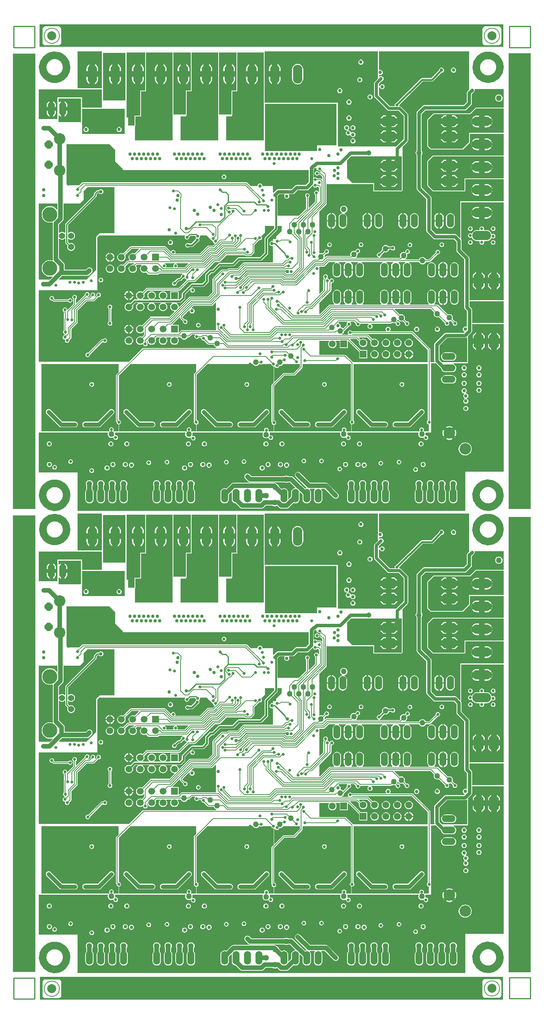
<source format=gbl>
G04 Layer_Physical_Order=4*
G04 Layer_Color=16711680*
%FSLAX23Y23*%
%MOIN*%
G70*
G01*
G75*
%ADD10C,0.007*%
G04:AMPARAMS|DCode=11|XSize=79mil|YSize=79mil|CornerRadius=39mil|HoleSize=0mil|Usage=FLASHONLY|Rotation=90.000|XOffset=0mil|YOffset=0mil|HoleType=Round|Shape=RoundedRectangle|*
%AMROUNDEDRECTD11*
21,1,0.079,0.000,0,0,90.0*
21,1,0.000,0.079,0,0,90.0*
1,1,0.079,0.000,0.000*
1,1,0.079,0.000,0.000*
1,1,0.079,0.000,0.000*
1,1,0.079,0.000,0.000*
%
%ADD11ROUNDEDRECTD11*%
%ADD12C,0.010*%
%ADD13C,0.065*%
%ADD20C,0.050*%
%ADD65C,0.008*%
%ADD66C,0.025*%
%ADD67C,0.039*%
%ADD68C,0.015*%
%ADD69C,0.012*%
%ADD71C,0.040*%
%ADD72C,0.030*%
%ADD73C,0.035*%
%ADD78C,0.059*%
%ADD79R,0.059X0.059*%
G04:AMPARAMS|DCode=80|XSize=133mil|YSize=83mil|CornerRadius=0mil|HoleSize=0mil|Usage=FLASHONLY|Rotation=180.000|XOffset=0mil|YOffset=0mil|HoleType=Round|Shape=Octagon|*
%AMOCTAGOND80*
4,1,8,-0.067,0.021,-0.067,-0.021,-0.046,-0.042,0.046,-0.042,0.067,-0.021,0.067,0.021,0.046,0.042,-0.046,0.042,-0.067,0.021,0.0*
%
%ADD80OCTAGOND80*%

%ADD81O,0.060X0.120*%
%ADD82C,0.054*%
%ADD83C,0.131*%
%ADD84C,0.100*%
%ADD85P,0.076X8X292.5*%
%ADD86O,0.083X0.165*%
%ADD87O,0.165X0.083*%
%ADD88O,0.120X0.060*%
G04:AMPARAMS|DCode=89|XSize=133mil|YSize=83mil|CornerRadius=0mil|HoleSize=0mil|Usage=FLASHONLY|Rotation=270.000|XOffset=0mil|YOffset=0mil|HoleType=Round|Shape=Octagon|*
%AMOCTAGOND89*
4,1,8,-0.021,-0.067,0.021,-0.067,0.042,-0.046,0.042,0.046,0.021,0.067,-0.021,0.067,-0.042,0.046,-0.042,-0.046,-0.021,-0.067,0.0*
%
%ADD89OCTAGOND89*%

%ADD90C,0.025*%
%ADD91C,0.030*%
%ADD92C,0.045*%
G36*
X235Y280D02*
X235Y280D01*
X41D01*
Y4280D01*
X235D01*
X235Y280D01*
D02*
G37*
G36*
X235Y4335D02*
X235Y4335D01*
X41D01*
Y8325D01*
X235D01*
X235Y4335D01*
D02*
G37*
G36*
X4335Y235D02*
Y36D01*
X276Y36D01*
Y235D01*
X4335Y235D01*
D02*
G37*
G36*
X4579Y274D02*
X4579Y274D01*
X4385D01*
X4385Y4265D01*
X4579D01*
X4579Y274D01*
D02*
G37*
G36*
X4340Y8384D02*
X273D01*
Y8583D01*
X4340D01*
Y8384D01*
D02*
G37*
G36*
X4579Y4335D02*
X4579Y4335D01*
X4385D01*
X4385Y8330D01*
X4579D01*
X4579Y4335D01*
D02*
G37*
%LPC*%
G36*
X440Y213D02*
Y213D01*
X322D01*
Y213D01*
X313Y212D01*
X306Y207D01*
X301Y199D01*
X299Y190D01*
X299D01*
Y72D01*
X299D01*
X301Y63D01*
X306Y56D01*
X313Y51D01*
X322Y49D01*
Y49D01*
X440D01*
Y49D01*
X449Y51D01*
X457Y56D01*
X462Y63D01*
X463Y72D01*
X463D01*
Y190D01*
X463D01*
X462Y199D01*
X457Y207D01*
X449Y212D01*
X440Y213D01*
D02*
G37*
G36*
X4299Y8564D02*
Y8564D01*
X4181D01*
Y8564D01*
X4172Y8563D01*
X4164Y8557D01*
X4159Y8550D01*
X4158Y8541D01*
X4158D01*
Y8423D01*
X4158D01*
X4159Y8414D01*
X4164Y8406D01*
X4172Y8401D01*
X4181Y8400D01*
Y8400D01*
X4299D01*
Y8400D01*
X4308Y8401D01*
X4316Y8406D01*
X4321Y8414D01*
X4322Y8423D01*
X4322D01*
Y8541D01*
X4322D01*
X4321Y8550D01*
X4316Y8557D01*
X4308Y8563D01*
X4299Y8564D01*
D02*
G37*
G36*
X440D02*
Y8564D01*
X322D01*
Y8564D01*
X313Y8563D01*
X306Y8557D01*
X301Y8550D01*
X299Y8541D01*
X299D01*
Y8423D01*
X299D01*
X301Y8414D01*
X306Y8406D01*
X313Y8401D01*
X322Y8400D01*
Y8400D01*
X440D01*
Y8400D01*
X449Y8401D01*
X457Y8406D01*
X462Y8414D01*
X463Y8423D01*
X463D01*
Y8541D01*
X463D01*
X462Y8550D01*
X457Y8557D01*
X449Y8563D01*
X440Y8564D01*
D02*
G37*
G36*
X4299Y216D02*
Y216D01*
X4181D01*
Y216D01*
X4172Y215D01*
X4164Y210D01*
X4159Y202D01*
X4158Y193D01*
X4158D01*
Y75D01*
X4158D01*
X4159Y66D01*
X4164Y59D01*
X4172Y53D01*
X4181Y52D01*
Y52D01*
X4299D01*
Y52D01*
X4308Y53D01*
X4316Y59D01*
X4321Y66D01*
X4322Y75D01*
X4322D01*
Y193D01*
X4322D01*
X4321Y202D01*
X4316Y210D01*
X4308Y215D01*
X4299Y216D01*
D02*
G37*
%LPD*%
G36*
X4021Y1790D02*
X4024Y1788D01*
X4024Y1571D01*
X3803D01*
X3779Y1595D01*
Y1717D01*
X3845Y1784D01*
X4003D01*
X4012Y1785D01*
X4019Y1790D01*
X4021Y1790D01*
D02*
G37*
G36*
X1201Y4231D02*
Y3951D01*
X1156D01*
Y3926D01*
Y3731D01*
X1106D01*
Y3706D01*
Y3646D01*
X1051D01*
Y3716D01*
X1036D01*
Y4286D01*
X1201D01*
Y4231D01*
D02*
G37*
G36*
X4344Y611D02*
X4006D01*
Y268D01*
X606D01*
Y606D01*
X268D01*
Y956D01*
X871D01*
X873Y952D01*
X872Y949D01*
X871Y941D01*
X872Y933D01*
X876Y925D01*
X881Y918D01*
X887Y913D01*
X895Y910D01*
X904Y909D01*
X912Y910D01*
X916Y912D01*
X917Y912D01*
X922Y909D01*
X923Y903D01*
X927Y897D01*
X933Y893D01*
X941Y891D01*
X949Y893D01*
X955Y897D01*
X959Y903D01*
X961Y911D01*
X959Y919D01*
X955Y925D01*
X949Y929D01*
X941Y931D01*
X939Y931D01*
X938Y931D01*
X935Y935D01*
X936Y941D01*
X935Y949D01*
X934Y952D01*
X937Y956D01*
X1549D01*
X1551Y952D01*
X1550Y949D01*
X1549Y941D01*
X1550Y933D01*
X1554Y925D01*
X1559Y918D01*
X1565Y913D01*
X1573Y910D01*
X1582Y909D01*
X1590Y910D01*
X1598Y913D01*
X1598Y913D01*
X1602Y910D01*
X1601Y906D01*
X1603Y898D01*
X1607Y892D01*
X1613Y888D01*
X1621Y886D01*
X1629Y888D01*
X1635Y892D01*
X1639Y898D01*
X1641Y906D01*
X1639Y914D01*
X1635Y920D01*
X1629Y924D01*
X1621Y926D01*
X1615Y925D01*
X1612Y927D01*
X1611Y928D01*
X1613Y933D01*
X1614Y941D01*
X1613Y949D01*
X1612Y952D01*
X1615Y956D01*
X2230D01*
X2233Y951D01*
X2230Y944D01*
X2229Y936D01*
X2230Y928D01*
X2233Y920D01*
X2238Y913D01*
X2245Y908D01*
X2253Y905D01*
X2261Y904D01*
X2269Y905D01*
X2277Y908D01*
X2278Y908D01*
X2282Y906D01*
X2283Y903D01*
X2287Y897D01*
X2294Y893D01*
X2301Y891D01*
X2309Y893D01*
X2315Y897D01*
X2320Y903D01*
X2321Y911D01*
X2320Y919D01*
X2315Y925D01*
X2309Y929D01*
X2301Y931D01*
X2298Y930D01*
X2293Y934D01*
X2293Y936D01*
X2292Y944D01*
X2290Y951D01*
X2292Y956D01*
X2908D01*
X2911Y952D01*
X2910Y949D01*
X2909Y941D01*
X2910Y933D01*
X2913Y925D01*
X2918Y918D01*
X2925Y913D01*
X2933Y910D01*
X2941Y909D01*
X2949Y910D01*
X2957Y913D01*
X2961Y911D01*
X2961Y911D01*
X2961Y910D01*
X2963Y902D01*
X2967Y896D01*
X2973Y892D01*
X2981Y890D01*
X2989Y892D01*
X2995Y896D01*
X2999Y902D01*
X3001Y910D01*
X2999Y918D01*
X2995Y924D01*
X2989Y928D01*
X2981Y930D01*
X2976Y929D01*
X2974Y932D01*
X2972Y933D01*
X2973Y941D01*
X2972Y949D01*
X2971Y952D01*
X2974Y956D01*
X3593D01*
X3596Y952D01*
X3595Y949D01*
X3594Y941D01*
X3595Y933D01*
X3598Y925D01*
X3603Y918D01*
X3610Y913D01*
X3618Y910D01*
X3626Y909D01*
X3634Y910D01*
X3637Y911D01*
X3642Y908D01*
X3643Y902D01*
X3647Y896D01*
X3653Y892D01*
X3661Y890D01*
X3669Y892D01*
X3675Y896D01*
X3679Y902D01*
X3681Y910D01*
X3679Y918D01*
X3675Y924D01*
X3669Y928D01*
X3662Y930D01*
X3661Y930D01*
X3657Y934D01*
X3658Y941D01*
X3657Y949D01*
X3656Y952D01*
X3659Y956D01*
X3706D01*
Y1037D01*
X3707Y1038D01*
X3708Y1046D01*
X3707Y1054D01*
X3706Y1055D01*
X3706Y1386D01*
X3706Y1561D01*
X3749D01*
X3794Y1516D01*
X3795Y1511D01*
X3799Y1502D01*
X3805Y1495D01*
X3812Y1489D01*
X3821Y1485D01*
X3831Y1484D01*
X3891D01*
X3901Y1485D01*
X3910Y1489D01*
X3917Y1495D01*
X3923Y1502D01*
X3927Y1511D01*
X3928Y1521D01*
X3927Y1531D01*
X3923Y1540D01*
X3917Y1547D01*
X3910Y1553D01*
X3903Y1556D01*
X3904Y1561D01*
X4031D01*
X4031Y1802D01*
X4059Y1830D01*
X4064Y1837D01*
X4066Y1846D01*
Y1906D01*
X4344Y1906D01*
Y611D01*
D02*
G37*
G36*
X2556Y1532D02*
X2501Y1477D01*
X2415D01*
X2415Y1477D01*
X2411Y1476D01*
X2407Y1473D01*
X2407Y1473D01*
X2336Y1402D01*
X2331Y1403D01*
Y1533D01*
X2333Y1534D01*
X2338Y1533D01*
X2342Y1527D01*
X2348Y1523D01*
X2356Y1521D01*
X2364Y1523D01*
X2370Y1527D01*
X2374Y1533D01*
X2376Y1540D01*
X2381Y1539D01*
X2389Y1540D01*
X2397Y1543D01*
X2404Y1548D01*
X2409Y1555D01*
X2410Y1556D01*
X2556D01*
Y1532D01*
D02*
G37*
G36*
X2305Y1548D02*
X2309Y1542D01*
X2316Y1538D01*
X2323Y1536D01*
X2326Y1534D01*
Y1392D01*
X2311Y1377D01*
X2308Y1373D01*
X2307Y1369D01*
X2307Y1369D01*
Y1051D01*
X2307Y1051D01*
X2308Y1047D01*
X2309Y1045D01*
X2309Y1041D01*
X2310Y1033D01*
X2315Y1027D01*
X2321Y1023D01*
X2326Y1022D01*
Y1001D01*
Y966D01*
X2284D01*
X2281Y971D01*
X2282Y977D01*
X2280Y984D01*
X2276Y991D01*
X2269Y995D01*
X2262Y997D01*
X2254Y995D01*
X2248Y991D01*
X2243Y984D01*
X2242Y977D01*
X2243Y971D01*
X2240Y966D01*
X1651D01*
Y1026D01*
X1655Y1027D01*
X1662Y1031D01*
X1666Y1037D01*
X1667Y1045D01*
X1666Y1053D01*
X1662Y1059D01*
X1655Y1063D01*
X1651Y1064D01*
Y1256D01*
Y1461D01*
X1747Y1556D01*
X2143D01*
X2143Y1555D01*
X2148Y1548D01*
X2155Y1543D01*
X2163Y1540D01*
X2171Y1539D01*
X2179Y1540D01*
X2187Y1543D01*
X2194Y1548D01*
X2199Y1555D01*
X2204Y1556D01*
X2208Y1553D01*
X2216Y1551D01*
X2224Y1553D01*
X2229Y1556D01*
X2304D01*
X2305Y1548D01*
D02*
G37*
G36*
X1839Y4171D02*
Y3741D01*
X1840Y3738D01*
X1841Y3736D01*
X1841Y3736D01*
Y3516D01*
X1511D01*
Y3726D01*
X1561D01*
Y3736D01*
X1561Y3736D01*
X1563Y3738D01*
X1563Y3741D01*
Y3944D01*
X1601D01*
X1604Y3945D01*
X1606Y3946D01*
X1608Y3948D01*
X1608Y3951D01*
Y4286D01*
X1839D01*
Y4171D01*
D02*
G37*
G36*
X1439D02*
Y3741D01*
X1440Y3738D01*
X1441Y3736D01*
X1441Y3736D01*
Y3516D01*
X1111D01*
Y3641D01*
X1111Y3641D01*
X1113Y3643D01*
X1113Y3646D01*
Y3706D01*
Y3724D01*
X1156D01*
X1159Y3725D01*
X1161Y3726D01*
X1163Y3728D01*
X1163Y3731D01*
Y3926D01*
Y3944D01*
X1201D01*
X1204Y3945D01*
X1206Y3946D01*
X1208Y3948D01*
X1208Y3951D01*
Y4231D01*
Y4286D01*
X1439D01*
Y4171D01*
D02*
G37*
G36*
X2241Y4206D02*
X2240Y4205D01*
X2239Y4196D01*
X2240Y4188D01*
X2241Y4186D01*
Y3951D01*
X2240Y3950D01*
X2239Y3941D01*
X2240Y3933D01*
X2241Y3931D01*
Y3881D01*
X2240Y3880D01*
X2239Y3871D01*
X2240Y3863D01*
X2241Y3861D01*
Y3516D01*
X1911D01*
Y3726D01*
X1961D01*
Y3736D01*
X1961Y3736D01*
X1963Y3738D01*
X1963Y3741D01*
Y3944D01*
X2001D01*
X2004Y3945D01*
X2006Y3946D01*
X2008Y3948D01*
X2008Y3951D01*
Y4286D01*
X2241D01*
Y4206D01*
D02*
G37*
G36*
X3677Y1679D02*
Y1571D01*
X3022Y1571D01*
X3022Y1572D01*
X2959Y1634D01*
X2955Y1636D01*
X2951Y1637D01*
X2951Y1637D01*
X2726D01*
Y1760D01*
X2811D01*
X2814Y1755D01*
X2809Y1750D01*
X2806Y1741D01*
X2804Y1731D01*
X2806Y1722D01*
X2809Y1713D01*
X2815Y1705D01*
X2823Y1699D01*
X2832Y1696D01*
X2841Y1694D01*
X2851Y1696D01*
X2860Y1699D01*
X2867Y1705D01*
X2873Y1713D01*
X2877Y1722D01*
X2878Y1731D01*
X2877Y1741D01*
X2873Y1750D01*
X2868Y1755D01*
X2871Y1760D01*
X2905D01*
Y1695D01*
X2978D01*
Y1752D01*
X2982Y1754D01*
X3075Y1662D01*
Y1605D01*
X3148D01*
Y1678D01*
X3090D01*
X2997Y1771D01*
X2999Y1775D01*
X3051D01*
X3076Y1751D01*
X3076Y1751D01*
X3074Y1741D01*
X3076Y1732D01*
X3079Y1723D01*
X3085Y1715D01*
X3093Y1709D01*
X3102Y1706D01*
X3111Y1704D01*
X3121Y1706D01*
X3130Y1709D01*
X3137Y1715D01*
X3143Y1723D01*
X3147Y1732D01*
X3148Y1741D01*
X3147Y1751D01*
X3143Y1760D01*
X3137Y1767D01*
X3130Y1773D01*
X3121Y1777D01*
X3111Y1778D01*
X3102Y1777D01*
X3093Y1773D01*
X3089Y1770D01*
X3073Y1786D01*
X3075Y1790D01*
X3146D01*
X3178Y1758D01*
X3176Y1751D01*
X3174Y1741D01*
X3176Y1732D01*
X3179Y1723D01*
X3185Y1715D01*
X3193Y1709D01*
X3202Y1706D01*
X3211Y1704D01*
X3221Y1706D01*
X3230Y1709D01*
X3237Y1715D01*
X3243Y1723D01*
X3247Y1732D01*
X3248Y1741D01*
X3247Y1751D01*
X3243Y1760D01*
X3237Y1767D01*
X3230Y1773D01*
X3221Y1777D01*
X3211Y1778D01*
X3202Y1777D01*
X3194Y1774D01*
X3159Y1810D01*
X3155Y1812D01*
X3151Y1813D01*
X3151Y1813D01*
X3016D01*
X3014Y1818D01*
X3015Y1820D01*
X3536D01*
X3677Y1679D01*
D02*
G37*
G36*
X1021Y3571D02*
X646D01*
Y3791D01*
X1021D01*
Y3571D01*
D02*
G37*
G36*
X821Y3971D02*
X606D01*
Y4294D01*
X821D01*
Y3971D01*
D02*
G37*
G36*
X1026Y3866D02*
X831D01*
Y4281D01*
X1026D01*
Y3866D01*
D02*
G37*
G36*
X3677Y1062D02*
X3675Y1060D01*
X3670Y1054D01*
X3669Y1046D01*
X3670Y1038D01*
X3675Y1032D01*
X3681Y1028D01*
X3686Y1027D01*
Y1001D01*
Y966D01*
X3646D01*
X3642Y969D01*
X3641Y972D01*
X3642Y972D01*
X3643Y980D01*
X3642Y988D01*
X3638Y994D01*
X3631Y998D01*
X3624Y1000D01*
X3616Y998D01*
X3610Y994D01*
X3605Y988D01*
X3604Y980D01*
X3605Y972D01*
X3606Y971D01*
X3603Y966D01*
X3011D01*
Y1024D01*
X3014Y1026D01*
X3021Y1028D01*
X3028Y1032D01*
X3032Y1038D01*
X3033Y1046D01*
X3032Y1054D01*
X3028Y1060D01*
X3025Y1062D01*
Y1556D01*
X3677D01*
Y1062D01*
D02*
G37*
G36*
X966Y1482D02*
X946Y1462D01*
X943Y1458D01*
X942Y1454D01*
X942Y1454D01*
Y1061D01*
X942Y1061D01*
X943Y1057D01*
X946Y1053D01*
X949Y1049D01*
X949Y1046D01*
X950Y1038D01*
X955Y1032D01*
X961Y1028D01*
X966Y1027D01*
Y1001D01*
Y966D01*
X924D01*
X920Y969D01*
X920Y970D01*
X922Y973D01*
X923Y981D01*
X922Y989D01*
X918Y995D01*
X911Y999D01*
X904Y1001D01*
X896Y999D01*
X890Y995D01*
X885Y989D01*
X884Y981D01*
X885Y973D01*
X888Y970D01*
X887Y969D01*
X884Y966D01*
X291D01*
Y1256D01*
Y1556D01*
X966D01*
Y1482D01*
D02*
G37*
G36*
X1646Y1487D02*
X1631Y1472D01*
X1628Y1468D01*
X1627Y1464D01*
X1627Y1464D01*
Y1054D01*
X1627Y1054D01*
X1628Y1050D01*
X1628Y1049D01*
X1628Y1045D01*
X1629Y1037D01*
X1633Y1031D01*
X1640Y1027D01*
X1646Y1025D01*
Y1001D01*
Y966D01*
X1603D01*
X1600Y970D01*
X1602Y973D01*
X1603Y981D01*
X1602Y989D01*
X1598Y995D01*
X1591Y999D01*
X1584Y1001D01*
X1576Y999D01*
X1570Y995D01*
X1565Y989D01*
X1564Y981D01*
X1565Y973D01*
X1566Y972D01*
X1565Y969D01*
X1562Y966D01*
X971D01*
Y1027D01*
X976Y1028D01*
X983Y1032D01*
X987Y1038D01*
X988Y1046D01*
X987Y1054D01*
X983Y1060D01*
X976Y1064D01*
X971Y1065D01*
Y1256D01*
Y1455D01*
X1072Y1556D01*
X1646D01*
Y1487D01*
D02*
G37*
G36*
X636Y3676D02*
X441D01*
Y3733D01*
X446Y3734D01*
X448Y3733D01*
X456Y3726D01*
X459Y3725D01*
Y3791D01*
Y3857D01*
X456Y3856D01*
X448Y3850D01*
X446Y3848D01*
X441Y3849D01*
Y3881D01*
X636D01*
Y3676D01*
D02*
G37*
G36*
X3002Y1062D02*
X3000Y1060D01*
X2995Y1054D01*
X2994Y1046D01*
X2995Y1038D01*
X3000Y1032D01*
X3006Y1028D01*
X3006Y1028D01*
Y1001D01*
Y966D01*
X2964D01*
X2961Y971D01*
X2962Y972D01*
X2963Y980D01*
X2962Y988D01*
X2958Y994D01*
X2951Y998D01*
X2944Y1000D01*
X2936Y998D01*
X2930Y994D01*
X2925Y988D01*
X2924Y980D01*
X2925Y972D01*
X2926Y972D01*
X2925Y969D01*
X2921Y966D01*
X2331D01*
Y1022D01*
X2336Y1023D01*
X2343Y1027D01*
X2347Y1033D01*
X2348Y1041D01*
X2347Y1049D01*
X2343Y1055D01*
X2336Y1059D01*
X2331Y1060D01*
Y1256D01*
Y1365D01*
X2420Y1454D01*
X2505D01*
X2505Y1454D01*
X2510Y1455D01*
X2513Y1457D01*
X2576Y1520D01*
X2576Y1520D01*
X2578Y1523D01*
X2579Y1528D01*
Y1556D01*
X3002D01*
Y1062D01*
D02*
G37*
G36*
X1601Y3951D02*
X1556D01*
Y3741D01*
X1446D01*
Y4171D01*
Y4286D01*
X1601D01*
Y3951D01*
D02*
G37*
G36*
X821Y3801D02*
X646D01*
Y3891D01*
X431D01*
Y3701D01*
X268D01*
Y3961D01*
X821D01*
Y3801D01*
D02*
G37*
G36*
X2001Y3951D02*
X1956D01*
Y3741D01*
X1846D01*
Y4171D01*
Y4286D01*
X2001D01*
Y3951D01*
D02*
G37*
G36*
X931Y2701D02*
X801D01*
X771Y2671D01*
Y2381D01*
X686Y2296D01*
X446D01*
X444Y2301D01*
X472Y2329D01*
X691D01*
X698Y2330D01*
X705Y2333D01*
X710Y2337D01*
X730Y2357D01*
X735Y2362D01*
X737Y2369D01*
X738Y2376D01*
X737Y2383D01*
X735Y2390D01*
X730Y2395D01*
X725Y2400D01*
X718Y2402D01*
X711Y2403D01*
X704Y2402D01*
X697Y2400D01*
X692Y2395D01*
X680Y2383D01*
X493D01*
Y2423D01*
X492Y2430D01*
X490Y2436D01*
X485Y2442D01*
X443Y2484D01*
Y2653D01*
X448Y2655D01*
X454Y2651D01*
X462Y2647D01*
X471Y2646D01*
X480Y2647D01*
X488Y2651D01*
X494Y2655D01*
X499Y2653D01*
Y2620D01*
X500Y2615D01*
X502Y2611D01*
X519Y2595D01*
X517Y2590D01*
X516Y2581D01*
X517Y2572D01*
X520Y2564D01*
X526Y2557D01*
X533Y2551D01*
X541Y2548D01*
X550Y2547D01*
X559Y2548D01*
X567Y2551D01*
X574Y2557D01*
X580Y2564D01*
X583Y2572D01*
X584Y2581D01*
X583Y2590D01*
X580Y2598D01*
X574Y2605D01*
X567Y2611D01*
X559Y2614D01*
X550Y2615D01*
X541Y2614D01*
X536Y2612D01*
X523Y2625D01*
Y2652D01*
X528Y2654D01*
X533Y2651D01*
X541Y2647D01*
X550Y2646D01*
X559Y2647D01*
X567Y2651D01*
X574Y2656D01*
X580Y2663D01*
X583Y2671D01*
X584Y2680D01*
X583Y2689D01*
X580Y2697D01*
X574Y2705D01*
X567Y2710D01*
X559Y2713D01*
X550Y2715D01*
X541Y2713D01*
X533Y2710D01*
X528Y2706D01*
X523Y2709D01*
Y2775D01*
X770Y3021D01*
X772Y3025D01*
X773Y3030D01*
Y3041D01*
X786Y3054D01*
X793D01*
X795Y3050D01*
X803Y3045D01*
X811Y3044D01*
X820Y3045D01*
X827Y3050D01*
X832Y3058D01*
X834Y3066D01*
X832Y3075D01*
X827Y3082D01*
X820Y3087D01*
X811Y3089D01*
X803Y3087D01*
X795Y3082D01*
X793Y3078D01*
X781D01*
X776Y3077D01*
X772Y3075D01*
X752Y3055D01*
X750Y3051D01*
X749Y3046D01*
Y3035D01*
X502Y2789D01*
X500Y2785D01*
X499Y2780D01*
Y2708D01*
X494Y2706D01*
X488Y2710D01*
X480Y2713D01*
X471Y2715D01*
X462Y2713D01*
X454Y2710D01*
X448Y2706D01*
X443Y2708D01*
Y2778D01*
X476Y2810D01*
X480Y2815D01*
X483Y2822D01*
X484Y2829D01*
Y2961D01*
X626D01*
X661Y2996D01*
Y3071D01*
X696Y3106D01*
X931D01*
Y2701D01*
D02*
G37*
G36*
X429Y2909D02*
X426Y2908D01*
X424Y2908D01*
X415Y2919D01*
X404Y2928D01*
X392Y2934D01*
X378Y2938D01*
X364Y2940D01*
X350Y2938D01*
X336Y2934D01*
X324Y2928D01*
X313Y2919D01*
X304Y2908D01*
X297Y2895D01*
X293Y2881D01*
X292Y2867D01*
X293Y2853D01*
X297Y2839D01*
X304Y2827D01*
X313Y2816D01*
X324Y2807D01*
X336Y2800D01*
X350Y2796D01*
X364Y2795D01*
X378Y2796D01*
X386Y2798D01*
X390Y2794D01*
X389Y2789D01*
Y2473D01*
X390Y2467D01*
X386Y2463D01*
X378Y2465D01*
X364Y2467D01*
X350Y2465D01*
X336Y2461D01*
X324Y2454D01*
X313Y2445D01*
X304Y2434D01*
X297Y2422D01*
X293Y2408D01*
X292Y2394D01*
X293Y2380D01*
X297Y2366D01*
X304Y2354D01*
X313Y2343D01*
X324Y2334D01*
X336Y2327D01*
X350Y2323D01*
X364Y2321D01*
X378Y2323D01*
X384Y2325D01*
X387Y2320D01*
X363Y2296D01*
X268D01*
Y2961D01*
X429D01*
Y2909D01*
D02*
G37*
G36*
X3449Y3080D02*
X3445Y3076D01*
X3206Y3076D01*
Y3141D01*
X3016Y3141D01*
X2971Y3186D01*
X2971Y3241D01*
X2971Y3341D01*
X3006Y3376D01*
X3449Y3376D01*
X3449Y3080D01*
D02*
G37*
G36*
X2672Y3118D02*
X2673Y3113D01*
X2677Y3107D01*
X2683Y3103D01*
X2691Y3101D01*
X2699Y3103D01*
X2705Y3107D01*
X2707Y3110D01*
X2716D01*
X2723Y3103D01*
Y3067D01*
X2718Y3065D01*
X2715Y3070D01*
X2709Y3074D01*
X2701Y3076D01*
X2693Y3074D01*
X2687Y3070D01*
X2683Y3064D01*
X2681Y3056D01*
X2683Y3048D01*
X2687Y3042D01*
X2690Y3040D01*
Y2976D01*
X2638Y2924D01*
X2633Y2926D01*
Y3016D01*
X2636Y3018D01*
X2640Y3024D01*
X2642Y3032D01*
X2640Y3040D01*
X2636Y3046D01*
X2630Y3050D01*
X2622Y3052D01*
X2614Y3050D01*
X2608Y3046D01*
X2604Y3040D01*
X2602Y3032D01*
X2604Y3024D01*
X2608Y3018D01*
X2611Y3016D01*
Y2918D01*
X2549Y2856D01*
X2361Y2856D01*
Y3026D01*
X2360Y3029D01*
X2375Y3044D01*
X2420D01*
X2423Y3039D01*
X2420Y3035D01*
X2419Y3026D01*
X2420Y3018D01*
X2425Y3010D01*
X2433Y3005D01*
X2441Y3004D01*
X2450Y3005D01*
X2457Y3010D01*
X2462Y3018D01*
X2464Y3026D01*
X2462Y3035D01*
X2459Y3039D01*
X2462Y3044D01*
X2491D01*
X2500Y3045D01*
X2507Y3050D01*
X2537Y3080D01*
X2552D01*
X2560Y3079D01*
X2616D01*
X2625Y3080D01*
X2632Y3085D01*
X2666Y3120D01*
X2672Y3118D01*
D02*
G37*
G36*
X4344Y3181D02*
X4001D01*
Y3176D01*
X4001Y3176D01*
X4000Y3174D01*
X3999Y3171D01*
Y3076D01*
X3726Y3076D01*
X3681Y3121D01*
X3681Y3331D01*
X3726Y3376D01*
X4344Y3376D01*
Y3181D01*
D02*
G37*
G36*
X2396Y2721D02*
X2326Y2651D01*
X2321D01*
Y2636D01*
X2316Y2633D01*
X2311Y2634D01*
X2303Y2632D01*
X2295Y2627D01*
X2290Y2620D01*
X2289Y2611D01*
X2290Y2603D01*
X2295Y2595D01*
X2303Y2590D01*
X2311Y2589D01*
X2316Y2590D01*
X2321Y2586D01*
X2321Y2444D01*
X2063D01*
X2063Y2444D01*
X2059Y2443D01*
X2055Y2441D01*
X2006Y2392D01*
X1931D01*
X1927Y2391D01*
X1923Y2389D01*
X1923Y2389D01*
X1916Y2382D01*
X1873D01*
X1869Y2381D01*
X1865Y2379D01*
X1865Y2379D01*
X1821Y2335D01*
D01*
X1795Y2309D01*
X1792Y2305D01*
X1791Y2301D01*
X1791Y2301D01*
Y2187D01*
X1752Y2147D01*
X1593D01*
X1593Y2147D01*
X1589Y2146D01*
X1585Y2144D01*
X1585Y2144D01*
X1499Y2058D01*
X1498Y2057D01*
X1493Y2058D01*
X1493Y2059D01*
X1492Y2066D01*
X1488Y2075D01*
X1482Y2082D01*
X1477Y2086D01*
X1478Y2091D01*
X1506D01*
X1512Y2092D01*
X1517Y2096D01*
X1547Y2126D01*
X1550Y2130D01*
X1551Y2136D01*
Y2165D01*
X1592Y2206D01*
X1597Y2204D01*
X1596Y2201D01*
X1598Y2193D01*
X1602Y2187D01*
X1608Y2183D01*
X1616Y2181D01*
X1624Y2183D01*
X1630Y2187D01*
X1634Y2193D01*
X1636Y2201D01*
X1634Y2209D01*
X1630Y2215D01*
X1624Y2219D01*
X1616Y2221D01*
X1613Y2220D01*
X1611Y2225D01*
X1617Y2231D01*
X1706D01*
X1712Y2232D01*
X1717Y2236D01*
X1752Y2271D01*
X1755Y2275D01*
X1756Y2281D01*
Y2330D01*
X1779Y2353D01*
X1793D01*
X1799Y2354D01*
X1804Y2358D01*
X1811Y2365D01*
X1857Y2411D01*
X1969D01*
X1975Y2412D01*
X1980Y2416D01*
X2025Y2461D01*
X2211D01*
X2217Y2462D01*
X2222Y2466D01*
X2272Y2516D01*
X2275Y2520D01*
X2276Y2526D01*
Y2650D01*
X2357Y2731D01*
X2360Y2735D01*
X2361Y2741D01*
Y2766D01*
X2396D01*
Y2721D01*
D02*
G37*
G36*
X2331Y2747D02*
X2251Y2667D01*
X2247Y2662D01*
X2246Y2656D01*
Y2532D01*
X2205Y2491D01*
X2019D01*
X2014Y2490D01*
X2009Y2487D01*
X1963Y2441D01*
X1851D01*
X1845Y2440D01*
X1841Y2437D01*
X1816Y2412D01*
X1787Y2383D01*
X1775D01*
X1774Y2383D01*
X1773Y2383D01*
X1767Y2382D01*
X1762Y2379D01*
X1731Y2347D01*
X1727Y2342D01*
X1726Y2336D01*
Y2287D01*
X1700Y2261D01*
X1611D01*
X1605Y2260D01*
X1601Y2257D01*
X1526Y2182D01*
X1522Y2177D01*
X1521Y2171D01*
Y2142D01*
X1500Y2121D01*
X1493D01*
Y2193D01*
X1420D01*
Y2121D01*
X1378D01*
X1377Y2126D01*
X1382Y2130D01*
X1388Y2138D01*
X1392Y2147D01*
X1393Y2156D01*
X1392Y2166D01*
X1388Y2175D01*
X1382Y2182D01*
X1375Y2188D01*
X1366Y2192D01*
X1356Y2193D01*
X1347Y2192D01*
X1338Y2188D01*
X1330Y2182D01*
X1324Y2175D01*
X1321Y2166D01*
X1319Y2156D01*
X1321Y2147D01*
X1324Y2138D01*
X1330Y2130D01*
X1335Y2126D01*
X1334Y2121D01*
X1278D01*
X1277Y2126D01*
X1282Y2130D01*
X1288Y2138D01*
X1292Y2147D01*
X1293Y2156D01*
X1292Y2166D01*
X1288Y2175D01*
X1282Y2182D01*
X1275Y2188D01*
X1266Y2192D01*
X1256Y2193D01*
X1247Y2192D01*
X1238Y2188D01*
X1230Y2182D01*
X1224Y2175D01*
X1221Y2166D01*
X1219Y2156D01*
X1221Y2147D01*
X1224Y2138D01*
X1230Y2130D01*
X1235Y2126D01*
X1234Y2121D01*
X1178D01*
X1177Y2126D01*
X1182Y2130D01*
X1188Y2138D01*
X1192Y2147D01*
X1193Y2156D01*
X1192Y2166D01*
X1190Y2169D01*
X1221Y2200D01*
X1500D01*
X1500Y2200D01*
X1504Y2201D01*
X1508Y2203D01*
X1580Y2275D01*
X1632D01*
X1632Y2275D01*
X1636Y2276D01*
X1640Y2278D01*
X1812Y2450D01*
X1848D01*
X1848Y2450D01*
X1852Y2451D01*
X1856Y2453D01*
X1913Y2510D01*
X2073D01*
X2078Y2505D01*
X2078Y2505D01*
X2082Y2502D01*
X2086Y2501D01*
X2086Y2501D01*
X2123D01*
X2123Y2501D01*
X2127Y2502D01*
X2131Y2505D01*
X2154Y2528D01*
X2154Y2528D01*
X2156Y2532D01*
X2157Y2536D01*
Y2598D01*
X2201Y2642D01*
X2204Y2641D01*
X2212Y2643D01*
X2218Y2647D01*
X2223Y2653D01*
X2224Y2661D01*
X2223Y2669D01*
X2218Y2675D01*
X2251Y2708D01*
Y2766D01*
X2331D01*
Y2747D01*
D02*
G37*
G36*
X1796Y2626D02*
X1797Y2623D01*
X1801Y2617D01*
X1807Y2613D01*
X1807Y2612D01*
X1809Y2607D01*
X1794Y2592D01*
X1753D01*
X1748Y2591D01*
X1745Y2589D01*
X1745Y2589D01*
X1678Y2522D01*
X1466D01*
X1463Y2527D01*
X1464Y2528D01*
X1466Y2536D01*
X1464Y2544D01*
X1460Y2550D01*
X1454Y2554D01*
X1446Y2556D01*
X1438Y2554D01*
X1432Y2550D01*
X1428Y2544D01*
X1427Y2543D01*
X1423Y2542D01*
X1380Y2585D01*
X1377Y2587D01*
X1372Y2588D01*
X1372Y2588D01*
X1077D01*
X1077Y2588D01*
X1072Y2587D01*
X1069Y2585D01*
X1008Y2524D01*
X1001Y2527D01*
X991Y2528D01*
X982Y2527D01*
X973Y2523D01*
X965Y2517D01*
X959Y2510D01*
X956Y2501D01*
X954Y2491D01*
X956Y2482D01*
X959Y2473D01*
X965Y2465D01*
X973Y2459D01*
X982Y2456D01*
X991Y2454D01*
X1001Y2456D01*
X1010Y2459D01*
X1017Y2465D01*
X1023Y2473D01*
X1027Y2482D01*
X1028Y2491D01*
X1027Y2501D01*
X1024Y2508D01*
X1081Y2565D01*
X1143D01*
X1145Y2561D01*
X1108Y2524D01*
X1101Y2527D01*
X1091Y2528D01*
X1082Y2527D01*
X1073Y2523D01*
X1065Y2517D01*
X1059Y2510D01*
X1056Y2501D01*
X1054Y2491D01*
X1056Y2482D01*
X1059Y2473D01*
X1063Y2467D01*
X1061Y2462D01*
X1051D01*
X1051Y2462D01*
X1047Y2461D01*
X1043Y2459D01*
X1043Y2459D01*
X1008Y2424D01*
X1001Y2427D01*
X991Y2428D01*
X982Y2427D01*
X973Y2423D01*
X965Y2417D01*
X959Y2410D01*
X956Y2401D01*
X954Y2391D01*
X956Y2382D01*
X959Y2373D01*
X965Y2365D01*
X973Y2359D01*
X982Y2356D01*
X991Y2354D01*
X1001Y2356D01*
X1010Y2359D01*
X1017Y2365D01*
X1023Y2373D01*
X1027Y2382D01*
X1028Y2391D01*
X1027Y2401D01*
X1024Y2408D01*
X1056Y2440D01*
X1072D01*
X1074Y2439D01*
X1101D01*
X1103Y2434D01*
X1096Y2427D01*
X1091Y2428D01*
X1082Y2427D01*
X1073Y2423D01*
X1065Y2417D01*
X1059Y2410D01*
X1056Y2401D01*
X1054Y2391D01*
X1056Y2382D01*
X1059Y2373D01*
X1065Y2365D01*
X1073Y2359D01*
X1082Y2356D01*
X1091Y2354D01*
X1101Y2356D01*
X1110Y2359D01*
X1117Y2365D01*
X1123Y2373D01*
X1127Y2382D01*
X1128Y2391D01*
X1127Y2401D01*
X1123Y2410D01*
X1118Y2417D01*
X1125Y2424D01*
X1166D01*
X1168Y2419D01*
X1165Y2417D01*
X1159Y2410D01*
X1156Y2401D01*
X1154Y2391D01*
X1156Y2382D01*
X1159Y2373D01*
X1165Y2365D01*
X1173Y2359D01*
X1182Y2356D01*
X1191Y2354D01*
X1201Y2356D01*
X1208Y2359D01*
X1224Y2343D01*
X1224Y2343D01*
X1227Y2340D01*
X1232Y2339D01*
X1232Y2339D01*
X1308D01*
X1308Y2339D01*
X1312Y2340D01*
X1316Y2343D01*
X1323Y2350D01*
X1528D01*
X1529Y2345D01*
X1526Y2344D01*
X1520Y2340D01*
X1516Y2334D01*
X1514Y2326D01*
X1515Y2324D01*
X1499Y2308D01*
X1491D01*
X1486Y2307D01*
X1482Y2305D01*
X1458Y2281D01*
X1456Y2281D01*
X1448Y2279D01*
X1442Y2275D01*
X1438Y2269D01*
X1436Y2261D01*
X1438Y2253D01*
X1442Y2247D01*
X1448Y2243D01*
X1456Y2241D01*
X1464Y2243D01*
X1470Y2247D01*
X1474Y2253D01*
X1476Y2261D01*
X1476Y2263D01*
X1496Y2284D01*
X1504D01*
X1509Y2285D01*
X1513Y2287D01*
X1532Y2307D01*
X1534Y2306D01*
X1542Y2308D01*
X1543Y2309D01*
X1549Y2307D01*
X1552Y2302D01*
X1558Y2298D01*
X1563Y2297D01*
X1564Y2291D01*
X1495Y2222D01*
X1216D01*
X1216Y2222D01*
X1212Y2221D01*
X1208Y2219D01*
X1208Y2219D01*
X1176Y2187D01*
X1175Y2188D01*
X1166Y2192D01*
X1156Y2193D01*
X1147Y2192D01*
X1138Y2188D01*
X1130Y2182D01*
X1124Y2175D01*
X1121Y2166D01*
X1119Y2156D01*
X1121Y2147D01*
X1124Y2138D01*
X1130Y2130D01*
X1135Y2126D01*
X1134Y2121D01*
X1106D01*
X1100Y2120D01*
X1096Y2117D01*
X1069Y2090D01*
X1066Y2092D01*
X1056Y2093D01*
X1047Y2092D01*
X1038Y2088D01*
X1030Y2082D01*
X1024Y2075D01*
X1021Y2066D01*
X1019Y2056D01*
X1021Y2047D01*
X1024Y2038D01*
X1030Y2030D01*
X1038Y2024D01*
X1047Y2021D01*
X1056Y2019D01*
X1066Y2021D01*
X1075Y2024D01*
X1082Y2030D01*
X1088Y2038D01*
X1092Y2047D01*
X1093Y2056D01*
X1092Y2066D01*
X1090Y2069D01*
X1112Y2091D01*
X1134D01*
X1135Y2086D01*
X1130Y2082D01*
X1124Y2075D01*
X1121Y2066D01*
X1119Y2056D01*
X1121Y2047D01*
X1124Y2038D01*
X1130Y2030D01*
X1138Y2024D01*
X1147Y2021D01*
X1156Y2019D01*
X1166Y2021D01*
X1175Y2024D01*
X1182Y2030D01*
X1188Y2038D01*
X1192Y2047D01*
X1193Y2056D01*
X1192Y2066D01*
X1188Y2075D01*
X1182Y2082D01*
X1177Y2086D01*
X1178Y2091D01*
X1234D01*
X1235Y2086D01*
X1230Y2082D01*
X1224Y2075D01*
X1221Y2066D01*
X1219Y2056D01*
X1221Y2047D01*
X1224Y2038D01*
X1230Y2030D01*
X1238Y2024D01*
X1247Y2021D01*
X1256Y2019D01*
X1266Y2021D01*
X1275Y2024D01*
X1282Y2030D01*
X1288Y2038D01*
X1292Y2047D01*
X1293Y2056D01*
X1292Y2066D01*
X1288Y2075D01*
X1282Y2082D01*
X1277Y2086D01*
X1278Y2091D01*
X1334D01*
X1335Y2086D01*
X1330Y2082D01*
X1324Y2075D01*
X1321Y2066D01*
X1319Y2056D01*
X1321Y2047D01*
X1324Y2038D01*
X1330Y2030D01*
X1338Y2024D01*
X1347Y2021D01*
X1356Y2019D01*
X1366Y2021D01*
X1375Y2024D01*
X1382Y2030D01*
X1388Y2038D01*
X1392Y2047D01*
X1393Y2056D01*
X1392Y2066D01*
X1388Y2075D01*
X1382Y2082D01*
X1377Y2086D01*
X1378Y2091D01*
X1434D01*
X1435Y2086D01*
X1430Y2082D01*
X1424Y2075D01*
X1421Y2066D01*
X1419Y2056D01*
X1421Y2047D01*
X1424Y2038D01*
X1430Y2030D01*
X1438Y2024D01*
X1447Y2021D01*
X1454Y2020D01*
X1456Y2014D01*
X1413Y1971D01*
X1243Y1971D01*
X1243Y1970D01*
X1243Y1964D01*
X1243Y1964D01*
X1173Y1894D01*
X1166Y1897D01*
X1156Y1898D01*
X1147Y1897D01*
X1138Y1893D01*
X1130Y1887D01*
X1124Y1880D01*
X1121Y1871D01*
X1119Y1861D01*
X1121Y1852D01*
X1124Y1843D01*
X1130Y1835D01*
X1138Y1829D01*
X1147Y1826D01*
X1156Y1824D01*
X1166Y1826D01*
X1175Y1829D01*
X1182Y1835D01*
X1185Y1839D01*
X1190Y1837D01*
Y1811D01*
X1173Y1794D01*
X1166Y1797D01*
X1156Y1798D01*
X1147Y1797D01*
X1138Y1793D01*
X1130Y1787D01*
X1124Y1780D01*
X1121Y1771D01*
X1119Y1761D01*
X1121Y1752D01*
X1124Y1743D01*
X1130Y1735D01*
X1138Y1729D01*
X1147Y1726D01*
X1156Y1724D01*
X1166Y1726D01*
X1175Y1729D01*
X1176Y1731D01*
X1182Y1728D01*
X1183Y1723D01*
X1187Y1717D01*
X1193Y1713D01*
X1201Y1711D01*
X1209Y1713D01*
X1215Y1717D01*
X1219Y1723D01*
X1221Y1731D01*
X1219Y1739D01*
X1215Y1745D01*
X1212Y1747D01*
Y1756D01*
X1215Y1758D01*
X1220Y1756D01*
X1221Y1752D01*
X1224Y1743D01*
X1230Y1735D01*
X1238Y1729D01*
X1247Y1726D01*
X1256Y1724D01*
X1266Y1726D01*
X1275Y1729D01*
X1282Y1735D01*
X1288Y1743D01*
X1292Y1752D01*
X1293Y1761D01*
X1292Y1771D01*
X1289Y1778D01*
X1301Y1790D01*
X1326D01*
X1329Y1785D01*
X1324Y1780D01*
X1321Y1771D01*
X1319Y1761D01*
X1321Y1752D01*
X1324Y1743D01*
X1330Y1735D01*
X1338Y1729D01*
X1347Y1726D01*
X1356Y1724D01*
X1366Y1726D01*
X1375Y1729D01*
X1382Y1735D01*
X1388Y1743D01*
X1392Y1752D01*
X1393Y1761D01*
X1392Y1771D01*
X1388Y1780D01*
X1383Y1785D01*
X1386Y1790D01*
X1426D01*
X1429Y1785D01*
X1424Y1780D01*
X1421Y1771D01*
X1419Y1761D01*
X1421Y1752D01*
X1424Y1743D01*
X1430Y1735D01*
X1438Y1729D01*
X1447Y1726D01*
X1456Y1724D01*
X1466Y1726D01*
X1475Y1729D01*
X1482Y1735D01*
X1488Y1743D01*
X1492Y1752D01*
X1493Y1761D01*
X1492Y1771D01*
X1488Y1780D01*
X1483Y1785D01*
X1486Y1790D01*
X1511D01*
X1513Y1785D01*
X1518Y1778D01*
X1525Y1773D01*
X1533Y1770D01*
X1541Y1769D01*
X1549Y1770D01*
X1557Y1773D01*
X1564Y1778D01*
X1569Y1785D01*
X1571Y1790D01*
X1582D01*
X1582Y1790D01*
X1586Y1791D01*
X1590Y1794D01*
X1611Y1815D01*
X1635D01*
X1637Y1811D01*
X1637Y1810D01*
X1633Y1804D01*
X1631Y1796D01*
X1633Y1788D01*
X1637Y1782D01*
X1643Y1778D01*
X1651Y1776D01*
X1659Y1778D01*
X1665Y1782D01*
X1667Y1785D01*
X1688D01*
X1691Y1781D01*
X1693Y1773D01*
X1697Y1767D01*
X1703Y1763D01*
X1711Y1761D01*
X1714Y1762D01*
X1748Y1728D01*
X1748Y1728D01*
X1752Y1726D01*
X1756Y1725D01*
X1756Y1725D01*
X1801D01*
X1803Y1720D01*
X1808Y1713D01*
X1815Y1708D01*
X1821Y1706D01*
Y1697D01*
X1186D01*
X1186Y1697D01*
X1182Y1696D01*
X1178Y1694D01*
X1178Y1694D01*
X1060Y1576D01*
X268D01*
Y2201D01*
X781D01*
Y2666D01*
X796Y2681D01*
X916Y2681D01*
X1547D01*
X1549Y2676D01*
X1548Y2674D01*
X1546Y2666D01*
X1548Y2658D01*
X1552Y2652D01*
X1558Y2648D01*
X1566Y2646D01*
X1574Y2648D01*
X1580Y2652D01*
X1584Y2658D01*
X1586Y2666D01*
X1586Y2668D01*
X1596Y2679D01*
X1637D01*
X1641Y2676D01*
X1643Y2668D01*
X1647Y2662D01*
X1644Y2658D01*
X1642Y2656D01*
X1638Y2650D01*
X1636Y2643D01*
X1604Y2611D01*
X1583D01*
X1579Y2614D01*
X1571Y2616D01*
X1563Y2614D01*
X1557Y2610D01*
X1553Y2604D01*
X1551Y2596D01*
X1553Y2588D01*
X1557Y2582D01*
X1563Y2578D01*
X1571Y2576D01*
X1579Y2578D01*
X1585Y2582D01*
X1611D01*
X1616Y2583D01*
X1621Y2586D01*
X1657Y2623D01*
X1664Y2624D01*
X1670Y2628D01*
X1674Y2635D01*
X1676Y2642D01*
X1674Y2650D01*
X1670Y2656D01*
X1673Y2660D01*
X1675Y2662D01*
X1679Y2668D01*
X1681Y2676D01*
X1681Y2677D01*
X1684Y2681D01*
X1741D01*
X1796Y2626D01*
D02*
G37*
G36*
X1461Y2435D02*
X1458Y2434D01*
X1452Y2430D01*
X1448Y2424D01*
X1446Y2416D01*
X1448Y2408D01*
X1449Y2407D01*
X1447Y2402D01*
X1386D01*
X1383Y2407D01*
X1384Y2408D01*
X1386Y2416D01*
X1384Y2424D01*
X1380Y2430D01*
X1374Y2434D01*
X1372Y2435D01*
X1372Y2440D01*
X1460D01*
X1461Y2435D01*
D02*
G37*
G36*
X1578Y2435D02*
X1545Y2402D01*
X1486D01*
X1483Y2407D01*
X1484Y2408D01*
X1486Y2416D01*
X1484Y2424D01*
X1480Y2430D01*
X1474Y2434D01*
X1472Y2435D01*
X1472Y2440D01*
X1576D01*
X1578Y2435D01*
D02*
G37*
G36*
X2972Y1921D02*
X2972Y1920D01*
X2968Y1914D01*
X2966Y1906D01*
X2968Y1899D01*
X2938Y1869D01*
X2934Y1869D01*
X2927Y1874D01*
X2919Y1877D01*
X2915Y1878D01*
X2912Y1882D01*
X2912Y1883D01*
X2914Y1891D01*
X2912Y1900D01*
X2907Y1907D01*
X2900Y1912D01*
X2896Y1913D01*
X2894Y1918D01*
X2901Y1925D01*
X2970D01*
X2972Y1921D01*
D02*
G37*
G36*
X4344Y3803D02*
X4101Y3803D01*
X4098Y3803D01*
X4096Y3801D01*
X4048Y3753D01*
X3731Y3753D01*
X3728Y3753D01*
X3726Y3751D01*
X3676Y3701D01*
X3675Y3699D01*
X3674Y3696D01*
X3674Y3466D01*
X3675Y3463D01*
X3676Y3461D01*
X3676Y3461D01*
X3701Y3436D01*
X3703Y3435D01*
X3706Y3434D01*
X3981Y3434D01*
X3984Y3435D01*
X3986Y3436D01*
X4046Y3496D01*
X4048Y3498D01*
X4048Y3501D01*
X4048Y3571D01*
X4344Y3571D01*
Y3383D01*
X3868Y3383D01*
X3866Y3384D01*
X3865Y3383D01*
X3778D01*
X3776Y3384D01*
X3775Y3383D01*
X3726D01*
X3723Y3383D01*
X3721Y3381D01*
X3721Y3381D01*
X3676Y3336D01*
X3675Y3334D01*
X3674Y3331D01*
X3674Y3121D01*
X3675Y3118D01*
X3676Y3116D01*
X3721Y3071D01*
X3723Y3070D01*
X3726Y3069D01*
X3775D01*
X3776Y3069D01*
X3778Y3069D01*
X3859D01*
X3865Y3069D01*
X3866Y3069D01*
X3868Y3069D01*
X3999D01*
X4002Y3070D01*
X4004Y3071D01*
X4006Y3073D01*
X4006Y3076D01*
Y3170D01*
Y3171D01*
X4006D01*
X4007Y3172D01*
X4007Y3172D01*
X4007Y3173D01*
X4008Y3173D01*
X4008Y3174D01*
X4344D01*
Y3171D01*
Y2981D01*
X3962Y2981D01*
X3964Y2973D01*
X3964Y2971D01*
Y2953D01*
X3963Y2950D01*
X3963Y2662D01*
X3959Y2660D01*
X3932Y2687D01*
X3925Y2692D01*
X3916Y2694D01*
X3750D01*
X3709Y2735D01*
Y3011D01*
X3707Y3020D01*
X3702Y3027D01*
X3678Y3051D01*
X3678Y3051D01*
X3624Y3105D01*
Y3131D01*
Y3387D01*
X3627Y3391D01*
X3630Y3398D01*
X3631Y3406D01*
X3630Y3414D01*
X3627Y3421D01*
X3624Y3425D01*
Y3747D01*
X3655Y3779D01*
X4001D01*
X4010Y3780D01*
X4017Y3785D01*
X4057Y3825D01*
X4062Y3833D01*
X4064Y3841D01*
Y3922D01*
X4082Y3940D01*
X4087Y3948D01*
X4089Y3956D01*
X4088Y3961D01*
X4091Y3966D01*
X4344D01*
Y3803D01*
D02*
G37*
G36*
Y3581D02*
X4041D01*
X4041Y3501D01*
X3981Y3441D01*
X3706Y3441D01*
X3681Y3466D01*
X3681Y3696D01*
X3731Y3746D01*
X4051Y3746D01*
X4101Y3796D01*
X4344Y3796D01*
Y3581D01*
D02*
G37*
G36*
X2876Y3836D02*
X2876Y3471D01*
X2706Y3471D01*
X2706Y3421D01*
X2251D01*
X2251Y3471D01*
X2251Y3501D01*
Y3836D01*
X2876Y3836D01*
D02*
G37*
G36*
X3241Y4121D02*
X3240Y4120D01*
X3239Y4111D01*
X3240Y4103D01*
X3241Y4101D01*
X3241Y4057D01*
X3212Y4028D01*
X3208Y4022D01*
X3206Y4014D01*
Y3905D01*
X3208Y3897D01*
X3212Y3891D01*
X3323Y3780D01*
X3329Y3776D01*
X3337Y3774D01*
X3422D01*
X3466Y3730D01*
X3466Y3526D01*
X3401Y3461D01*
X2891Y3461D01*
Y3846D01*
X2248D01*
Y3861D01*
X2248Y3862D01*
Y3863D01*
X2248Y3863D01*
X2248Y3864D01*
X2247Y3865D01*
X2247Y3865D01*
X2246Y3870D01*
Y3872D01*
X2247Y3877D01*
X2247Y3877D01*
X2248Y3878D01*
X2248Y3879D01*
X2248Y3879D01*
Y3880D01*
X2248Y3881D01*
Y3931D01*
X2248Y3932D01*
Y3933D01*
X2248Y3933D01*
X2248Y3934D01*
X2247Y3935D01*
X2247Y3935D01*
X2246Y3940D01*
Y3942D01*
X2247Y3947D01*
X2247Y3947D01*
X2248Y3948D01*
X2248Y3949D01*
X2248Y3949D01*
Y3950D01*
X2248Y3951D01*
Y4186D01*
X2248Y4187D01*
Y4188D01*
X2248Y4188D01*
X2248Y4189D01*
X2247Y4190D01*
X2247Y4190D01*
X2246Y4195D01*
Y4197D01*
X2247Y4202D01*
X2247Y4202D01*
X2248Y4203D01*
X2248Y4204D01*
X2248Y4204D01*
Y4205D01*
X2248Y4206D01*
Y4286D01*
X2248Y4289D01*
X2248Y4289D01*
X2250Y4294D01*
X3241D01*
Y4121D01*
D02*
G37*
G36*
X2717Y3252D02*
X2723Y3248D01*
X2731Y3246D01*
X2734Y3247D01*
X2740Y3242D01*
X2737Y3237D01*
X2736Y3237D01*
X2736Y3237D01*
X2722D01*
X2720Y3240D01*
X2714Y3244D01*
X2706Y3246D01*
X2699Y3244D01*
X2692Y3240D01*
X2688Y3234D01*
X2686Y3226D01*
X2688Y3218D01*
X2692Y3212D01*
X2699Y3208D01*
X2706Y3206D01*
X2714Y3208D01*
X2720Y3212D01*
X2722Y3215D01*
X2732D01*
X2753Y3193D01*
Y3176D01*
X2749Y3174D01*
X2744Y3179D01*
X2740Y3181D01*
X2736Y3182D01*
X2736Y3182D01*
X2707D01*
X2705Y3185D01*
X2699Y3189D01*
X2691Y3191D01*
X2683Y3189D01*
X2682Y3189D01*
X2678Y3191D01*
Y3256D01*
X2714D01*
X2717Y3252D01*
D02*
G37*
G36*
X936Y3431D02*
Y3331D01*
X996Y3271D01*
X1001D01*
Y3266D01*
X1011Y3256D01*
X2633D01*
Y3150D01*
X2607Y3124D01*
X2566D01*
X2558Y3125D01*
X2528D01*
X2519Y3123D01*
X2512Y3118D01*
X2482Y3089D01*
X2366D01*
X2358Y3087D01*
X2350Y3082D01*
X2326Y3057D01*
X2321Y3059D01*
X2321Y3116D01*
X2228Y3117D01*
X2227Y3125D01*
X2222Y3132D01*
X2215Y3137D01*
X2206Y3139D01*
X2198Y3137D01*
X2190Y3132D01*
X2185Y3125D01*
X2184Y3117D01*
X2124Y3117D01*
X2096Y3145D01*
X2092Y3147D01*
X2088Y3148D01*
X2088Y3148D01*
X652D01*
X652Y3148D01*
X648Y3147D01*
X644Y3145D01*
X620Y3121D01*
X531D01*
X526Y3116D01*
X511Y3131D01*
Y3481D01*
X886D01*
X936Y3431D01*
D02*
G37*
G36*
X4344Y2116D02*
X4045D01*
X4043Y2117D01*
Y2482D01*
X4041Y2490D01*
X4036Y2497D01*
X3974Y2560D01*
Y2636D01*
X3972Y2645D01*
X3971Y2646D01*
Y2971D01*
X4344D01*
Y2116D01*
D02*
G37*
G36*
Y1916D02*
X4066D01*
Y2029D01*
X4064Y2038D01*
X4059Y2045D01*
X4043Y2061D01*
Y2106D01*
X4344D01*
Y1916D01*
D02*
G37*
G36*
X1821Y2094D02*
Y1971D01*
X1821D01*
Y1852D01*
X1521D01*
X1521Y1852D01*
X1517Y1851D01*
X1513Y1849D01*
X1497Y1833D01*
X1493Y1835D01*
Y1898D01*
X1442D01*
X1439Y1903D01*
X1501Y1965D01*
X1506Y1963D01*
Y1960D01*
X1506Y1960D01*
X1507Y1956D01*
X1509Y1952D01*
X1532Y1929D01*
X1531Y1926D01*
X1533Y1918D01*
X1537Y1912D01*
X1543Y1908D01*
X1551Y1906D01*
X1559Y1908D01*
X1565Y1912D01*
X1569Y1918D01*
X1571Y1926D01*
X1569Y1934D01*
X1565Y1940D01*
X1559Y1944D01*
X1551Y1946D01*
X1548Y1945D01*
X1528Y1965D01*
Y1970D01*
X1529Y1971D01*
X1536D01*
X1534Y1976D01*
X1585Y2027D01*
X1589Y2024D01*
X1589Y2021D01*
X1590Y2013D01*
X1595Y2005D01*
X1603Y2000D01*
X1611Y1999D01*
X1620Y2000D01*
X1627Y2005D01*
X1632Y2013D01*
X1634Y2021D01*
X1632Y2030D01*
X1627Y2037D01*
X1620Y2042D01*
X1611Y2044D01*
X1608Y2043D01*
X1606Y2048D01*
X1623Y2065D01*
X1781D01*
X1781Y2065D01*
X1785Y2066D01*
X1789Y2068D01*
X1816Y2096D01*
X1821Y2094D01*
D02*
G37*
G36*
X4041Y3963D02*
X4025Y3947D01*
X4020Y3940D01*
X4019Y3931D01*
Y3850D01*
X3992Y3824D01*
X3646D01*
X3638Y3822D01*
X3630Y3817D01*
X3609Y3796D01*
X3585Y3772D01*
X3580Y3765D01*
X3579Y3756D01*
Y3425D01*
X3575Y3421D01*
X3572Y3414D01*
X3571Y3406D01*
X3572Y3398D01*
X3575Y3391D01*
X3579Y3387D01*
Y3131D01*
Y3096D01*
X3580Y3088D01*
X3585Y3080D01*
X3664Y3002D01*
Y2726D01*
X3665Y2718D01*
X3670Y2710D01*
X3725Y2655D01*
X3733Y2650D01*
X3741Y2649D01*
X3907D01*
X3929Y2627D01*
Y2551D01*
X3930Y2543D01*
X3935Y2535D01*
X3998Y2472D01*
Y2052D01*
X4000Y2043D01*
X4005Y2036D01*
X4021Y2020D01*
Y1883D01*
X4016Y1881D01*
X4015Y1882D01*
X4006Y1884D01*
X3998Y1882D01*
X3990Y1877D01*
X3985Y1870D01*
X3984Y1861D01*
X3985Y1853D01*
X3990Y1845D01*
X3998Y1840D01*
X3999Y1840D01*
X4001Y1835D01*
X3994Y1829D01*
X3836D01*
X3828Y1827D01*
X3820Y1822D01*
X3740Y1742D01*
X3735Y1735D01*
X3734Y1726D01*
Y1586D01*
X3735Y1578D01*
X3737Y1576D01*
X3734Y1571D01*
X3700D01*
Y1684D01*
X3700Y1684D01*
X3699Y1688D01*
X3697Y1692D01*
X3697Y1692D01*
X3549Y1839D01*
X3545Y1841D01*
X3541Y1842D01*
X3541Y1842D01*
X3351D01*
X3348Y1847D01*
X3351Y1851D01*
X3352Y1860D01*
X3351Y1869D01*
X3346Y1876D01*
X3339Y1881D01*
X3330Y1882D01*
X3321Y1881D01*
X3314Y1876D01*
X3309Y1869D01*
X3308Y1860D01*
X3309Y1851D01*
X3312Y1847D01*
X3309Y1842D01*
X3012D01*
X3010Y1845D01*
X3004Y1849D01*
X2996Y1851D01*
X2988Y1849D01*
X2982Y1845D01*
X2978Y1839D01*
X2976Y1831D01*
X2978Y1823D01*
X2982Y1818D01*
X2980Y1813D01*
X2927D01*
X2927Y1818D01*
X2927Y1818D01*
X2934Y1823D01*
X2939Y1830D01*
X2942Y1838D01*
X2943Y1842D01*
X2987Y1886D01*
X2994Y1888D01*
X3000Y1892D01*
X3004Y1898D01*
X3006Y1906D01*
X3004Y1914D01*
X3000Y1920D01*
X3001Y1921D01*
X3002Y1925D01*
X3031D01*
X3047Y1909D01*
X3046Y1906D01*
X3048Y1898D01*
X3052Y1892D01*
X3058Y1888D01*
X3066Y1886D01*
X3074Y1888D01*
X3080Y1892D01*
X3084Y1898D01*
X3086Y1906D01*
X3089Y1910D01*
X3158D01*
X3160Y1905D01*
X3155Y1902D01*
X3150Y1895D01*
X3149Y1886D01*
X3150Y1878D01*
X3155Y1870D01*
X3163Y1865D01*
X3171Y1864D01*
X3180Y1865D01*
X3187Y1870D01*
X3192Y1878D01*
X3194Y1886D01*
X3192Y1895D01*
X3187Y1902D01*
X3183Y1905D01*
X3184Y1910D01*
X3354D01*
X3354Y1910D01*
X3358Y1911D01*
X3362Y1913D01*
X3366Y1917D01*
X3371Y1915D01*
X3379Y1914D01*
X3387Y1915D01*
X3392Y1917D01*
X3396Y1913D01*
X3395Y1910D01*
X3397Y1902D01*
X3401Y1896D01*
X3407Y1892D01*
X3415Y1890D01*
X3423Y1892D01*
X3429Y1896D01*
X3433Y1902D01*
X3435Y1910D01*
X3433Y1918D01*
X3429Y1924D01*
X3423Y1928D01*
X3415Y1930D01*
X3412Y1929D01*
X3408Y1933D01*
X3410Y1938D01*
X3410Y1940D01*
X3416Y1944D01*
X3417Y1944D01*
X3422Y1937D01*
X3429Y1932D01*
X3437Y1929D01*
X3445Y1928D01*
X3453Y1929D01*
X3458Y1931D01*
X3476Y1913D01*
X3475Y1910D01*
X3477Y1902D01*
X3481Y1896D01*
X3487Y1892D01*
X3495Y1890D01*
X3503Y1892D01*
X3509Y1896D01*
X3513Y1902D01*
X3515Y1910D01*
X3513Y1918D01*
X3509Y1924D01*
X3503Y1928D01*
X3495Y1930D01*
X3492Y1929D01*
X3474Y1947D01*
X3476Y1952D01*
X3477Y1960D01*
X3476Y1968D01*
X3473Y1976D01*
X3468Y1983D01*
X3461Y1988D01*
X3453Y1991D01*
X3445Y1992D01*
X3437Y1991D01*
X3432Y1989D01*
X3386Y2035D01*
X3388Y2040D01*
X3701D01*
X3732Y2009D01*
X3730Y2004D01*
X3729Y1996D01*
X3730Y1988D01*
X3733Y1980D01*
X3738Y1973D01*
X3745Y1968D01*
X3753Y1965D01*
X3761Y1964D01*
X3769Y1965D01*
X3774Y1967D01*
X3827Y1914D01*
X3826Y1911D01*
X3828Y1903D01*
X3832Y1897D01*
X3838Y1893D01*
X3846Y1891D01*
X3854Y1893D01*
X3860Y1897D01*
X3864Y1903D01*
X3866Y1911D01*
X3864Y1919D01*
X3861Y1925D01*
X3861Y1927D01*
X3863Y1929D01*
X3866Y1929D01*
X3874Y1930D01*
X3879Y1932D01*
X3897Y1914D01*
X3896Y1911D01*
X3898Y1903D01*
X3902Y1897D01*
X3908Y1893D01*
X3916Y1891D01*
X3924Y1893D01*
X3930Y1897D01*
X3934Y1903D01*
X3936Y1911D01*
X3934Y1919D01*
X3930Y1925D01*
X3924Y1929D01*
X3916Y1931D01*
X3913Y1930D01*
X3895Y1948D01*
X3897Y1953D01*
X3898Y1961D01*
X3897Y1969D01*
X3894Y1977D01*
X3889Y1984D01*
X3882Y1989D01*
X3874Y1992D01*
X3866Y1993D01*
X3858Y1992D01*
X3853Y1990D01*
X3769Y2074D01*
X3765Y2076D01*
X3761Y2077D01*
X3761Y2077D01*
X3736D01*
X3734Y2082D01*
X3737Y2085D01*
X3743Y2092D01*
X3747Y2101D01*
X3748Y2111D01*
Y2171D01*
X3747Y2181D01*
X3743Y2190D01*
X3737Y2197D01*
X3730Y2203D01*
X3721Y2207D01*
X3711Y2208D01*
X3701Y2207D01*
X3692Y2203D01*
X3685Y2197D01*
X3679Y2190D01*
X3675Y2181D01*
X3674Y2171D01*
Y2111D01*
X3675Y2101D01*
X3679Y2092D01*
X3685Y2085D01*
X3688Y2082D01*
X3686Y2077D01*
X3521D01*
X3519Y2082D01*
X3522Y2085D01*
X3528Y2092D01*
X3532Y2101D01*
X3533Y2111D01*
Y2171D01*
X3532Y2181D01*
X3528Y2190D01*
X3522Y2197D01*
X3515Y2203D01*
X3506Y2207D01*
X3496Y2208D01*
X3486Y2207D01*
X3477Y2203D01*
X3470Y2197D01*
X3464Y2190D01*
X3460Y2181D01*
X3459Y2171D01*
Y2111D01*
X3460Y2101D01*
X3464Y2092D01*
X3470Y2085D01*
X3473Y2082D01*
X3471Y2077D01*
X3426D01*
X3424Y2082D01*
X3425Y2083D01*
X3431Y2091D01*
X3435Y2101D01*
X3436Y2111D01*
Y2135D01*
X3396D01*
X3356D01*
Y2111D01*
X3357Y2101D01*
X3361Y2091D01*
X3368Y2083D01*
X3368Y2082D01*
X3367Y2077D01*
X3321D01*
X3319Y2082D01*
X3322Y2085D01*
X3328Y2092D01*
X3332Y2101D01*
X3333Y2111D01*
Y2171D01*
X3332Y2181D01*
X3328Y2190D01*
X3322Y2197D01*
X3315Y2203D01*
X3306Y2207D01*
X3296Y2208D01*
X3286Y2207D01*
X3277Y2203D01*
X3270Y2197D01*
X3264Y2190D01*
X3260Y2181D01*
X3259Y2171D01*
Y2111D01*
X3260Y2101D01*
X3264Y2092D01*
X3270Y2085D01*
X3273Y2082D01*
X3271Y2077D01*
X3106D01*
X3104Y2082D01*
X3107Y2085D01*
X3113Y2092D01*
X3117Y2101D01*
X3118Y2111D01*
Y2171D01*
X3117Y2181D01*
X3113Y2190D01*
X3107Y2197D01*
X3100Y2203D01*
X3091Y2207D01*
X3081Y2208D01*
X3071Y2207D01*
X3062Y2203D01*
X3055Y2197D01*
X3049Y2190D01*
X3045Y2181D01*
X3044Y2171D01*
Y2111D01*
X3045Y2101D01*
X3049Y2092D01*
X3055Y2085D01*
X3058Y2082D01*
X3056Y2077D01*
X3011D01*
X3009Y2082D01*
X3010Y2083D01*
X3016Y2091D01*
X3020Y2101D01*
X3021Y2111D01*
Y2135D01*
X2981D01*
X2941D01*
Y2111D01*
X2942Y2101D01*
X2946Y2091D01*
X2953Y2083D01*
X2953Y2082D01*
X2952Y2077D01*
X2906D01*
X2904Y2082D01*
X2907Y2085D01*
X2913Y2092D01*
X2917Y2101D01*
X2918Y2111D01*
Y2171D01*
X2917Y2181D01*
X2913Y2190D01*
X2907Y2197D01*
X2900Y2203D01*
X2891Y2207D01*
X2881Y2208D01*
X2871Y2207D01*
X2862Y2203D01*
X2855Y2197D01*
X2849Y2190D01*
X2845Y2181D01*
X2844Y2171D01*
Y2111D01*
X2845Y2101D01*
X2849Y2092D01*
X2855Y2085D01*
X2858Y2082D01*
X2856Y2077D01*
X2821D01*
X2821Y2077D01*
X2817Y2076D01*
X2813Y2074D01*
X2813Y2074D01*
X2731Y1992D01*
X2726Y1994D01*
Y2093D01*
X2829Y2196D01*
X2829Y2196D01*
X2831Y2199D01*
X2832Y2204D01*
X2832Y2204D01*
Y2262D01*
X2836Y2266D01*
X2844Y2268D01*
X2850Y2272D01*
X2854Y2278D01*
X2856Y2286D01*
X2854Y2294D01*
X2850Y2300D01*
X2844Y2304D01*
X2836Y2306D01*
X2828Y2304D01*
X2822Y2300D01*
X2819Y2295D01*
X2819Y2295D01*
X2813D01*
X2813Y2295D01*
X2810Y2300D01*
X2804Y2304D01*
X2800Y2305D01*
X2798Y2311D01*
X2799Y2313D01*
X2801Y2321D01*
X2799Y2329D01*
X2795Y2335D01*
X2789Y2339D01*
X2781Y2341D01*
X2773Y2339D01*
X2767Y2335D01*
X2763Y2329D01*
X2761Y2321D01*
X2763Y2313D01*
X2767Y2307D01*
X2767Y2306D01*
X2765Y2304D01*
X2762Y2300D01*
X2761Y2296D01*
X2761Y2296D01*
Y2202D01*
X2731Y2172D01*
X2726Y2173D01*
X2726Y2410D01*
X2765D01*
X2765Y2410D01*
X2769Y2411D01*
X2773Y2413D01*
X2809Y2450D01*
X2865D01*
X2866Y2445D01*
X2862Y2443D01*
X2855Y2437D01*
X2849Y2430D01*
X2845Y2421D01*
X2844Y2411D01*
Y2351D01*
X2845Y2341D01*
X2849Y2332D01*
X2855Y2325D01*
X2862Y2319D01*
X2871Y2315D01*
X2881Y2314D01*
X2891Y2315D01*
X2900Y2319D01*
X2907Y2325D01*
X2913Y2332D01*
X2917Y2341D01*
X2918Y2351D01*
Y2411D01*
X2917Y2421D01*
X2913Y2430D01*
X2907Y2437D01*
X2900Y2443D01*
X2896Y2445D01*
X2897Y2450D01*
X2958D01*
X2959Y2445D01*
X2953Y2440D01*
X2946Y2431D01*
X2942Y2422D01*
X2941Y2411D01*
Y2387D01*
X2981D01*
X3021D01*
Y2411D01*
X3020Y2422D01*
X3016Y2431D01*
X3010Y2440D01*
X3003Y2445D01*
X3004Y2450D01*
X3065D01*
X3066Y2445D01*
X3062Y2443D01*
X3055Y2437D01*
X3049Y2430D01*
X3045Y2421D01*
X3044Y2411D01*
Y2351D01*
X3045Y2341D01*
X3049Y2332D01*
X3055Y2325D01*
X3062Y2319D01*
X3071Y2315D01*
X3081Y2314D01*
X3091Y2315D01*
X3100Y2319D01*
X3107Y2325D01*
X3113Y2332D01*
X3117Y2341D01*
X3118Y2351D01*
Y2411D01*
X3117Y2421D01*
X3113Y2430D01*
X3107Y2437D01*
X3100Y2443D01*
X3096Y2445D01*
X3097Y2450D01*
X3280D01*
X3281Y2445D01*
X3277Y2443D01*
X3270Y2437D01*
X3264Y2430D01*
X3260Y2421D01*
X3259Y2411D01*
Y2351D01*
X3260Y2341D01*
X3264Y2332D01*
X3270Y2325D01*
X3277Y2319D01*
X3286Y2315D01*
X3296Y2314D01*
X3306Y2315D01*
X3315Y2319D01*
X3322Y2325D01*
X3328Y2332D01*
X3332Y2341D01*
X3333Y2351D01*
Y2411D01*
X3332Y2421D01*
X3328Y2430D01*
X3322Y2437D01*
X3315Y2443D01*
X3311Y2445D01*
X3312Y2450D01*
X3373D01*
X3374Y2445D01*
X3368Y2440D01*
X3361Y2431D01*
X3357Y2422D01*
X3356Y2411D01*
Y2387D01*
X3396D01*
X3436D01*
Y2411D01*
X3435Y2422D01*
X3431Y2431D01*
X3425Y2440D01*
X3418Y2445D01*
X3419Y2450D01*
X3480D01*
X3481Y2445D01*
X3477Y2443D01*
X3470Y2437D01*
X3464Y2430D01*
X3460Y2421D01*
X3459Y2411D01*
Y2351D01*
X3460Y2341D01*
X3464Y2332D01*
X3470Y2325D01*
X3477Y2319D01*
X3486Y2315D01*
X3496Y2314D01*
X3506Y2315D01*
X3515Y2319D01*
X3522Y2325D01*
X3528Y2332D01*
X3532Y2341D01*
X3533Y2351D01*
Y2411D01*
X3532Y2421D01*
X3528Y2430D01*
X3522Y2437D01*
X3515Y2443D01*
X3511Y2445D01*
X3512Y2450D01*
X3601D01*
X3603Y2445D01*
X3608Y2438D01*
X3615Y2433D01*
X3623Y2430D01*
X3631Y2429D01*
X3639Y2430D01*
X3647Y2433D01*
X3654Y2438D01*
X3659Y2445D01*
X3661Y2450D01*
X3691D01*
X3691Y2450D01*
X3695Y2451D01*
X3699Y2453D01*
X3763Y2517D01*
X3766Y2516D01*
X3774Y2518D01*
X3780Y2522D01*
X3784Y2528D01*
X3786Y2536D01*
X3784Y2544D01*
X3780Y2550D01*
X3774Y2554D01*
X3766Y2556D01*
X3758Y2554D01*
X3752Y2550D01*
X3748Y2544D01*
X3746Y2536D01*
X3747Y2533D01*
X3686Y2472D01*
X3661D01*
X3659Y2477D01*
X3654Y2484D01*
X3647Y2489D01*
X3639Y2492D01*
X3631Y2493D01*
X3623Y2492D01*
X3615Y2489D01*
X3608Y2484D01*
X3603Y2477D01*
X3601Y2472D01*
X3481D01*
X3480Y2477D01*
X3482Y2478D01*
X3488Y2483D01*
X3494Y2490D01*
X3497Y2498D01*
X3498Y2506D01*
X3497Y2514D01*
X3496Y2516D01*
X3500Y2521D01*
X3500Y2521D01*
X3508Y2522D01*
X3514Y2527D01*
X3519Y2533D01*
X3520Y2541D01*
X3519Y2548D01*
X3514Y2555D01*
X3508Y2559D01*
X3500Y2561D01*
X3493Y2559D01*
X3486Y2555D01*
X3482Y2548D01*
X3480Y2541D01*
X3480Y2540D01*
X3476Y2536D01*
X3474Y2537D01*
X3466Y2538D01*
X3457Y2537D01*
X3449Y2534D01*
X3443Y2529D01*
X3438Y2522D01*
X3434Y2514D01*
X3433Y2506D01*
X3434Y2498D01*
X3436Y2493D01*
X3431Y2487D01*
X3257D01*
X3257Y2492D01*
X3259Y2493D01*
X3265Y2497D01*
X3269Y2503D01*
X3271Y2510D01*
X3297Y2537D01*
X3300Y2535D01*
X3308Y2534D01*
X3317Y2535D01*
X3324Y2539D01*
X3331Y2544D01*
X3336Y2550D01*
X3339Y2558D01*
X3357D01*
X3357Y2557D01*
X3363Y2553D01*
X3371Y2551D01*
X3379Y2553D01*
X3385Y2557D01*
X3389Y2563D01*
X3391Y2571D01*
X3389Y2579D01*
X3385Y2585D01*
X3379Y2589D01*
X3371Y2591D01*
X3363Y2589D01*
X3357Y2585D01*
X3357Y2584D01*
X3335D01*
X3331Y2589D01*
X3324Y2595D01*
X3317Y2598D01*
X3308Y2599D01*
X3300Y2598D01*
X3292Y2595D01*
X3286Y2589D01*
X3280Y2583D01*
X3277Y2575D01*
X3276Y2567D01*
X3277Y2558D01*
X3278Y2555D01*
X3253Y2531D01*
X3251Y2531D01*
X3243Y2529D01*
X3237Y2525D01*
X3233Y2519D01*
X3231Y2511D01*
X3233Y2503D01*
X3237Y2497D01*
X3243Y2493D01*
X3246Y2492D01*
X3245Y2487D01*
X3053D01*
X3051Y2492D01*
X3053Y2493D01*
X3058Y2500D01*
X3061Y2508D01*
X3062Y2516D01*
X3061Y2522D01*
X3063Y2526D01*
X3066Y2527D01*
X3071Y2528D01*
X3078Y2532D01*
X3082Y2538D01*
X3084Y2546D01*
X3082Y2554D01*
X3078Y2560D01*
X3071Y2564D01*
X3064Y2566D01*
X3056Y2564D01*
X3050Y2560D01*
X3045Y2554D01*
X3045Y2550D01*
X3039Y2547D01*
X3038Y2547D01*
X3030Y2548D01*
X3022Y2547D01*
X3014Y2544D01*
X3007Y2539D01*
X3002Y2532D01*
X2999Y2524D01*
X2998Y2516D01*
X2999Y2508D01*
X2999Y2507D01*
X2996Y2502D01*
X2792D01*
X2788Y2501D01*
X2784Y2499D01*
X2784Y2499D01*
X2778Y2493D01*
X2773Y2495D01*
X2773Y2496D01*
X2772Y2504D01*
X2772Y2506D01*
X2788Y2522D01*
X2791Y2521D01*
X2799Y2523D01*
X2805Y2527D01*
X2809Y2533D01*
X2811Y2541D01*
X2809Y2549D01*
X2805Y2555D01*
X2799Y2559D01*
X2791Y2561D01*
X2783Y2559D01*
X2777Y2555D01*
X2773Y2549D01*
X2771Y2541D01*
X2772Y2538D01*
X2758Y2524D01*
X2757Y2524D01*
X2749Y2527D01*
X2741Y2528D01*
X2733Y2527D01*
X2730Y2526D01*
X2726Y2529D01*
Y2892D01*
X2788Y2953D01*
X2790Y2957D01*
X2791Y2961D01*
X2791Y2961D01*
Y3131D01*
X3199D01*
Y3076D01*
X3200Y3073D01*
X3201Y3071D01*
X3203Y3070D01*
X3206Y3069D01*
X3445Y3069D01*
X3445Y3069D01*
X3445Y3069D01*
X3447Y3069D01*
X3448Y3070D01*
X3448Y3070D01*
X3448Y3070D01*
X3449Y3070D01*
X3451Y3071D01*
X3451Y3071D01*
X3451Y3071D01*
X3454Y3075D01*
X3454Y3075D01*
X3454Y3075D01*
X3455Y3076D01*
X3456Y3077D01*
X3456Y3077D01*
X3456Y3077D01*
X3456Y3078D01*
X3456Y3080D01*
X3456Y3080D01*
X3456Y3080D01*
X3456Y3090D01*
X3456Y3458D01*
X3500Y3502D01*
X3504Y3508D01*
X3506Y3516D01*
Y3738D01*
X3504Y3745D01*
X3500Y3752D01*
X3456Y3796D01*
Y3796D01*
X3456D01*
X3444Y3808D01*
X3437Y3812D01*
X3430Y3814D01*
X3429D01*
X3427Y3818D01*
X3427Y3819D01*
X3428Y3826D01*
X3428Y3827D01*
X3632Y4031D01*
X3713D01*
X3719Y4032D01*
X3724Y4036D01*
X3797Y4109D01*
X3798Y4109D01*
X3807Y4110D01*
X3814Y4115D01*
X3819Y4123D01*
X3821Y4131D01*
X3819Y4140D01*
X3814Y4147D01*
X3807Y4152D01*
X3798Y4154D01*
X3790Y4152D01*
X3782Y4147D01*
X3777Y4140D01*
X3776Y4131D01*
X3776Y4130D01*
X3707Y4061D01*
X3626D01*
X3620Y4060D01*
X3615Y4057D01*
X3404Y3845D01*
X3400Y3844D01*
X3394Y3840D01*
X3390Y3834D01*
X3388Y3826D01*
X3390Y3819D01*
X3389Y3818D01*
X3387Y3814D01*
X3345D01*
X3251Y3908D01*
Y3980D01*
X3256Y3981D01*
X3257Y3978D01*
X3262Y3971D01*
X3269Y3966D01*
X3277Y3964D01*
X3286Y3966D01*
X3293Y3971D01*
X3298Y3978D01*
X3300Y3987D01*
X3298Y3995D01*
X3293Y4002D01*
X3286Y4007D01*
X3277Y4009D01*
X3269Y4007D01*
X3262Y4002D01*
X3257Y3995D01*
X3256Y3992D01*
X3251Y3993D01*
X3251Y4011D01*
X3275Y4035D01*
X3277Y4035D01*
X3284Y4040D01*
X3289Y4048D01*
X3291Y4056D01*
X3289Y4065D01*
X3284Y4072D01*
X3277Y4077D01*
X3268Y4079D01*
X3260Y4077D01*
X3256Y4075D01*
X3251Y4077D01*
Y4086D01*
X3256Y4090D01*
X3261Y4089D01*
X3270Y4090D01*
X3277Y4095D01*
X3282Y4103D01*
X3284Y4111D01*
X3282Y4120D01*
X3277Y4127D01*
X3270Y4132D01*
X3261Y4134D01*
X3256Y4133D01*
X3251Y4136D01*
Y4211D01*
Y4294D01*
X4041D01*
X4041Y3963D01*
D02*
G37*
%LPC*%
G36*
X381Y2151D02*
X373Y2149D01*
X367Y2145D01*
X363Y2139D01*
X361Y2131D01*
X363Y2123D01*
X367Y2117D01*
X373Y2113D01*
X381Y2111D01*
X384Y2112D01*
X392Y2104D01*
X392Y2104D01*
X396Y2102D01*
X400Y2101D01*
X400Y2101D01*
X526D01*
X528Y2098D01*
X534Y2094D01*
X542Y2092D01*
X550Y2094D01*
X556Y2098D01*
X560Y2104D01*
X562Y2112D01*
X560Y2120D01*
X556Y2126D01*
X550Y2130D01*
X542Y2132D01*
X534Y2130D01*
X528Y2126D01*
X526Y2123D01*
X405D01*
X400Y2128D01*
X401Y2131D01*
X399Y2139D01*
X395Y2145D01*
X389Y2149D01*
X381Y2151D01*
D02*
G37*
G36*
X691Y2186D02*
X683Y2184D01*
X677Y2180D01*
X673Y2174D01*
X671Y2166D01*
X672Y2163D01*
X597Y2088D01*
X592Y2090D01*
Y2125D01*
X595Y2127D01*
X599Y2133D01*
X601Y2141D01*
X599Y2149D01*
X595Y2155D01*
X589Y2159D01*
X581Y2161D01*
X573Y2159D01*
X567Y2155D01*
X563Y2149D01*
X561Y2141D01*
X563Y2133D01*
X567Y2127D01*
X570Y2125D01*
Y2082D01*
X521Y2033D01*
X515Y2034D01*
X514Y2039D01*
X510Y2045D01*
X504Y2049D01*
X496Y2051D01*
X488Y2049D01*
X482Y2045D01*
X478Y2039D01*
X476Y2031D01*
X478Y2023D01*
X482Y2017D01*
X485Y2015D01*
Y2001D01*
X485Y2001D01*
X486Y1997D01*
X487Y1994D01*
Y1960D01*
X487Y1960D01*
X486Y1956D01*
X486Y1956D01*
Y1851D01*
X484Y1850D01*
X480Y1844D01*
X479Y1836D01*
X480Y1828D01*
X484Y1822D01*
X491Y1818D01*
X494Y1817D01*
X496Y1813D01*
X496Y1812D01*
X495Y1811D01*
X488Y1809D01*
X482Y1805D01*
X478Y1799D01*
X476Y1791D01*
X478Y1783D01*
X482Y1777D01*
X488Y1773D01*
X494Y1772D01*
X496Y1770D01*
X497Y1766D01*
X496Y1761D01*
X498Y1753D01*
X502Y1747D01*
X508Y1743D01*
X516Y1741D01*
X524Y1743D01*
X530Y1747D01*
X534Y1753D01*
X536Y1761D01*
X535Y1764D01*
X549Y1778D01*
X549Y1778D01*
X551Y1782D01*
X552Y1786D01*
Y1861D01*
X604Y1913D01*
X604Y1913D01*
X606Y1917D01*
X607Y1921D01*
Y2024D01*
X688Y2105D01*
X746D01*
X746Y2105D01*
X750Y2106D01*
X754Y2108D01*
X781Y2135D01*
D01*
X788Y2142D01*
D01*
X791Y2141D01*
X799Y2143D01*
X805Y2147D01*
X809Y2153D01*
X811Y2161D01*
X809Y2169D01*
X805Y2175D01*
X799Y2179D01*
X791Y2181D01*
X786Y2180D01*
X783Y2179D01*
X777Y2175D01*
X773Y2169D01*
X771Y2161D01*
X772Y2158D01*
X761Y2147D01*
X757Y2150D01*
X759Y2153D01*
X761Y2161D01*
X759Y2169D01*
X755Y2175D01*
X749Y2179D01*
X741Y2181D01*
X733Y2179D01*
X727Y2175D01*
X723Y2169D01*
X721Y2161D01*
X722Y2158D01*
X706Y2142D01*
X697D01*
X697Y2147D01*
X699Y2148D01*
X705Y2152D01*
X709Y2158D01*
X711Y2166D01*
X709Y2174D01*
X705Y2180D01*
X699Y2184D01*
X691Y2186D01*
D02*
G37*
G36*
X3601Y538D02*
X3593Y537D01*
X3585Y534D01*
X3578Y529D01*
X3573Y522D01*
X3570Y514D01*
X3569Y506D01*
X3570Y498D01*
X3573Y490D01*
X3574Y488D01*
Y457D01*
X3569Y450D01*
X3565Y441D01*
X3564Y431D01*
Y371D01*
X3565Y361D01*
X3569Y352D01*
X3575Y345D01*
X3582Y339D01*
X3591Y335D01*
X3601Y334D01*
X3611Y335D01*
X3620Y339D01*
X3627Y345D01*
X3633Y352D01*
X3637Y361D01*
X3638Y371D01*
Y431D01*
X3637Y441D01*
X3633Y450D01*
X3628Y457D01*
Y488D01*
X3629Y490D01*
X3632Y498D01*
X3633Y506D01*
X3632Y514D01*
X3629Y522D01*
X3624Y529D01*
X3617Y534D01*
X3609Y537D01*
X3601Y538D01*
D02*
G37*
G36*
X1095Y2150D02*
X1062D01*
Y2117D01*
X1066Y2118D01*
X1076Y2122D01*
X1084Y2128D01*
X1091Y2136D01*
X1095Y2146D01*
X1095Y2150D01*
D02*
G37*
G36*
X1050D02*
X1017D01*
X1018Y2146D01*
X1022Y2136D01*
X1028Y2128D01*
X1036Y2122D01*
X1046Y2118D01*
X1050Y2117D01*
Y2150D01*
D02*
G37*
G36*
X3805Y2135D02*
X3771D01*
Y2111D01*
X3772Y2101D01*
X3776Y2091D01*
X3783Y2083D01*
X3791Y2076D01*
X3801Y2072D01*
X3805Y2072D01*
Y2135D01*
D02*
G37*
G36*
X3701Y538D02*
X3693Y537D01*
X3685Y534D01*
X3678Y529D01*
X3673Y522D01*
X3670Y514D01*
X3669Y506D01*
X3670Y498D01*
X3673Y490D01*
X3674Y488D01*
Y457D01*
X3669Y450D01*
X3665Y441D01*
X3664Y431D01*
Y371D01*
X3665Y361D01*
X3669Y352D01*
X3675Y345D01*
X3682Y339D01*
X3691Y335D01*
X3701Y334D01*
X3711Y335D01*
X3720Y339D01*
X3727Y345D01*
X3733Y352D01*
X3737Y361D01*
X3738Y371D01*
Y431D01*
X3737Y441D01*
X3733Y450D01*
X3728Y457D01*
Y488D01*
X3729Y490D01*
X3732Y498D01*
X3733Y506D01*
X3732Y514D01*
X3729Y522D01*
X3724Y529D01*
X3717Y534D01*
X3709Y537D01*
X3701Y538D01*
D02*
G37*
G36*
X3851Y2135D02*
X3817D01*
Y2072D01*
X3822Y2072D01*
X3831Y2076D01*
X3840Y2083D01*
X3846Y2091D01*
X3850Y2101D01*
X3851Y2111D01*
Y2135D01*
D02*
G37*
G36*
X3801Y538D02*
X3793Y537D01*
X3785Y534D01*
X3778Y529D01*
X3773Y522D01*
X3770Y514D01*
X3769Y506D01*
X3770Y498D01*
X3773Y490D01*
X3774Y488D01*
Y457D01*
X3769Y450D01*
X3765Y441D01*
X3764Y431D01*
Y371D01*
X3765Y361D01*
X3769Y352D01*
X3775Y345D01*
X3782Y339D01*
X3791Y335D01*
X3801Y334D01*
X3811Y335D01*
X3820Y339D01*
X3827Y345D01*
X3833Y352D01*
X3837Y361D01*
X3838Y371D01*
Y431D01*
X3837Y441D01*
X3833Y450D01*
X3828Y457D01*
Y488D01*
X3829Y490D01*
X3832Y498D01*
X3833Y506D01*
X3832Y514D01*
X3829Y522D01*
X3824Y529D01*
X3817Y534D01*
X3809Y537D01*
X3801Y538D01*
D02*
G37*
G36*
X3911Y2208D02*
X3901Y2207D01*
X3892Y2203D01*
X3885Y2197D01*
X3879Y2190D01*
X3875Y2181D01*
X3874Y2171D01*
Y2111D01*
X3875Y2101D01*
X3879Y2092D01*
X3885Y2085D01*
X3892Y2079D01*
X3901Y2075D01*
X3911Y2074D01*
X3921Y2075D01*
X3930Y2079D01*
X3937Y2085D01*
X3943Y2092D01*
X3947Y2101D01*
X3948Y2111D01*
Y2171D01*
X3947Y2181D01*
X3943Y2190D01*
X3937Y2197D01*
X3930Y2203D01*
X3921Y2207D01*
X3911Y2208D01*
D02*
G37*
G36*
X1050Y2195D02*
X1046Y2195D01*
X1036Y2191D01*
X1028Y2184D01*
X1022Y2176D01*
X1018Y2166D01*
X1017Y2162D01*
X1050D01*
Y2195D01*
D02*
G37*
G36*
X3817Y2211D02*
Y2147D01*
X3851D01*
Y2171D01*
X3850Y2182D01*
X3846Y2191D01*
X3840Y2200D01*
X3831Y2206D01*
X3822Y2210D01*
X3817Y2211D01*
D02*
G37*
G36*
X1062Y2195D02*
Y2162D01*
X1095D01*
X1095Y2166D01*
X1091Y2176D01*
X1084Y2184D01*
X1076Y2191D01*
X1066Y2195D01*
X1062Y2195D01*
D02*
G37*
G36*
X3206Y538D02*
X3198Y537D01*
X3190Y534D01*
X3183Y529D01*
X3178Y522D01*
X3175Y514D01*
X3174Y506D01*
X3175Y498D01*
X3178Y490D01*
X3179Y488D01*
Y457D01*
X3174Y450D01*
X3170Y441D01*
X3169Y431D01*
Y371D01*
X3170Y361D01*
X3174Y352D01*
X3180Y345D01*
X3187Y339D01*
X3196Y335D01*
X3206Y334D01*
X3216Y335D01*
X3225Y339D01*
X3232Y345D01*
X3238Y352D01*
X3242Y361D01*
X3243Y371D01*
Y431D01*
X3242Y441D01*
X3238Y450D01*
X3233Y457D01*
Y488D01*
X3234Y490D01*
X3237Y498D01*
X3238Y506D01*
X3237Y514D01*
X3234Y522D01*
X3229Y529D01*
X3222Y534D01*
X3214Y537D01*
X3206Y538D01*
D02*
G37*
G36*
X4099Y2261D02*
X4073D01*
Y2235D01*
X4098Y2210D01*
X4099D01*
Y2261D01*
D02*
G37*
G36*
X3402Y2211D02*
Y2147D01*
X3436D01*
Y2171D01*
X3435Y2182D01*
X3431Y2191D01*
X3425Y2200D01*
X3416Y2206D01*
X3407Y2210D01*
X3402Y2211D01*
D02*
G37*
G36*
X3390D02*
X3386Y2210D01*
X3376Y2206D01*
X3368Y2200D01*
X3361Y2191D01*
X3357Y2182D01*
X3356Y2171D01*
Y2147D01*
X3390D01*
Y2211D01*
D02*
G37*
G36*
X2975D02*
X2971Y2210D01*
X2961Y2206D01*
X2953Y2200D01*
X2946Y2191D01*
X2942Y2182D01*
X2941Y2171D01*
Y2147D01*
X2975D01*
Y2211D01*
D02*
G37*
G36*
X3306Y538D02*
X3298Y537D01*
X3290Y534D01*
X3283Y529D01*
X3278Y522D01*
X3275Y514D01*
X3274Y506D01*
X3275Y498D01*
X3278Y490D01*
X3279Y488D01*
Y457D01*
X3274Y450D01*
X3270Y441D01*
X3269Y431D01*
Y371D01*
X3270Y361D01*
X3274Y352D01*
X3280Y345D01*
X3287Y339D01*
X3296Y335D01*
X3306Y334D01*
X3316Y335D01*
X3325Y339D01*
X3332Y345D01*
X3338Y352D01*
X3342Y361D01*
X3343Y371D01*
Y431D01*
X3342Y441D01*
X3338Y450D01*
X3333Y457D01*
Y488D01*
X3334Y490D01*
X3337Y498D01*
X3338Y506D01*
X3337Y514D01*
X3334Y522D01*
X3329Y529D01*
X3322Y534D01*
X3314Y537D01*
X3306Y538D01*
D02*
G37*
G36*
X2987Y2211D02*
Y2147D01*
X3021D01*
Y2171D01*
X3020Y2182D01*
X3016Y2191D01*
X3010Y2200D01*
X3001Y2206D01*
X2992Y2210D01*
X2987Y2211D01*
D02*
G37*
G36*
X3805D02*
X3801Y2210D01*
X3791Y2206D01*
X3783Y2200D01*
X3776Y2191D01*
X3772Y2182D01*
X3771Y2171D01*
Y2147D01*
X3805D01*
Y2211D01*
D02*
G37*
G36*
X4150Y1833D02*
X4149D01*
Y1781D01*
X4176D01*
Y1807D01*
X4150Y1833D01*
D02*
G37*
G36*
X4233D02*
X4232D01*
X4207Y1807D01*
Y1781D01*
X4233D01*
Y1833D01*
D02*
G37*
G36*
X4284D02*
X4283D01*
Y1781D01*
X4310D01*
Y1807D01*
X4284Y1833D01*
D02*
G37*
G36*
X1095Y1855D02*
X1062D01*
Y1822D01*
X1066Y1823D01*
X1076Y1827D01*
X1084Y1833D01*
X1091Y1841D01*
X1095Y1851D01*
X1095Y1855D01*
D02*
G37*
G36*
X1050D02*
X1017D01*
X1018Y1851D01*
X1022Y1841D01*
X1028Y1833D01*
X1036Y1827D01*
X1046Y1823D01*
X1050Y1822D01*
Y1855D01*
D02*
G37*
G36*
X4099Y1833D02*
X4098D01*
X4073Y1807D01*
Y1781D01*
X4099D01*
Y1833D01*
D02*
G37*
G36*
X865Y667D02*
X856Y666D01*
X849Y661D01*
X844Y653D01*
X842Y645D01*
X844Y636D01*
X849Y629D01*
X856Y624D01*
X865Y622D01*
X873Y624D01*
X881Y629D01*
X886Y636D01*
X887Y645D01*
X886Y653D01*
X881Y661D01*
X873Y666D01*
X865Y667D01*
D02*
G37*
G36*
X1545D02*
X1536Y666D01*
X1529Y661D01*
X1524Y653D01*
X1522Y645D01*
X1524Y636D01*
X1529Y629D01*
X1536Y624D01*
X1545Y622D01*
X1553Y624D01*
X1561Y629D01*
X1566Y636D01*
X1567Y645D01*
X1566Y653D01*
X1561Y661D01*
X1553Y666D01*
X1545Y667D01*
D02*
G37*
G36*
X2225Y667D02*
X2216Y666D01*
X2209Y661D01*
X2204Y653D01*
X2202Y645D01*
X2204Y636D01*
X2209Y629D01*
X2216Y624D01*
X2225Y622D01*
X2233Y624D01*
X2241Y629D01*
X2246Y636D01*
X2247Y645D01*
X2246Y653D01*
X2241Y661D01*
X2233Y666D01*
X2225Y667D01*
D02*
G37*
G36*
X846Y1781D02*
X838Y1779D01*
X832Y1775D01*
X830Y1772D01*
X821D01*
X821Y1772D01*
X817Y1771D01*
X813Y1769D01*
X699Y1655D01*
X696Y1656D01*
X688Y1654D01*
X682Y1650D01*
X678Y1644D01*
X676Y1636D01*
X678Y1628D01*
X682Y1622D01*
X688Y1618D01*
X696Y1616D01*
X704Y1618D01*
X710Y1622D01*
X714Y1628D01*
X716Y1636D01*
X715Y1639D01*
X825Y1750D01*
X831Y1749D01*
X832Y1747D01*
X838Y1743D01*
X846Y1741D01*
X854Y1743D01*
X860Y1747D01*
X864Y1753D01*
X866Y1761D01*
X864Y1769D01*
X860Y1775D01*
X854Y1779D01*
X846Y1781D01*
D02*
G37*
G36*
X1056Y1798D02*
X1047Y1797D01*
X1038Y1793D01*
X1030Y1787D01*
X1024Y1780D01*
X1021Y1771D01*
X1019Y1761D01*
X1021Y1752D01*
X1024Y1743D01*
X1030Y1735D01*
X1038Y1729D01*
X1047Y1726D01*
X1056Y1724D01*
X1066Y1726D01*
X1075Y1729D01*
X1082Y1735D01*
X1088Y1743D01*
X1092Y1752D01*
X1093Y1761D01*
X1092Y1771D01*
X1088Y1780D01*
X1082Y1787D01*
X1075Y1793D01*
X1066Y1797D01*
X1056Y1798D01*
D02*
G37*
G36*
X2538Y611D02*
X2531Y610D01*
X2525Y607D01*
X2519Y603D01*
X2515Y597D01*
X2512Y591D01*
X2512Y584D01*
X2512Y577D01*
X2515Y571D01*
X2519Y565D01*
X2612Y473D01*
X2610Y468D01*
X2606Y467D01*
X2600Y465D01*
X2500Y565D01*
X2494Y569D01*
X2488Y572D01*
X2481Y573D01*
X2454D01*
X2452Y574D01*
X2444Y577D01*
X2436Y578D01*
X2428Y577D01*
X2420Y574D01*
X2418Y573D01*
X2131D01*
X2115Y589D01*
X2109Y593D01*
X2103Y596D01*
X2096Y597D01*
X2089Y596D01*
X2083Y593D01*
X2077Y589D01*
X2073Y583D01*
X2070Y577D01*
X2069Y570D01*
X2070Y563D01*
X2073Y556D01*
X2077Y551D01*
X2101Y527D01*
X2106Y523D01*
X2113Y520D01*
X2120Y519D01*
X2418D01*
X2420Y518D01*
X2428Y515D01*
X2436Y514D01*
X2444Y515D01*
X2452Y518D01*
X2454Y519D01*
X2470D01*
X2516Y473D01*
X2514Y468D01*
X2506Y467D01*
X2497Y463D01*
X2490Y457D01*
X2484Y450D01*
X2480Y441D01*
X2479Y431D01*
Y392D01*
X2458Y371D01*
X2453Y373D01*
Y431D01*
X2452Y441D01*
X2448Y450D01*
X2442Y457D01*
X2435Y463D01*
X2426Y467D01*
X2416Y468D01*
X2406Y467D01*
X2397Y463D01*
X2394Y461D01*
X2373Y482D01*
X2372Y484D01*
X2369Y492D01*
X2364Y499D01*
X2357Y504D01*
X2349Y507D01*
X2347Y508D01*
X2343Y511D01*
X2337Y513D01*
X2330Y514D01*
X1973D01*
X1966Y513D01*
X1959Y511D01*
X1954Y507D01*
X1912Y465D01*
X1906Y467D01*
X1896Y468D01*
X1886Y467D01*
X1877Y463D01*
X1870Y457D01*
X1864Y450D01*
X1860Y441D01*
X1859Y431D01*
Y371D01*
X1860Y361D01*
X1864Y352D01*
X1870Y345D01*
X1877Y339D01*
X1886Y335D01*
X1896Y334D01*
X1906Y335D01*
X1915Y339D01*
X1922Y345D01*
X1928Y352D01*
X1932Y361D01*
X1933Y371D01*
Y411D01*
X1954Y431D01*
X1959Y429D01*
Y371D01*
X1960Y361D01*
X1964Y352D01*
X1970Y345D01*
X1977Y339D01*
X1986Y335D01*
X1992Y334D01*
X2030Y296D01*
X2036Y291D01*
X2042Y289D01*
X2049Y288D01*
X2220D01*
X2226Y289D01*
X2233Y291D01*
X2238Y296D01*
X2257Y314D01*
X2318D01*
X2320Y313D01*
X2328Y310D01*
X2336Y309D01*
X2344Y310D01*
X2352Y313D01*
X2354Y314D01*
X2355D01*
X2374Y296D01*
X2379Y291D01*
X2386Y289D01*
X2393Y288D01*
X2440D01*
X2446Y289D01*
X2453Y291D01*
X2458Y296D01*
X2500Y338D01*
X2506Y335D01*
X2516Y334D01*
X2526Y335D01*
X2535Y339D01*
X2542Y345D01*
X2548Y352D01*
X2552Y361D01*
X2553Y371D01*
Y429D01*
X2558Y431D01*
X2579Y411D01*
Y371D01*
X2580Y361D01*
X2584Y352D01*
X2590Y345D01*
X2597Y339D01*
X2606Y335D01*
X2616Y334D01*
X2626Y335D01*
X2635Y339D01*
X2642Y345D01*
X2648Y352D01*
X2652Y361D01*
X2653Y371D01*
Y431D01*
X2652Y441D01*
X2648Y450D01*
X2644Y456D01*
X2646Y461D01*
X2686D01*
X2688Y456D01*
X2684Y450D01*
X2680Y441D01*
X2679Y431D01*
Y371D01*
X2680Y361D01*
X2684Y352D01*
X2690Y345D01*
X2697Y339D01*
X2706Y335D01*
X2716Y334D01*
X2726Y335D01*
X2735Y339D01*
X2742Y345D01*
X2748Y352D01*
X2752Y361D01*
X2753Y371D01*
Y431D01*
X2752Y441D01*
X2748Y450D01*
X2744Y456D01*
X2746Y461D01*
X2774D01*
X2852Y382D01*
X2858Y378D01*
X2864Y375D01*
X2871Y374D01*
X2878Y375D01*
X2884Y378D01*
X2890Y382D01*
X2894Y388D01*
X2897Y394D01*
X2898Y401D01*
X2897Y408D01*
X2894Y414D01*
X2890Y420D01*
X2804Y507D01*
X2798Y511D01*
X2792Y513D01*
X2785Y514D01*
X2646D01*
X2557Y603D01*
X2552Y607D01*
X2545Y610D01*
X2538Y611D01*
D02*
G37*
G36*
X1062Y1900D02*
Y1867D01*
X1095D01*
X1095Y1871D01*
X1091Y1881D01*
X1084Y1889D01*
X1076Y1896D01*
X1066Y1900D01*
X1062Y1900D01*
D02*
G37*
G36*
X3901Y538D02*
X3893Y537D01*
X3885Y534D01*
X3878Y529D01*
X3873Y522D01*
X3870Y514D01*
X3869Y506D01*
X3870Y498D01*
X3873Y490D01*
X3874Y488D01*
Y457D01*
X3869Y450D01*
X3865Y441D01*
X3864Y431D01*
Y371D01*
X3865Y361D01*
X3869Y352D01*
X3875Y345D01*
X3882Y339D01*
X3891Y335D01*
X3901Y334D01*
X3911Y335D01*
X3920Y339D01*
X3927Y345D01*
X3933Y352D01*
X3937Y361D01*
X3938Y371D01*
Y431D01*
X3937Y441D01*
X3933Y450D01*
X3928Y457D01*
Y488D01*
X3929Y490D01*
X3932Y498D01*
X3933Y506D01*
X3932Y514D01*
X3929Y522D01*
X3924Y529D01*
X3917Y534D01*
X3909Y537D01*
X3901Y538D01*
D02*
G37*
G36*
X891Y2076D02*
X883Y2074D01*
X877Y2070D01*
X873Y2064D01*
X871Y2056D01*
X873Y2048D01*
X877Y2042D01*
X880Y2040D01*
Y1971D01*
Y1927D01*
X877Y1925D01*
X873Y1919D01*
X871Y1911D01*
X873Y1903D01*
X877Y1897D01*
X883Y1893D01*
X891Y1891D01*
X899Y1893D01*
X905Y1897D01*
X909Y1903D01*
X911Y1911D01*
X909Y1919D01*
X905Y1925D01*
X902Y1927D01*
Y1971D01*
Y2040D01*
X905Y2042D01*
X909Y2048D01*
X911Y2056D01*
X909Y2064D01*
X905Y2070D01*
X899Y2074D01*
X891Y2076D01*
D02*
G37*
G36*
X1666Y1916D02*
X1658Y1914D01*
X1652Y1910D01*
X1648Y1904D01*
X1646Y1896D01*
X1648Y1888D01*
X1652Y1882D01*
X1658Y1878D01*
X1666Y1876D01*
X1674Y1878D01*
X1680Y1882D01*
X1684Y1888D01*
X1686Y1896D01*
X1684Y1904D01*
X1680Y1910D01*
X1674Y1914D01*
X1666Y1916D01*
D02*
G37*
G36*
X731Y641D02*
X723Y639D01*
X717Y635D01*
X713Y629D01*
X711Y621D01*
X713Y613D01*
X717Y607D01*
X723Y603D01*
X731Y601D01*
X739Y603D01*
X745Y607D01*
X749Y613D01*
X751Y621D01*
X749Y629D01*
X745Y635D01*
X739Y639D01*
X731Y641D01*
D02*
G37*
G36*
X2906Y656D02*
X2898Y654D01*
X2892Y650D01*
X2888Y644D01*
X2886Y636D01*
X2888Y628D01*
X2892Y622D01*
X2898Y618D01*
X2906Y616D01*
X2914Y618D01*
X2920Y622D01*
X2924Y628D01*
X2926Y636D01*
X2924Y644D01*
X2920Y650D01*
X2914Y654D01*
X2906Y656D01*
D02*
G37*
G36*
X3580Y1882D02*
X3571Y1881D01*
X3564Y1876D01*
X3559Y1869D01*
X3558Y1860D01*
X3559Y1851D01*
X3564Y1844D01*
X3571Y1839D01*
X3580Y1838D01*
X3589Y1839D01*
X3596Y1844D01*
X3601Y1851D01*
X3602Y1860D01*
X3601Y1869D01*
X3596Y1876D01*
X3589Y1881D01*
X3580Y1882D01*
D02*
G37*
G36*
X3571Y651D02*
X3563Y649D01*
X3557Y645D01*
X3553Y639D01*
X3551Y631D01*
X3553Y623D01*
X3557Y617D01*
X3563Y613D01*
X3571Y611D01*
X3579Y613D01*
X3585Y617D01*
X3589Y623D01*
X3591Y631D01*
X3589Y639D01*
X3585Y645D01*
X3579Y649D01*
X3571Y651D01*
D02*
G37*
G36*
X1050Y1900D02*
X1046Y1900D01*
X1036Y1896D01*
X1028Y1889D01*
X1022Y1881D01*
X1018Y1871D01*
X1017Y1867D01*
X1050D01*
Y1900D01*
D02*
G37*
G36*
X3761Y1884D02*
X3753Y1882D01*
X3745Y1877D01*
X3740Y1870D01*
X3739Y1861D01*
X3740Y1853D01*
X3745Y1845D01*
X3753Y1840D01*
X3761Y1839D01*
X3770Y1840D01*
X3777Y1845D01*
X3782Y1853D01*
X3784Y1861D01*
X3782Y1870D01*
X3777Y1877D01*
X3770Y1882D01*
X3761Y1884D01*
D02*
G37*
G36*
X4176Y2261D02*
X4149D01*
Y2210D01*
X4150D01*
X4176Y2235D01*
Y2261D01*
D02*
G37*
G36*
X897Y2530D02*
Y2497D01*
X930D01*
X930Y2501D01*
X926Y2511D01*
X919Y2519D01*
X911Y2526D01*
X901Y2530D01*
X897Y2530D01*
D02*
G37*
G36*
X885D02*
X881Y2530D01*
X871Y2526D01*
X863Y2519D01*
X857Y2511D01*
X853Y2501D01*
X852Y2497D01*
X885D01*
Y2530D01*
D02*
G37*
G36*
X3521Y2619D02*
X3513Y2618D01*
X3507Y2613D01*
X3502Y2607D01*
X3501Y2599D01*
X3502Y2592D01*
X3507Y2585D01*
X3513Y2581D01*
X3521Y2579D01*
X3528Y2581D01*
X3535Y2585D01*
X3539Y2592D01*
X3541Y2599D01*
X3539Y2607D01*
X3535Y2613D01*
X3528Y2618D01*
X3521Y2619D01*
D02*
G37*
G36*
X3092Y2621D02*
X3084Y2619D01*
X3078Y2615D01*
X3074Y2608D01*
X3072Y2601D01*
X3074Y2593D01*
X3078Y2587D01*
X3084Y2582D01*
X3092Y2581D01*
X3100Y2582D01*
X3106Y2587D01*
X3110Y2593D01*
X3112Y2601D01*
X3110Y2608D01*
X3106Y2615D01*
X3100Y2619D01*
X3092Y2621D01*
D02*
G37*
G36*
X3801Y2621D02*
X3793Y2619D01*
X3787Y2615D01*
X3782Y2608D01*
X3781Y2601D01*
X3782Y2593D01*
X3787Y2587D01*
X3793Y2582D01*
X3801Y2581D01*
X3808Y2582D01*
X3815Y2587D01*
X3819Y2593D01*
X3821Y2601D01*
X3819Y2608D01*
X3815Y2615D01*
X3808Y2619D01*
X3801Y2621D01*
D02*
G37*
G36*
X1301Y538D02*
X1293Y537D01*
X1285Y534D01*
X1278Y529D01*
X1273Y522D01*
X1270Y514D01*
X1269Y506D01*
X1270Y498D01*
X1273Y490D01*
X1274Y488D01*
Y457D01*
X1269Y450D01*
X1265Y441D01*
X1264Y431D01*
Y371D01*
X1265Y361D01*
X1269Y352D01*
X1275Y345D01*
X1282Y339D01*
X1291Y335D01*
X1301Y334D01*
X1311Y335D01*
X1320Y339D01*
X1327Y345D01*
X1333Y352D01*
X1337Y361D01*
X1338Y371D01*
Y431D01*
X1337Y441D01*
X1333Y450D01*
X1328Y457D01*
Y488D01*
X1329Y490D01*
X1332Y498D01*
X1333Y506D01*
X1332Y514D01*
X1329Y522D01*
X1324Y529D01*
X1317Y534D01*
X1309Y537D01*
X1301Y538D01*
D02*
G37*
G36*
X3817Y2451D02*
Y2387D01*
X3851D01*
Y2411D01*
X3850Y2422D01*
X3846Y2431D01*
X3840Y2440D01*
X3831Y2446D01*
X3822Y2450D01*
X3817Y2451D01*
D02*
G37*
G36*
X1011Y538D02*
X1003Y537D01*
X995Y534D01*
X988Y529D01*
X983Y522D01*
X980Y514D01*
X979Y506D01*
X980Y498D01*
X983Y490D01*
X984Y488D01*
Y457D01*
X979Y450D01*
X975Y441D01*
X974Y431D01*
Y371D01*
X975Y361D01*
X979Y352D01*
X985Y345D01*
X992Y339D01*
X1001Y335D01*
X1011Y334D01*
X1021Y335D01*
X1030Y339D01*
X1037Y345D01*
X1043Y352D01*
X1047Y361D01*
X1048Y371D01*
Y431D01*
X1047Y441D01*
X1043Y450D01*
X1038Y457D01*
Y488D01*
X1039Y490D01*
X1042Y498D01*
X1043Y506D01*
X1042Y514D01*
X1039Y522D01*
X1034Y529D01*
X1027Y534D01*
X1019Y537D01*
X1011Y538D01*
D02*
G37*
G36*
X930Y2485D02*
X897D01*
Y2452D01*
X901Y2453D01*
X911Y2457D01*
X919Y2463D01*
X926Y2471D01*
X930Y2481D01*
X930Y2485D01*
D02*
G37*
G36*
X885D02*
X852D01*
X853Y2481D01*
X857Y2471D01*
X863Y2463D01*
X871Y2457D01*
X881Y2453D01*
X885Y2452D01*
Y2485D01*
D02*
G37*
G36*
X2816Y2621D02*
X2808Y2619D01*
X2802Y2615D01*
X2798Y2609D01*
X2796Y2601D01*
X2798Y2593D01*
X2802Y2587D01*
X2808Y2583D01*
X2816Y2581D01*
X2824Y2583D01*
X2830Y2587D01*
X2834Y2593D01*
X2836Y2601D01*
X2834Y2609D01*
X2830Y2615D01*
X2824Y2619D01*
X2816Y2621D01*
D02*
G37*
G36*
X4151Y2761D02*
X4143Y2759D01*
X4137Y2755D01*
X4133Y2749D01*
X4131Y2741D01*
X4132Y2735D01*
X4130Y2730D01*
X4110D01*
X4097Y2728D01*
X4086Y2723D01*
X4075Y2716D01*
X4068Y2705D01*
X4065Y2700D01*
X4061Y2698D01*
X4059Y2699D01*
X4051Y2701D01*
X4043Y2699D01*
X4037Y2695D01*
X4033Y2689D01*
X4031Y2681D01*
X4033Y2673D01*
X4037Y2667D01*
X4043Y2663D01*
X4051Y2661D01*
X4059Y2663D01*
X4061Y2664D01*
X4065Y2663D01*
X4068Y2657D01*
X4075Y2647D01*
X4086Y2639D01*
X4097Y2634D01*
X4110Y2632D01*
X4130D01*
X4132Y2627D01*
X4131Y2621D01*
X4133Y2613D01*
X4137Y2607D01*
X4143Y2603D01*
X4151Y2601D01*
X4159Y2603D01*
X4165Y2607D01*
X4169Y2613D01*
X4171Y2621D01*
X4170Y2627D01*
X4173Y2632D01*
X4192D01*
X4205Y2634D01*
X4217Y2639D01*
X4227Y2647D01*
X4234Y2657D01*
X4235Y2658D01*
X4241Y2659D01*
X4243Y2658D01*
X4251Y2656D01*
X4259Y2658D01*
X4265Y2662D01*
X4269Y2668D01*
X4271Y2676D01*
X4269Y2684D01*
X4265Y2690D01*
X4259Y2694D01*
X4251Y2696D01*
X4244Y2695D01*
X4243Y2694D01*
X4238Y2697D01*
X4234Y2705D01*
X4227Y2716D01*
X4217Y2723D01*
X4205Y2728D01*
X4192Y2730D01*
X4173D01*
X4170Y2735D01*
X4171Y2741D01*
X4169Y2749D01*
X4165Y2755D01*
X4159Y2759D01*
X4151Y2761D01*
D02*
G37*
G36*
X711Y538D02*
X703Y537D01*
X695Y534D01*
X688Y529D01*
X683Y522D01*
X680Y514D01*
X679Y506D01*
X680Y498D01*
X683Y490D01*
X684Y488D01*
Y457D01*
X679Y450D01*
X675Y441D01*
X674Y431D01*
Y371D01*
X675Y361D01*
X679Y352D01*
X685Y345D01*
X692Y339D01*
X701Y335D01*
X711Y334D01*
X721Y335D01*
X730Y339D01*
X737Y345D01*
X743Y352D01*
X747Y361D01*
X748Y371D01*
Y431D01*
X747Y441D01*
X743Y450D01*
X738Y457D01*
Y488D01*
X739Y490D01*
X742Y498D01*
X743Y506D01*
X742Y514D01*
X739Y522D01*
X734Y529D01*
X727Y534D01*
X719Y537D01*
X711Y538D01*
D02*
G37*
G36*
X4051Y2761D02*
X4043Y2759D01*
X4037Y2755D01*
X4033Y2749D01*
X4031Y2741D01*
X4033Y2733D01*
X4037Y2727D01*
X4043Y2723D01*
X4051Y2721D01*
X4059Y2723D01*
X4065Y2727D01*
X4069Y2733D01*
X4071Y2741D01*
X4069Y2749D01*
X4065Y2755D01*
X4059Y2759D01*
X4051Y2761D01*
D02*
G37*
G36*
X3454Y2805D02*
X3420D01*
Y2781D01*
X3421Y2770D01*
X3425Y2760D01*
X3432Y2752D01*
X3440Y2746D01*
X3450Y2742D01*
X3454Y2741D01*
Y2805D01*
D02*
G37*
G36*
X4251Y2761D02*
X4243Y2759D01*
X4237Y2755D01*
X4233Y2749D01*
X4231Y2741D01*
X4233Y2733D01*
X4237Y2727D01*
X4243Y2723D01*
X4251Y2721D01*
X4259Y2723D01*
X4265Y2727D01*
X4269Y2733D01*
X4271Y2741D01*
X4269Y2749D01*
X4265Y2755D01*
X4259Y2759D01*
X4251Y2761D01*
D02*
G37*
G36*
X4051Y2641D02*
X4043Y2639D01*
X4037Y2635D01*
X4033Y2629D01*
X4031Y2621D01*
X4033Y2613D01*
X4037Y2607D01*
X4043Y2603D01*
X4051Y2601D01*
X4059Y2603D01*
X4065Y2607D01*
X4069Y2613D01*
X4071Y2621D01*
X4069Y2629D01*
X4065Y2635D01*
X4059Y2639D01*
X4051Y2641D01*
D02*
G37*
G36*
X1421Y2644D02*
X1413Y2642D01*
X1405Y2637D01*
X1400Y2630D01*
X1399Y2621D01*
X1400Y2613D01*
X1405Y2605D01*
X1413Y2600D01*
X1421Y2599D01*
X1430Y2600D01*
X1437Y2605D01*
X1442Y2613D01*
X1444Y2621D01*
X1442Y2630D01*
X1437Y2637D01*
X1430Y2642D01*
X1421Y2644D01*
D02*
G37*
G36*
X4251Y2641D02*
X4243Y2639D01*
X4237Y2635D01*
X4233Y2629D01*
X4231Y2621D01*
X4233Y2613D01*
X4237Y2607D01*
X4243Y2603D01*
X4251Y2601D01*
X4259Y2603D01*
X4265Y2607D01*
X4269Y2613D01*
X4271Y2621D01*
X4269Y2629D01*
X4265Y2635D01*
X4259Y2639D01*
X4251Y2641D01*
D02*
G37*
G36*
X811Y538D02*
X803Y537D01*
X795Y534D01*
X788Y529D01*
X783Y522D01*
X780Y514D01*
X779Y506D01*
X780Y498D01*
X783Y490D01*
X784Y488D01*
Y457D01*
X779Y450D01*
X775Y441D01*
X774Y431D01*
Y371D01*
X775Y361D01*
X779Y352D01*
X785Y345D01*
X792Y339D01*
X801Y335D01*
X811Y334D01*
X821Y335D01*
X830Y339D01*
X837Y345D01*
X843Y352D01*
X847Y361D01*
X848Y371D01*
Y431D01*
X847Y441D01*
X843Y450D01*
X838Y457D01*
Y488D01*
X839Y490D01*
X842Y498D01*
X843Y506D01*
X842Y514D01*
X839Y522D01*
X834Y529D01*
X827Y534D01*
X819Y537D01*
X811Y538D01*
D02*
G37*
G36*
X911D02*
X903Y537D01*
X895Y534D01*
X888Y529D01*
X883Y522D01*
X880Y514D01*
X879Y506D01*
X880Y498D01*
X883Y490D01*
X884Y488D01*
Y457D01*
X879Y450D01*
X875Y441D01*
X874Y431D01*
Y371D01*
X875Y361D01*
X879Y352D01*
X885Y345D01*
X892Y339D01*
X901Y335D01*
X911Y334D01*
X921Y335D01*
X930Y339D01*
X937Y345D01*
X943Y352D01*
X947Y361D01*
X948Y371D01*
Y431D01*
X947Y441D01*
X943Y450D01*
X938Y457D01*
Y488D01*
X939Y490D01*
X942Y498D01*
X943Y506D01*
X942Y514D01*
X939Y522D01*
X934Y529D01*
X927Y534D01*
X919Y537D01*
X911Y538D01*
D02*
G37*
G36*
X3805Y2451D02*
X3801Y2450D01*
X3791Y2446D01*
X3783Y2440D01*
X3776Y2431D01*
X3772Y2422D01*
X3771Y2411D01*
Y2387D01*
X3805D01*
Y2451D01*
D02*
G37*
G36*
X4284Y2363D02*
X4283D01*
Y2311D01*
X4310D01*
Y2337D01*
X4284Y2363D01*
D02*
G37*
G36*
X4150D02*
X4149D01*
Y2311D01*
X4176D01*
Y2337D01*
X4150Y2363D01*
D02*
G37*
G36*
X3106Y538D02*
X3098Y537D01*
X3090Y534D01*
X3083Y529D01*
X3078Y522D01*
X3075Y514D01*
X3074Y506D01*
X3075Y498D01*
X3078Y490D01*
X3079Y488D01*
Y457D01*
X3074Y450D01*
X3070Y441D01*
X3069Y431D01*
Y371D01*
X3070Y361D01*
X3074Y352D01*
X3080Y345D01*
X3087Y339D01*
X3096Y335D01*
X3106Y334D01*
X3116Y335D01*
X3125Y339D01*
X3132Y345D01*
X3138Y352D01*
X3142Y361D01*
X3143Y371D01*
Y431D01*
X3142Y441D01*
X3138Y450D01*
X3133Y457D01*
Y488D01*
X3134Y490D01*
X3137Y498D01*
X3138Y506D01*
X3137Y514D01*
X3134Y522D01*
X3129Y529D01*
X3122Y534D01*
X3114Y537D01*
X3106Y538D01*
D02*
G37*
G36*
X1601D02*
X1593Y537D01*
X1585Y534D01*
X1578Y529D01*
X1573Y522D01*
X1570Y514D01*
X1569Y506D01*
X1570Y498D01*
X1573Y490D01*
X1574Y488D01*
Y457D01*
X1569Y450D01*
X1565Y441D01*
X1564Y431D01*
Y371D01*
X1565Y361D01*
X1569Y352D01*
X1575Y345D01*
X1582Y339D01*
X1591Y335D01*
X1601Y334D01*
X1611Y335D01*
X1620Y339D01*
X1627Y345D01*
X1633Y352D01*
X1637Y361D01*
X1638Y371D01*
Y431D01*
X1637Y441D01*
X1633Y450D01*
X1628Y457D01*
Y488D01*
X1629Y490D01*
X1632Y498D01*
X1633Y506D01*
X1632Y514D01*
X1629Y522D01*
X1624Y529D01*
X1617Y534D01*
X1609Y537D01*
X1601Y538D01*
D02*
G37*
G36*
X3006D02*
X2998Y537D01*
X2990Y534D01*
X2983Y529D01*
X2978Y522D01*
X2975Y514D01*
X2974Y506D01*
X2975Y498D01*
X2978Y490D01*
X2979Y488D01*
Y457D01*
X2974Y450D01*
X2970Y441D01*
X2969Y431D01*
Y371D01*
X2970Y361D01*
X2974Y352D01*
X2980Y345D01*
X2987Y339D01*
X2996Y335D01*
X3006Y334D01*
X3016Y335D01*
X3025Y339D01*
X3032Y345D01*
X3038Y352D01*
X3042Y361D01*
X3043Y371D01*
Y431D01*
X3042Y441D01*
X3038Y450D01*
X3033Y457D01*
Y488D01*
X3034Y490D01*
X3037Y498D01*
X3038Y506D01*
X3037Y514D01*
X3034Y522D01*
X3029Y529D01*
X3022Y534D01*
X3014Y537D01*
X3006Y538D01*
D02*
G37*
G36*
X4310Y2261D02*
X4283D01*
Y2210D01*
X4284D01*
X4310Y2235D01*
Y2261D01*
D02*
G37*
G36*
X4233D02*
X4207D01*
Y2235D01*
X4232Y2210D01*
X4233D01*
Y2261D01*
D02*
G37*
G36*
X811Y2311D02*
X803Y2309D01*
X797Y2305D01*
X793Y2299D01*
X791Y2291D01*
X793Y2283D01*
X797Y2277D01*
X803Y2273D01*
X811Y2271D01*
X819Y2273D01*
X825Y2277D01*
X829Y2283D01*
X831Y2291D01*
X829Y2299D01*
X825Y2305D01*
X819Y2309D01*
X811Y2311D01*
D02*
G37*
G36*
X4233Y2363D02*
X4232D01*
X4207Y2337D01*
Y2311D01*
X4233D01*
Y2363D01*
D02*
G37*
G36*
X4099D02*
X4098D01*
X4073Y2337D01*
Y2311D01*
X4099D01*
Y2363D01*
D02*
G37*
G36*
X2975Y2375D02*
X2941D01*
Y2351D01*
X2942Y2341D01*
X2946Y2331D01*
X2953Y2323D01*
X2961Y2316D01*
X2971Y2312D01*
X2975Y2312D01*
Y2375D01*
D02*
G37*
G36*
X3851D02*
X3817D01*
Y2312D01*
X3822Y2312D01*
X3831Y2316D01*
X3840Y2323D01*
X3846Y2331D01*
X3850Y2341D01*
X3851Y2351D01*
Y2375D01*
D02*
G37*
G36*
X3436D02*
X3402D01*
Y2312D01*
X3407Y2312D01*
X3416Y2316D01*
X3425Y2323D01*
X3431Y2331D01*
X3435Y2341D01*
X3436Y2351D01*
Y2375D01*
D02*
G37*
G36*
X3711Y2448D02*
X3701Y2447D01*
X3692Y2443D01*
X3685Y2437D01*
X3679Y2430D01*
X3675Y2421D01*
X3674Y2411D01*
Y2351D01*
X3675Y2341D01*
X3679Y2332D01*
X3685Y2325D01*
X3692Y2319D01*
X3701Y2315D01*
X3711Y2314D01*
X3721Y2315D01*
X3730Y2319D01*
X3737Y2325D01*
X3743Y2332D01*
X3747Y2341D01*
X3748Y2351D01*
Y2411D01*
X3747Y2421D01*
X3743Y2430D01*
X3737Y2437D01*
X3730Y2443D01*
X3721Y2447D01*
X3711Y2448D01*
D02*
G37*
G36*
X891Y2428D02*
X882Y2427D01*
X873Y2423D01*
X865Y2417D01*
X859Y2410D01*
X856Y2401D01*
X854Y2391D01*
X856Y2382D01*
X859Y2373D01*
X865Y2365D01*
X873Y2359D01*
X882Y2356D01*
X891Y2354D01*
X901Y2356D01*
X910Y2359D01*
X917Y2365D01*
X923Y2373D01*
X927Y2382D01*
X928Y2391D01*
X927Y2401D01*
X923Y2410D01*
X917Y2417D01*
X910Y2423D01*
X901Y2427D01*
X891Y2428D01*
D02*
G37*
G36*
X3911Y2448D02*
X3901Y2447D01*
X3892Y2443D01*
X3885Y2437D01*
X3879Y2430D01*
X3875Y2421D01*
X3874Y2411D01*
Y2351D01*
X3875Y2341D01*
X3879Y2332D01*
X3885Y2325D01*
X3892Y2319D01*
X3901Y2315D01*
X3911Y2314D01*
X3921Y2315D01*
X3930Y2319D01*
X3937Y2325D01*
X3943Y2332D01*
X3947Y2341D01*
X3948Y2351D01*
Y2411D01*
X3947Y2421D01*
X3943Y2430D01*
X3937Y2437D01*
X3930Y2443D01*
X3921Y2447D01*
X3911Y2448D01*
D02*
G37*
G36*
X1501Y538D02*
X1493Y537D01*
X1485Y534D01*
X1478Y529D01*
X1473Y522D01*
X1470Y514D01*
X1469Y506D01*
X1470Y498D01*
X1473Y490D01*
X1474Y488D01*
Y457D01*
X1469Y450D01*
X1465Y441D01*
X1464Y431D01*
Y371D01*
X1465Y361D01*
X1469Y352D01*
X1475Y345D01*
X1482Y339D01*
X1491Y335D01*
X1501Y334D01*
X1511Y335D01*
X1520Y339D01*
X1527Y345D01*
X1533Y352D01*
X1537Y361D01*
X1538Y371D01*
Y431D01*
X1537Y441D01*
X1533Y450D01*
X1528Y457D01*
Y488D01*
X1529Y490D01*
X1532Y498D01*
X1533Y506D01*
X1532Y514D01*
X1529Y522D01*
X1524Y529D01*
X1517Y534D01*
X1509Y537D01*
X1501Y538D01*
D02*
G37*
G36*
X3390Y2375D02*
X3356D01*
Y2351D01*
X3357Y2341D01*
X3361Y2331D01*
X3368Y2323D01*
X3376Y2316D01*
X3386Y2312D01*
X3390Y2312D01*
Y2375D01*
D02*
G37*
G36*
X3805D02*
X3771D01*
Y2351D01*
X3772Y2341D01*
X3776Y2331D01*
X3783Y2323D01*
X3791Y2316D01*
X3801Y2312D01*
X3805Y2312D01*
Y2375D01*
D02*
G37*
G36*
X1401Y538D02*
X1393Y537D01*
X1385Y534D01*
X1378Y529D01*
X1373Y522D01*
X1370Y514D01*
X1369Y506D01*
X1370Y498D01*
X1373Y490D01*
X1374Y488D01*
Y457D01*
X1369Y450D01*
X1365Y441D01*
X1364Y431D01*
Y371D01*
X1365Y361D01*
X1369Y352D01*
X1375Y345D01*
X1382Y339D01*
X1391Y335D01*
X1401Y334D01*
X1411Y335D01*
X1420Y339D01*
X1427Y345D01*
X1433Y352D01*
X1437Y361D01*
X1438Y371D01*
Y431D01*
X1437Y441D01*
X1433Y450D01*
X1428Y457D01*
Y488D01*
X1429Y490D01*
X1432Y498D01*
X1433Y506D01*
X1432Y514D01*
X1429Y522D01*
X1424Y529D01*
X1417Y534D01*
X1409Y537D01*
X1401Y538D01*
D02*
G37*
G36*
X3021Y2375D02*
X2987D01*
Y2312D01*
X2992Y2312D01*
X3001Y2316D01*
X3010Y2323D01*
X3016Y2331D01*
X3020Y2341D01*
X3021Y2351D01*
Y2375D01*
D02*
G37*
G36*
X3867Y1011D02*
X3855Y1010D01*
X3843Y1006D01*
X3838Y1004D01*
X3867Y975D01*
X3895Y1004D01*
X3890Y1006D01*
X3878Y1010D01*
X3867Y1011D01*
D02*
G37*
G36*
X3637Y697D02*
X3629Y696D01*
X3621Y691D01*
X3617Y683D01*
X3615Y675D01*
X3617Y666D01*
X3621Y659D01*
X3629Y654D01*
X3637Y652D01*
X3646Y654D01*
X3653Y659D01*
X3658Y666D01*
X3660Y675D01*
X3658Y683D01*
X3653Y691D01*
X3646Y696D01*
X3637Y697D01*
D02*
G37*
G36*
X3909Y993D02*
X3919Y979D01*
X3917Y984D01*
X3909Y993D01*
D02*
G37*
G36*
X3895Y1004D02*
X3909Y993D01*
X3900Y1001D01*
X3895Y1004D01*
D02*
G37*
G36*
X3824Y993D02*
X3816Y984D01*
X3814Y979D01*
X3824Y993D01*
D02*
G37*
G36*
X3814Y922D02*
X3816Y917D01*
X3824Y908D01*
X3814Y922D01*
D02*
G37*
G36*
X3919D02*
X3909Y908D01*
X3917Y917D01*
X3919Y922D01*
D02*
G37*
G36*
X3919Y979D02*
X3891Y951D01*
X3919Y922D01*
X3922Y928D01*
X3926Y939D01*
X3927Y951D01*
X3926Y962D01*
X3922Y974D01*
X3919Y979D01*
D02*
G37*
G36*
X3266Y706D02*
X3258Y704D01*
X3252Y700D01*
X3248Y694D01*
X3246Y686D01*
X3248Y678D01*
X3252Y672D01*
X3258Y668D01*
X3266Y666D01*
X3274Y668D01*
X3280Y672D01*
X3284Y678D01*
X3286Y686D01*
X3284Y694D01*
X3280Y700D01*
X3274Y704D01*
X3266Y706D01*
D02*
G37*
G36*
X3814Y979D02*
X3811Y974D01*
X3807Y962D01*
X3806Y951D01*
X3807Y939D01*
X3811Y928D01*
X3814Y922D01*
X3842Y951D01*
X3814Y979D01*
D02*
G37*
G36*
X3838Y1004D02*
X3833Y1001D01*
X3824Y993D01*
X3838Y1004D01*
D02*
G37*
G36*
X2957Y697D02*
X2949Y696D01*
X2941Y691D01*
X2937Y683D01*
X2935Y675D01*
X2937Y666D01*
X2941Y659D01*
X2949Y654D01*
X2957Y652D01*
X2966Y654D01*
X2973Y659D01*
X2978Y666D01*
X2980Y675D01*
X2978Y683D01*
X2973Y691D01*
X2966Y696D01*
X2957Y697D01*
D02*
G37*
G36*
X1034Y1161D02*
X1024Y1159D01*
X1016Y1154D01*
X1011Y1146D01*
X1009Y1136D01*
X1011Y1127D01*
X1016Y1118D01*
X1126Y1008D01*
X1134Y1003D01*
X1144Y1001D01*
X1264D01*
X1273Y1003D01*
X1281Y1008D01*
X1287Y1017D01*
X1289Y1026D01*
X1287Y1036D01*
X1281Y1044D01*
X1273Y1049D01*
X1264Y1051D01*
X1154D01*
X1051Y1154D01*
X1043Y1159D01*
X1034Y1161D01*
D02*
G37*
G36*
X1584D02*
X1574Y1159D01*
X1566Y1154D01*
X1463Y1051D01*
X1354D01*
X1344Y1049D01*
X1336Y1044D01*
X1331Y1036D01*
X1329Y1026D01*
X1331Y1017D01*
X1336Y1008D01*
X1344Y1003D01*
X1354Y1001D01*
X1474D01*
X1483Y1003D01*
X1491Y1008D01*
X1601Y1118D01*
X1607Y1127D01*
X1609Y1136D01*
X1607Y1146D01*
X1601Y1154D01*
X1593Y1159D01*
X1584Y1161D01*
D02*
G37*
G36*
X2944D02*
X2934Y1159D01*
X2926Y1154D01*
X2823Y1051D01*
X2714D01*
X2704Y1049D01*
X2696Y1044D01*
X2691Y1036D01*
X2689Y1026D01*
X2691Y1017D01*
X2696Y1008D01*
X2704Y1003D01*
X2714Y1001D01*
X2834D01*
X2843Y1003D01*
X2851Y1008D01*
X2961Y1118D01*
X2967Y1127D01*
X2969Y1136D01*
X2967Y1146D01*
X2961Y1154D01*
X2953Y1159D01*
X2944Y1161D01*
D02*
G37*
G36*
X2394D02*
X2384Y1159D01*
X2376Y1154D01*
X2371Y1146D01*
X2369Y1136D01*
X2371Y1127D01*
X2376Y1118D01*
X2486Y1008D01*
X2494Y1003D01*
X2504Y1001D01*
X2624D01*
X2633Y1003D01*
X2641Y1008D01*
X2647Y1017D01*
X2649Y1026D01*
X2647Y1036D01*
X2641Y1044D01*
X2633Y1049D01*
X2624Y1051D01*
X2514D01*
X2411Y1154D01*
X2403Y1159D01*
X2394Y1161D01*
D02*
G37*
G36*
X2264Y1161D02*
X2254Y1159D01*
X2246Y1154D01*
X2143Y1051D01*
X2034D01*
X2024Y1049D01*
X2016Y1044D01*
X2011Y1036D01*
X2009Y1026D01*
X2011Y1017D01*
X2016Y1008D01*
X2024Y1003D01*
X2034Y1001D01*
X2154D01*
X2163Y1003D01*
X2171Y1008D01*
X2281Y1118D01*
X2287Y1127D01*
X2289Y1136D01*
X2287Y1146D01*
X2281Y1154D01*
X2273Y1159D01*
X2264Y1161D01*
D02*
G37*
G36*
X1714D02*
X1704Y1159D01*
X1696Y1154D01*
X1691Y1146D01*
X1689Y1136D01*
X1691Y1127D01*
X1696Y1118D01*
X1806Y1008D01*
X1814Y1003D01*
X1824Y1001D01*
X1944D01*
X1953Y1003D01*
X1961Y1008D01*
X1967Y1017D01*
X1969Y1026D01*
X1967Y1036D01*
X1961Y1044D01*
X1953Y1049D01*
X1944Y1051D01*
X1834D01*
X1731Y1154D01*
X1723Y1159D01*
X1714Y1161D01*
D02*
G37*
G36*
X354Y1161D02*
X344Y1159D01*
X336Y1154D01*
X331Y1146D01*
X329Y1136D01*
X331Y1127D01*
X336Y1118D01*
X446Y1008D01*
X454Y1003D01*
X464Y1001D01*
X584D01*
X593Y1003D01*
X601Y1008D01*
X607Y1017D01*
X609Y1026D01*
X607Y1036D01*
X601Y1044D01*
X593Y1049D01*
X584Y1051D01*
X474D01*
X371Y1154D01*
X363Y1159D01*
X354Y1161D01*
D02*
G37*
G36*
X904D02*
X894Y1159D01*
X886Y1154D01*
X783Y1051D01*
X674D01*
X664Y1049D01*
X656Y1044D01*
X651Y1036D01*
X649Y1026D01*
X651Y1017D01*
X656Y1008D01*
X664Y1003D01*
X674Y1001D01*
X794D01*
X803Y1003D01*
X811Y1008D01*
X921Y1118D01*
X927Y1127D01*
X929Y1136D01*
X927Y1146D01*
X921Y1154D01*
X913Y1159D01*
X904Y1161D01*
D02*
G37*
G36*
X3065Y697D02*
X3056Y696D01*
X3049Y691D01*
X3044Y683D01*
X3042Y675D01*
X3044Y666D01*
X3049Y659D01*
X3056Y654D01*
X3065Y652D01*
X3073Y654D01*
X3081Y659D01*
X3086Y666D01*
X3087Y675D01*
X3086Y683D01*
X3081Y691D01*
X3073Y696D01*
X3065Y697D01*
D02*
G37*
G36*
X3824Y908D02*
X3833Y901D01*
X3838Y898D01*
X3824Y908D01*
D02*
G37*
G36*
X2591Y726D02*
X2583Y724D01*
X2577Y720D01*
X2573Y714D01*
X2571Y706D01*
X2573Y698D01*
X2577Y692D01*
X2583Y688D01*
X2591Y686D01*
X2599Y688D01*
X2605Y692D01*
X2609Y698D01*
X2611Y706D01*
X2609Y714D01*
X2605Y720D01*
X2599Y724D01*
X2591Y726D01*
D02*
G37*
G36*
X2066Y721D02*
X2058Y719D01*
X2052Y715D01*
X2048Y709D01*
X2046Y701D01*
X2048Y693D01*
X2052Y687D01*
X2058Y683D01*
X2066Y681D01*
X2074Y683D01*
X2080Y687D01*
X2084Y693D01*
X2086Y701D01*
X2084Y709D01*
X2080Y715D01*
X2074Y719D01*
X2066Y721D01*
D02*
G37*
G36*
X2746Y726D02*
X2738Y724D01*
X2732Y720D01*
X2728Y714D01*
X2726Y706D01*
X2728Y698D01*
X2732Y692D01*
X2738Y688D01*
X2746Y686D01*
X2754Y688D01*
X2760Y692D01*
X2764Y698D01*
X2766Y706D01*
X2764Y714D01*
X2760Y720D01*
X2754Y724D01*
X2746Y726D01*
D02*
G37*
G36*
X1719Y879D02*
X1710Y877D01*
X1703Y872D01*
X1698Y865D01*
X1696Y856D01*
X1698Y847D01*
X1703Y840D01*
X1710Y835D01*
X1719Y834D01*
X1727Y835D01*
X1734Y840D01*
X1739Y847D01*
X1741Y856D01*
X1739Y865D01*
X1734Y872D01*
X1727Y877D01*
X1719Y879D01*
D02*
G37*
G36*
X4006Y869D02*
X3991Y867D01*
X3977Y861D01*
X3965Y852D01*
X3956Y840D01*
X3950Y826D01*
X3948Y812D01*
X3950Y797D01*
X3956Y783D01*
X3965Y771D01*
X3977Y762D01*
X3991Y756D01*
X4006Y754D01*
X4021Y756D01*
X4034Y762D01*
X4046Y771D01*
X4055Y783D01*
X4061Y797D01*
X4063Y812D01*
X4061Y826D01*
X4055Y840D01*
X4046Y852D01*
X4034Y861D01*
X4021Y867D01*
X4006Y869D01*
D02*
G37*
G36*
X1391Y716D02*
X1383Y714D01*
X1377Y710D01*
X1373Y704D01*
X1371Y696D01*
X1373Y688D01*
X1377Y682D01*
X1383Y678D01*
X1391Y676D01*
X1399Y678D01*
X1405Y682D01*
X1409Y688D01*
X1411Y696D01*
X1409Y704D01*
X1405Y710D01*
X1399Y714D01*
X1391Y716D01*
D02*
G37*
G36*
X1231Y711D02*
X1223Y709D01*
X1217Y705D01*
X1213Y699D01*
X1211Y691D01*
X1213Y683D01*
X1217Y677D01*
X1223Y673D01*
X1231Y671D01*
X1239Y673D01*
X1245Y677D01*
X1249Y683D01*
X1251Y691D01*
X1249Y699D01*
X1245Y705D01*
X1239Y709D01*
X1231Y711D01*
D02*
G37*
G36*
X1911Y716D02*
X1903Y714D01*
X1897Y710D01*
X1893Y704D01*
X1891Y696D01*
X1893Y688D01*
X1897Y682D01*
X1903Y678D01*
X1911Y676D01*
X1919Y678D01*
X1925Y682D01*
X1929Y688D01*
X1931Y696D01*
X1929Y704D01*
X1925Y710D01*
X1919Y714D01*
X1911Y716D01*
D02*
G37*
G36*
X546Y721D02*
X538Y719D01*
X532Y715D01*
X528Y709D01*
X526Y701D01*
X528Y693D01*
X532Y687D01*
X538Y683D01*
X546Y681D01*
X554Y683D01*
X560Y687D01*
X564Y693D01*
X566Y701D01*
X564Y709D01*
X560Y715D01*
X554Y719D01*
X546Y721D01*
D02*
G37*
G36*
X3426Y716D02*
X3418Y714D01*
X3412Y710D01*
X3408Y704D01*
X3406Y696D01*
X3408Y688D01*
X3412Y682D01*
X3418Y678D01*
X3426Y676D01*
X3434Y678D01*
X3440Y682D01*
X3444Y688D01*
X3446Y696D01*
X3444Y704D01*
X3440Y710D01*
X3434Y714D01*
X3426Y716D01*
D02*
G37*
G36*
X2259Y879D02*
X2250Y877D01*
X2243Y872D01*
X2238Y865D01*
X2236Y856D01*
X2238Y847D01*
X2243Y840D01*
X2250Y835D01*
X2259Y834D01*
X2267Y835D01*
X2274Y840D01*
X2279Y847D01*
X2281Y856D01*
X2279Y865D01*
X2274Y872D01*
X2267Y877D01*
X2259Y879D01*
D02*
G37*
G36*
X3079Y879D02*
X3070Y877D01*
X3063Y872D01*
X3058Y865D01*
X3056Y856D01*
X3058Y848D01*
X3063Y840D01*
X3070Y835D01*
X3079Y834D01*
X3087Y835D01*
X3094Y840D01*
X3099Y848D01*
X3101Y856D01*
X3099Y865D01*
X3094Y872D01*
X3087Y877D01*
X3079Y879D01*
D02*
G37*
G36*
X2939D02*
X2930Y877D01*
X2923Y872D01*
X2918Y865D01*
X2916Y856D01*
X2918Y848D01*
X2923Y840D01*
X2930Y835D01*
X2939Y834D01*
X2947Y835D01*
X2954Y840D01*
X2959Y848D01*
X2961Y856D01*
X2959Y865D01*
X2954Y872D01*
X2947Y877D01*
X2939Y879D01*
D02*
G37*
G36*
X3619D02*
X3610Y877D01*
X3603Y872D01*
X3598Y865D01*
X3596Y856D01*
X3598Y848D01*
X3603Y840D01*
X3610Y835D01*
X3619Y834D01*
X3627Y835D01*
X3634Y840D01*
X3639Y848D01*
X3641Y856D01*
X3639Y865D01*
X3634Y872D01*
X3627Y877D01*
X3619Y879D01*
D02*
G37*
G36*
X3909Y908D02*
X3895Y898D01*
X3900Y901D01*
X3909Y908D01*
D02*
G37*
G36*
X3867Y926D02*
X3838Y898D01*
X3843Y895D01*
X3855Y892D01*
X3867Y890D01*
X3878Y892D01*
X3890Y895D01*
X3895Y898D01*
X3867Y926D01*
D02*
G37*
G36*
X899Y879D02*
X890Y877D01*
X883Y872D01*
X878Y865D01*
X876Y856D01*
X878Y848D01*
X883Y840D01*
X890Y835D01*
X899Y834D01*
X907Y835D01*
X914Y840D01*
X919Y848D01*
X921Y856D01*
X919Y865D01*
X914Y872D01*
X907Y877D01*
X899Y879D01*
D02*
G37*
G36*
X359D02*
X350Y877D01*
X343Y872D01*
X338Y865D01*
X336Y856D01*
X338Y848D01*
X343Y840D01*
X350Y835D01*
X359Y834D01*
X367Y835D01*
X374Y840D01*
X379Y848D01*
X381Y856D01*
X379Y865D01*
X374Y872D01*
X367Y877D01*
X359Y879D01*
D02*
G37*
G36*
X1039D02*
X1030Y877D01*
X1023Y872D01*
X1018Y865D01*
X1016Y856D01*
X1018Y848D01*
X1023Y840D01*
X1030Y835D01*
X1039Y834D01*
X1047Y835D01*
X1054Y840D01*
X1059Y848D01*
X1061Y856D01*
X1059Y865D01*
X1054Y872D01*
X1047Y877D01*
X1039Y879D01*
D02*
G37*
G36*
X2399D02*
X2390Y877D01*
X2383Y872D01*
X2378Y865D01*
X2376Y856D01*
X2378Y848D01*
X2383Y840D01*
X2390Y835D01*
X2399Y834D01*
X2407Y835D01*
X2414Y840D01*
X2419Y848D01*
X2421Y856D01*
X2419Y865D01*
X2414Y872D01*
X2407Y877D01*
X2399Y879D01*
D02*
G37*
G36*
X1579D02*
X1570Y877D01*
X1563Y872D01*
X1558Y865D01*
X1556Y856D01*
X1558Y848D01*
X1563Y840D01*
X1570Y835D01*
X1579Y834D01*
X1587Y835D01*
X1594Y840D01*
X1599Y848D01*
X1601Y856D01*
X1599Y865D01*
X1594Y872D01*
X1587Y877D01*
X1579Y879D01*
D02*
G37*
G36*
X3074Y1161D02*
X3064Y1159D01*
X3056Y1154D01*
X3051Y1146D01*
X3049Y1136D01*
X3051Y1127D01*
X3056Y1118D01*
X3166Y1008D01*
X3174Y1003D01*
X3184Y1001D01*
X3304D01*
X3313Y1003D01*
X3321Y1008D01*
X3327Y1017D01*
X3329Y1026D01*
X3327Y1036D01*
X3321Y1044D01*
X3313Y1049D01*
X3304Y1051D01*
X3194D01*
X3091Y1154D01*
X3083Y1159D01*
X3074Y1161D01*
D02*
G37*
G36*
X3550Y1635D02*
X3517D01*
Y1602D01*
X3521Y1603D01*
X3531Y1607D01*
X3539Y1613D01*
X3546Y1621D01*
X3550Y1631D01*
X3550Y1635D01*
D02*
G37*
G36*
X1080Y692D02*
X1071Y691D01*
X1064Y686D01*
X1059Y678D01*
X1057Y670D01*
X1059Y661D01*
X1064Y654D01*
X1071Y649D01*
X1080Y647D01*
X1088Y649D01*
X1096Y654D01*
X1101Y661D01*
X1102Y670D01*
X1101Y678D01*
X1096Y686D01*
X1088Y691D01*
X1080Y692D01*
D02*
G37*
G36*
X3211Y1678D02*
X3202Y1677D01*
X3193Y1673D01*
X3185Y1667D01*
X3179Y1660D01*
X3176Y1651D01*
X3174Y1641D01*
X3176Y1632D01*
X3179Y1623D01*
X3185Y1615D01*
X3193Y1609D01*
X3202Y1606D01*
X3211Y1604D01*
X3221Y1606D01*
X3230Y1609D01*
X3237Y1615D01*
X3243Y1623D01*
X3247Y1632D01*
X3248Y1641D01*
X3247Y1651D01*
X3243Y1660D01*
X3237Y1667D01*
X3230Y1673D01*
X3221Y1677D01*
X3211Y1678D01*
D02*
G37*
G36*
X3411D02*
X3402Y1677D01*
X3393Y1673D01*
X3385Y1667D01*
X3379Y1660D01*
X3376Y1651D01*
X3374Y1641D01*
X3376Y1632D01*
X3379Y1623D01*
X3385Y1615D01*
X3393Y1609D01*
X3402Y1606D01*
X3411Y1604D01*
X3421Y1606D01*
X3430Y1609D01*
X3437Y1615D01*
X3443Y1623D01*
X3447Y1632D01*
X3448Y1641D01*
X3447Y1651D01*
X3443Y1660D01*
X3437Y1667D01*
X3430Y1673D01*
X3421Y1677D01*
X3411Y1678D01*
D02*
G37*
G36*
X3311D02*
X3302Y1677D01*
X3293Y1673D01*
X3285Y1667D01*
X3279Y1660D01*
X3276Y1651D01*
X3274Y1641D01*
X3276Y1632D01*
X3279Y1623D01*
X3285Y1615D01*
X3293Y1609D01*
X3302Y1606D01*
X3311Y1604D01*
X3321Y1606D01*
X3330Y1609D01*
X3337Y1615D01*
X3343Y1623D01*
X3347Y1632D01*
X3348Y1641D01*
X3347Y1651D01*
X3343Y1660D01*
X3337Y1667D01*
X3330Y1673D01*
X3321Y1677D01*
X3311Y1678D01*
D02*
G37*
G36*
X3120Y692D02*
X3111Y691D01*
X3104Y686D01*
X3099Y678D01*
X3097Y670D01*
X3099Y661D01*
X3104Y654D01*
X3111Y649D01*
X3120Y647D01*
X3128Y649D01*
X3136Y654D01*
X3141Y661D01*
X3142Y670D01*
X3141Y678D01*
X3136Y686D01*
X3128Y691D01*
X3120Y692D01*
D02*
G37*
G36*
X1705Y697D02*
X1696Y696D01*
X1689Y691D01*
X1684Y683D01*
X1682Y675D01*
X1684Y666D01*
X1689Y659D01*
X1696Y654D01*
X1705Y652D01*
X1713Y654D01*
X1721Y659D01*
X1726Y666D01*
X1727Y675D01*
X1726Y683D01*
X1721Y691D01*
X1713Y696D01*
X1705Y697D01*
D02*
G37*
G36*
X2440Y692D02*
X2431Y691D01*
X2424Y686D01*
X2419Y678D01*
X2417Y670D01*
X2419Y661D01*
X2424Y654D01*
X2431Y649D01*
X2440Y647D01*
X2448Y649D01*
X2456Y654D01*
X2461Y661D01*
X2462Y670D01*
X2461Y678D01*
X2456Y686D01*
X2448Y691D01*
X2440Y692D01*
D02*
G37*
G36*
X3505Y1635D02*
X3472D01*
X3473Y1631D01*
X3477Y1621D01*
X3483Y1613D01*
X3491Y1607D01*
X3501Y1603D01*
X3505Y1602D01*
Y1635D01*
D02*
G37*
G36*
X3891Y1658D02*
X3831D01*
X3821Y1657D01*
X3812Y1653D01*
X3805Y1647D01*
X3799Y1640D01*
X3795Y1631D01*
X3794Y1621D01*
X3795Y1611D01*
X3799Y1602D01*
X3805Y1595D01*
X3812Y1589D01*
X3821Y1585D01*
X3831Y1584D01*
X3891D01*
X3901Y1585D01*
X3910Y1589D01*
X3917Y1595D01*
X3923Y1602D01*
X3927Y1611D01*
X3928Y1621D01*
X3927Y1631D01*
X3923Y1640D01*
X3917Y1647D01*
X3910Y1653D01*
X3901Y1657D01*
X3891Y1658D01*
D02*
G37*
G36*
X3505Y1680D02*
X3501Y1680D01*
X3491Y1676D01*
X3483Y1669D01*
X3477Y1661D01*
X3473Y1651D01*
X3472Y1647D01*
X3505D01*
Y1680D01*
D02*
G37*
G36*
X3311Y1778D02*
X3302Y1777D01*
X3293Y1773D01*
X3285Y1767D01*
X3279Y1760D01*
X3276Y1751D01*
X3274Y1741D01*
X3276Y1732D01*
X3279Y1723D01*
X3285Y1715D01*
X3293Y1709D01*
X3302Y1706D01*
X3311Y1704D01*
X3321Y1706D01*
X3330Y1709D01*
X3337Y1715D01*
X3343Y1723D01*
X3347Y1732D01*
X3348Y1741D01*
X3347Y1751D01*
X3343Y1760D01*
X3337Y1767D01*
X3330Y1773D01*
X3321Y1777D01*
X3311Y1778D01*
D02*
G37*
G36*
X1760Y692D02*
X1751Y691D01*
X1744Y686D01*
X1739Y678D01*
X1737Y670D01*
X1739Y661D01*
X1744Y654D01*
X1751Y649D01*
X1760Y647D01*
X1768Y649D01*
X1776Y654D01*
X1781Y661D01*
X1782Y670D01*
X1781Y678D01*
X1776Y686D01*
X1768Y691D01*
X1760Y692D01*
D02*
G37*
G36*
X3411Y1778D02*
X3402Y1777D01*
X3393Y1773D01*
X3385Y1767D01*
X3379Y1760D01*
X3376Y1751D01*
X3374Y1741D01*
X3376Y1732D01*
X3379Y1723D01*
X3385Y1715D01*
X3393Y1709D01*
X3402Y1706D01*
X3411Y1704D01*
X3421Y1706D01*
X3430Y1709D01*
X3437Y1715D01*
X3443Y1723D01*
X3447Y1732D01*
X3448Y1741D01*
X3447Y1751D01*
X3443Y1760D01*
X3437Y1767D01*
X3430Y1773D01*
X3421Y1777D01*
X3411Y1778D01*
D02*
G37*
G36*
X3511D02*
X3502Y1777D01*
X3493Y1773D01*
X3485Y1767D01*
X3479Y1760D01*
X3476Y1751D01*
X3474Y1741D01*
X3476Y1732D01*
X3479Y1723D01*
X3485Y1715D01*
X3493Y1709D01*
X3502Y1706D01*
X3511Y1704D01*
X3521Y1706D01*
X3530Y1709D01*
X3537Y1715D01*
X3543Y1723D01*
X3547Y1732D01*
X3548Y1741D01*
X3547Y1751D01*
X3543Y1760D01*
X3537Y1767D01*
X3530Y1773D01*
X3521Y1777D01*
X3511Y1778D01*
D02*
G37*
G36*
X406Y671D02*
X398Y669D01*
X392Y665D01*
X388Y659D01*
X386Y651D01*
X388Y643D01*
X392Y637D01*
X398Y633D01*
X406Y631D01*
X414Y633D01*
X420Y637D01*
X424Y643D01*
X426Y651D01*
X424Y659D01*
X420Y665D01*
X414Y669D01*
X406Y671D01*
D02*
G37*
G36*
X4099Y1731D02*
X4073D01*
Y1705D01*
X4098Y1680D01*
X4099D01*
Y1731D01*
D02*
G37*
G36*
X3517Y1680D02*
Y1647D01*
X3550D01*
X3550Y1651D01*
X3546Y1661D01*
X3539Y1669D01*
X3531Y1676D01*
X3521Y1680D01*
X3517Y1680D01*
D02*
G37*
G36*
X4176Y1731D02*
X4149D01*
Y1680D01*
X4150D01*
X4176Y1705D01*
Y1731D01*
D02*
G37*
G36*
X4310D02*
X4283D01*
Y1680D01*
X4284D01*
X4310Y1705D01*
Y1731D01*
D02*
G37*
G36*
X4233D02*
X4207D01*
Y1705D01*
X4232Y1680D01*
X4233D01*
Y1731D01*
D02*
G37*
G36*
X2277Y697D02*
X2269Y696D01*
X2262Y691D01*
X2257Y683D01*
X2255Y675D01*
X2257Y666D01*
X2262Y659D01*
X2269Y654D01*
X2277Y652D01*
X2286Y654D01*
X2293Y659D01*
X2298Y666D01*
X2300Y675D01*
X2298Y683D01*
X2293Y691D01*
X2286Y696D01*
X2277Y697D01*
D02*
G37*
G36*
X1597Y697D02*
X1589Y696D01*
X1581Y691D01*
X1577Y683D01*
X1575Y675D01*
X1577Y666D01*
X1581Y659D01*
X1589Y654D01*
X1597Y652D01*
X1606Y654D01*
X1613Y659D01*
X1618Y666D01*
X1620Y675D01*
X1618Y683D01*
X1613Y691D01*
X1606Y696D01*
X1597Y697D01*
D02*
G37*
G36*
X2385D02*
X2376Y696D01*
X2369Y691D01*
X2364Y683D01*
X2362Y675D01*
X2364Y666D01*
X2369Y659D01*
X2376Y654D01*
X2385Y652D01*
X2393Y654D01*
X2401Y659D01*
X2406Y666D01*
X2407Y675D01*
X2406Y683D01*
X2401Y691D01*
X2393Y696D01*
X2385Y697D01*
D02*
G37*
G36*
X1025D02*
X1016Y696D01*
X1009Y691D01*
X1004Y683D01*
X1002Y675D01*
X1004Y666D01*
X1009Y659D01*
X1016Y654D01*
X1025Y652D01*
X1033Y654D01*
X1041Y659D01*
X1046Y666D01*
X1047Y675D01*
X1046Y683D01*
X1041Y691D01*
X1033Y696D01*
X1025Y697D01*
D02*
G37*
G36*
X2091Y1397D02*
X2084Y1395D01*
X2077Y1391D01*
X2073Y1385D01*
X2071Y1377D01*
X2073Y1369D01*
X2077Y1363D01*
X2084Y1359D01*
X2091Y1357D01*
X2099Y1359D01*
X2105Y1363D01*
X2110Y1369D01*
X2111Y1377D01*
X2110Y1385D01*
X2105Y1391D01*
X2099Y1395D01*
X2091Y1397D01*
D02*
G37*
G36*
X1411D02*
X1403Y1395D01*
X1397Y1391D01*
X1393Y1385D01*
X1391Y1377D01*
X1393Y1369D01*
X1397Y1363D01*
X1403Y1359D01*
X1411Y1357D01*
X1419Y1359D01*
X1425Y1363D01*
X1429Y1369D01*
X1431Y1377D01*
X1429Y1385D01*
X1425Y1391D01*
X1419Y1395D01*
X1411Y1397D01*
D02*
G37*
G36*
X4011Y1189D02*
X4003Y1187D01*
X3995Y1182D01*
X3990Y1175D01*
X3989Y1166D01*
X3990Y1158D01*
X3995Y1150D01*
X4003Y1145D01*
X4011Y1144D01*
X4020Y1145D01*
X4027Y1150D01*
X4032Y1158D01*
X4034Y1166D01*
X4032Y1175D01*
X4027Y1182D01*
X4020Y1187D01*
X4011Y1189D01*
D02*
G37*
G36*
X3624Y1161D02*
X3614Y1159D01*
X3606Y1154D01*
X3503Y1051D01*
X3394D01*
X3384Y1049D01*
X3376Y1044D01*
X3371Y1036D01*
X3369Y1026D01*
X3371Y1017D01*
X3376Y1008D01*
X3384Y1003D01*
X3394Y1001D01*
X3514D01*
X3523Y1003D01*
X3531Y1008D01*
X3641Y1118D01*
X3647Y1127D01*
X3649Y1136D01*
X3647Y1146D01*
X3641Y1154D01*
X3633Y1159D01*
X3624Y1161D01*
D02*
G37*
G36*
X3996Y1344D02*
X3988Y1342D01*
X3980Y1337D01*
X3975Y1330D01*
X3974Y1321D01*
X3975Y1313D01*
X3980Y1305D01*
X3988Y1300D01*
X3996Y1299D01*
X3996Y1299D01*
X3998Y1294D01*
X3995Y1292D01*
X3990Y1285D01*
X3989Y1276D01*
X3990Y1268D01*
X3995Y1260D01*
X4001Y1256D01*
X4001Y1256D01*
Y1251D01*
X4001Y1251D01*
X3995Y1247D01*
X3990Y1240D01*
X3989Y1231D01*
X3990Y1223D01*
X3995Y1215D01*
X4003Y1210D01*
X4011Y1209D01*
X4020Y1210D01*
X4027Y1215D01*
X4032Y1223D01*
X4034Y1231D01*
X4032Y1240D01*
X4027Y1247D01*
X4021Y1251D01*
X4021Y1251D01*
Y1256D01*
X4021Y1256D01*
X4027Y1260D01*
X4032Y1268D01*
X4034Y1276D01*
X4032Y1285D01*
X4027Y1292D01*
X4020Y1297D01*
X4011Y1299D01*
X4011Y1298D01*
X4009Y1303D01*
X4012Y1305D01*
X4017Y1313D01*
X4019Y1321D01*
X4017Y1330D01*
X4012Y1337D01*
X4005Y1342D01*
X3996Y1344D01*
D02*
G37*
G36*
X731Y1397D02*
X723Y1395D01*
X717Y1391D01*
X713Y1385D01*
X711Y1377D01*
X713Y1369D01*
X717Y1363D01*
X723Y1359D01*
X731Y1357D01*
X739Y1359D01*
X745Y1363D01*
X749Y1369D01*
X751Y1377D01*
X749Y1385D01*
X745Y1391D01*
X739Y1395D01*
X731Y1397D01*
D02*
G37*
G36*
X4126Y1349D02*
X4118Y1347D01*
X4110Y1342D01*
X4105Y1335D01*
X4104Y1326D01*
X4105Y1318D01*
X4110Y1310D01*
X4118Y1305D01*
X4126Y1304D01*
X4135Y1305D01*
X4142Y1310D01*
X4147Y1318D01*
X4149Y1326D01*
X4147Y1335D01*
X4142Y1342D01*
X4135Y1347D01*
X4126Y1349D01*
D02*
G37*
G36*
X2771Y1397D02*
X2763Y1395D01*
X2757Y1391D01*
X2753Y1385D01*
X2751Y1377D01*
X2753Y1369D01*
X2757Y1363D01*
X2763Y1359D01*
X2771Y1357D01*
X2779Y1359D01*
X2785Y1363D01*
X2789Y1369D01*
X2791Y1377D01*
X2789Y1385D01*
X2785Y1391D01*
X2779Y1395D01*
X2771Y1397D01*
D02*
G37*
G36*
X4126Y1484D02*
X4118Y1482D01*
X4110Y1477D01*
X4105Y1470D01*
X4104Y1461D01*
X4105Y1453D01*
X4110Y1445D01*
X4118Y1440D01*
X4126Y1439D01*
X4135Y1440D01*
X4142Y1445D01*
X4147Y1453D01*
X4149Y1461D01*
X4147Y1470D01*
X4142Y1477D01*
X4135Y1482D01*
X4126Y1484D01*
D02*
G37*
G36*
X3996D02*
X3988Y1482D01*
X3980Y1477D01*
X3975Y1470D01*
X3974Y1461D01*
X3975Y1453D01*
X3980Y1445D01*
X3988Y1440D01*
X3996Y1439D01*
X4005Y1440D01*
X4012Y1445D01*
X4017Y1453D01*
X4019Y1461D01*
X4017Y1470D01*
X4012Y1477D01*
X4005Y1482D01*
X3996Y1484D01*
D02*
G37*
G36*
X360Y697D02*
X351Y696D01*
X344Y691D01*
X339Y683D01*
X337Y675D01*
X339Y666D01*
X344Y659D01*
X351Y654D01*
X360Y652D01*
X368Y654D01*
X376Y659D01*
X381Y666D01*
X382Y675D01*
X381Y683D01*
X376Y691D01*
X368Y696D01*
X360Y697D01*
D02*
G37*
G36*
X4126Y1544D02*
X4118Y1542D01*
X4110Y1537D01*
X4105Y1530D01*
X4104Y1521D01*
X4105Y1513D01*
X4110Y1505D01*
X4118Y1500D01*
X4126Y1499D01*
X4135Y1500D01*
X4142Y1505D01*
X4147Y1513D01*
X4149Y1521D01*
X4147Y1530D01*
X4142Y1537D01*
X4135Y1542D01*
X4126Y1544D01*
D02*
G37*
G36*
X3996D02*
X3988Y1542D01*
X3980Y1537D01*
X3975Y1530D01*
X3974Y1521D01*
X3975Y1513D01*
X3980Y1505D01*
X3988Y1500D01*
X3996Y1499D01*
X4005Y1500D01*
X4012Y1505D01*
X4017Y1513D01*
X4019Y1521D01*
X4017Y1530D01*
X4012Y1537D01*
X4005Y1542D01*
X3996Y1544D01*
D02*
G37*
G36*
X3451Y1397D02*
X3443Y1395D01*
X3437Y1391D01*
X3433Y1385D01*
X3431Y1377D01*
X3433Y1369D01*
X3437Y1363D01*
X3443Y1359D01*
X3451Y1357D01*
X3459Y1359D01*
X3465Y1363D01*
X3469Y1369D01*
X3471Y1377D01*
X3469Y1385D01*
X3465Y1391D01*
X3459Y1395D01*
X3451Y1397D01*
D02*
G37*
G36*
X917Y697D02*
X909Y696D01*
X901Y691D01*
X897Y683D01*
X895Y675D01*
X897Y666D01*
X901Y659D01*
X909Y654D01*
X917Y652D01*
X926Y654D01*
X933Y659D01*
X938Y666D01*
X940Y675D01*
X938Y683D01*
X933Y691D01*
X926Y696D01*
X917Y697D01*
D02*
G37*
G36*
X3996Y1409D02*
X3988Y1407D01*
X3980Y1402D01*
X3975Y1395D01*
X3974Y1386D01*
X3975Y1378D01*
X3980Y1370D01*
X3988Y1365D01*
X3996Y1364D01*
X4005Y1365D01*
X4012Y1370D01*
X4017Y1378D01*
X4019Y1386D01*
X4017Y1395D01*
X4012Y1402D01*
X4005Y1407D01*
X3996Y1409D01*
D02*
G37*
G36*
X3891Y1458D02*
X3831D01*
X3821Y1457D01*
X3812Y1453D01*
X3805Y1447D01*
X3799Y1440D01*
X3795Y1431D01*
X3794Y1421D01*
X3795Y1411D01*
X3799Y1402D01*
X3805Y1395D01*
X3812Y1389D01*
X3821Y1385D01*
X3831Y1384D01*
X3891D01*
X3901Y1385D01*
X3910Y1389D01*
X3917Y1395D01*
X3923Y1402D01*
X3927Y1411D01*
X3928Y1421D01*
X3927Y1431D01*
X3923Y1440D01*
X3917Y1447D01*
X3910Y1453D01*
X3901Y1457D01*
X3891Y1458D01*
D02*
G37*
G36*
X4126Y1409D02*
X4118Y1407D01*
X4110Y1402D01*
X4105Y1395D01*
X4104Y1386D01*
X4105Y1378D01*
X4110Y1370D01*
X4118Y1365D01*
X4126Y1364D01*
X4135Y1365D01*
X4142Y1370D01*
X4147Y1378D01*
X4149Y1386D01*
X4147Y1395D01*
X4142Y1402D01*
X4135Y1407D01*
X4126Y1409D01*
D02*
G37*
G36*
X1361Y4010D02*
X1336Y4003D01*
X1349Y4005D01*
X1361Y4010D01*
D02*
G37*
G36*
X1161D02*
X1136Y4003D01*
X1149Y4005D01*
X1161Y4010D01*
D02*
G37*
G36*
X961D02*
X936Y4003D01*
X949Y4005D01*
X961Y4010D01*
D02*
G37*
G36*
X2161D02*
X2136Y4003D01*
X2149Y4005D01*
X2161Y4010D01*
D02*
G37*
G36*
X1761D02*
X1736Y4003D01*
X1749Y4005D01*
X1761Y4010D01*
D02*
G37*
G36*
X1561D02*
X1536Y4003D01*
X1549Y4005D01*
X1561Y4010D01*
D02*
G37*
G36*
X1711D02*
X1723Y4005D01*
X1736Y4003D01*
X1711Y4010D01*
D02*
G37*
G36*
X1511D02*
X1523Y4005D01*
X1536Y4003D01*
X1511Y4010D01*
D02*
G37*
G36*
X1311D02*
X1323Y4005D01*
X1336Y4003D01*
X1311Y4010D01*
D02*
G37*
G36*
X761D02*
X736Y4003D01*
X749Y4005D01*
X761Y4010D01*
D02*
G37*
G36*
X2311D02*
X2323Y4005D01*
X2336Y4003D01*
X2311Y4010D01*
D02*
G37*
G36*
X2111D02*
X2123Y4005D01*
X2136Y4003D01*
X2111Y4010D01*
D02*
G37*
G36*
X1511Y4071D02*
X1484D01*
Y4055D01*
X1486Y4041D01*
X1491Y4029D01*
X1500Y4018D01*
X1510Y4010D01*
X1511Y4010D01*
Y4071D01*
D02*
G37*
G36*
X1311D02*
X1284D01*
Y4055D01*
X1286Y4041D01*
X1291Y4029D01*
X1300Y4018D01*
X1310Y4010D01*
X1311Y4010D01*
Y4071D01*
D02*
G37*
G36*
X1111D02*
X1084D01*
Y4055D01*
X1086Y4041D01*
X1091Y4029D01*
X1100Y4018D01*
X1110Y4010D01*
X1111Y4010D01*
Y4071D01*
D02*
G37*
G36*
X2311D02*
X2284D01*
Y4055D01*
X2286Y4041D01*
X2291Y4029D01*
X2300Y4018D01*
X2310Y4010D01*
X2311Y4010D01*
Y4071D01*
D02*
G37*
G36*
X2111D02*
X2084D01*
Y4055D01*
X2086Y4041D01*
X2091Y4029D01*
X2100Y4018D01*
X2110Y4010D01*
X2111Y4010D01*
Y4071D01*
D02*
G37*
G36*
X1711D02*
X1684D01*
Y4055D01*
X1686Y4041D01*
X1691Y4029D01*
X1700Y4018D01*
X1710Y4010D01*
X1711Y4010D01*
Y4071D01*
D02*
G37*
G36*
X2536Y4186D02*
X2524Y4184D01*
X2512Y4179D01*
X2502Y4172D01*
X2494Y4162D01*
X2489Y4150D01*
X2487Y4137D01*
Y4055D01*
X2489Y4042D01*
X2494Y4031D01*
X2502Y4020D01*
X2512Y4013D01*
X2524Y4008D01*
X2536Y4006D01*
X2549Y4008D01*
X2560Y4013D01*
X2571Y4020D01*
X2578Y4031D01*
X2583Y4042D01*
X2585Y4055D01*
Y4137D01*
X2583Y4150D01*
X2578Y4162D01*
X2571Y4172D01*
X2560Y4179D01*
X2549Y4184D01*
X2536Y4186D01*
D02*
G37*
G36*
X1961Y4010D02*
X1936Y4003D01*
X1949Y4005D01*
X1961Y4010D01*
D02*
G37*
G36*
X2361D02*
X2336Y4003D01*
X2349Y4005D01*
X2361Y4010D01*
D02*
G37*
G36*
X911Y4071D02*
X884D01*
Y4055D01*
X886Y4041D01*
X891Y4029D01*
X900Y4018D01*
X910Y4010D01*
X911Y4010D01*
Y4071D01*
D02*
G37*
G36*
X711D02*
X684D01*
Y4055D01*
X686Y4041D01*
X691Y4029D01*
X700Y4018D01*
X710Y4010D01*
X711Y4010D01*
Y4071D01*
D02*
G37*
G36*
X1911D02*
X1884D01*
Y4055D01*
X1886Y4041D01*
X1891Y4029D01*
X1900Y4018D01*
X1910Y4010D01*
X1911Y4010D01*
Y4071D01*
D02*
G37*
G36*
X516Y3774D02*
X494D01*
Y3725D01*
X496Y3726D01*
X505Y3733D01*
X511Y3741D01*
X515Y3751D01*
X516Y3761D01*
Y3774D01*
D02*
G37*
G36*
X416D02*
X394D01*
Y3725D01*
X396Y3726D01*
X405Y3733D01*
X411Y3741D01*
X415Y3751D01*
X416Y3761D01*
Y3774D01*
D02*
G37*
G36*
X359D02*
X336D01*
Y3761D01*
X337Y3751D01*
X341Y3741D01*
X348Y3733D01*
X356Y3726D01*
X359Y3725D01*
Y3774D01*
D02*
G37*
G36*
X494Y3857D02*
Y3809D01*
X516D01*
Y3821D01*
X515Y3832D01*
X511Y3841D01*
X505Y3850D01*
X496Y3856D01*
X494Y3857D01*
D02*
G37*
G36*
X394D02*
Y3809D01*
X416D01*
Y3821D01*
X415Y3832D01*
X411Y3841D01*
X405Y3850D01*
X396Y3856D01*
X394Y3857D01*
D02*
G37*
G36*
X359D02*
X356Y3856D01*
X348Y3850D01*
X341Y3841D01*
X337Y3832D01*
X336Y3821D01*
Y3809D01*
X359D01*
Y3857D01*
D02*
G37*
G36*
X359Y3725D02*
X366Y3722D01*
X376Y3721D01*
X359Y3725D01*
D02*
G37*
G36*
X3917Y3735D02*
X3891D01*
Y3708D01*
X3943D01*
Y3709D01*
X3917Y3735D01*
D02*
G37*
G36*
X3387D02*
X3361D01*
Y3708D01*
X3413D01*
Y3709D01*
X3387Y3735D01*
D02*
G37*
G36*
X494Y3725D02*
X476Y3721D01*
X487Y3722D01*
X494Y3725D01*
D02*
G37*
G36*
X394D02*
X376Y3721D01*
X387Y3722D01*
X394Y3725D01*
D02*
G37*
G36*
X459D02*
X466Y3722D01*
X476Y3721D01*
X459Y3725D01*
D02*
G37*
G36*
X1911Y4010D02*
X1923Y4005D01*
X1936Y4003D01*
X1911Y4010D01*
D02*
G37*
G36*
X2906Y3974D02*
X2898Y3972D01*
X2890Y3967D01*
X2885Y3960D01*
X2884Y3951D01*
X2885Y3943D01*
X2890Y3935D01*
X2898Y3930D01*
X2906Y3929D01*
X2915Y3930D01*
X2922Y3935D01*
X2927Y3943D01*
X2929Y3951D01*
X2927Y3960D01*
X2922Y3967D01*
X2915Y3972D01*
X2906Y3974D01*
D02*
G37*
G36*
X3171Y3919D02*
X3163Y3917D01*
X3155Y3912D01*
X3150Y3905D01*
X3149Y3896D01*
X3150Y3888D01*
X3155Y3880D01*
X3163Y3875D01*
X3171Y3874D01*
X3180Y3875D01*
X3187Y3880D01*
X3192Y3888D01*
X3194Y3896D01*
X3192Y3905D01*
X3187Y3912D01*
X3180Y3917D01*
X3171Y3919D01*
D02*
G37*
G36*
X1111Y4010D02*
X1123Y4005D01*
X1136Y4003D01*
X1111Y4010D01*
D02*
G37*
G36*
X911D02*
X923Y4005D01*
X936Y4003D01*
X911Y4010D01*
D02*
G37*
G36*
X711D02*
X723Y4005D01*
X736Y4003D01*
X711Y4010D01*
D02*
G37*
G36*
X376Y3861D02*
X366Y3860D01*
X359Y3857D01*
X376Y3861D01*
D02*
G37*
G36*
X4301Y3918D02*
X4293Y3917D01*
X4285Y3914D01*
X4278Y3909D01*
X4273Y3902D01*
X4270Y3894D01*
X4269Y3886D01*
X4270Y3878D01*
X4273Y3870D01*
X4278Y3863D01*
X4285Y3858D01*
X4293Y3855D01*
X4301Y3854D01*
X4309Y3855D01*
X4317Y3858D01*
X4324Y3863D01*
X4329Y3870D01*
X4332Y3878D01*
X4333Y3886D01*
X4332Y3894D01*
X4329Y3902D01*
X4324Y3909D01*
X4317Y3914D01*
X4309Y3917D01*
X4301Y3918D01*
D02*
G37*
G36*
X2986Y3874D02*
X2978Y3872D01*
X2970Y3867D01*
X2965Y3860D01*
X2964Y3851D01*
X2965Y3843D01*
X2970Y3835D01*
X2978Y3830D01*
X2986Y3829D01*
X2995Y3830D01*
X3002Y3835D01*
X3007Y3843D01*
X3009Y3851D01*
X3007Y3860D01*
X3002Y3867D01*
X2995Y3872D01*
X2986Y3874D01*
D02*
G37*
G36*
X476Y3861D02*
X494Y3857D01*
X487Y3860D01*
X476Y3861D01*
D02*
G37*
G36*
X376D02*
X394Y3857D01*
X387Y3860D01*
X376Y3861D01*
D02*
G37*
G36*
X476D02*
X466Y3860D01*
X459Y3857D01*
X476Y3861D01*
D02*
G37*
G36*
X936Y4189D02*
X923Y4187D01*
X911Y4182D01*
X936Y4189D01*
D02*
G37*
G36*
X736D02*
X723Y4187D01*
X711Y4182D01*
X736Y4189D01*
D02*
G37*
G36*
X1936D02*
X1923Y4187D01*
X1911Y4182D01*
X1936Y4189D01*
D02*
G37*
G36*
X1536D02*
X1523Y4187D01*
X1511Y4182D01*
X1536Y4189D01*
D02*
G37*
G36*
X1336D02*
X1323Y4187D01*
X1311Y4182D01*
X1336Y4189D01*
D02*
G37*
G36*
X1136D02*
X1123Y4187D01*
X1111Y4182D01*
X1136Y4189D01*
D02*
G37*
G36*
X1961Y4182D02*
Y4121D01*
X1988D01*
Y4137D01*
X1986Y4151D01*
X1981Y4163D01*
X1973Y4174D01*
X1962Y4182D01*
X1961Y4182D01*
D02*
G37*
G36*
X1761D02*
Y4121D01*
X1788D01*
Y4137D01*
X1786Y4151D01*
X1781Y4163D01*
X1773Y4174D01*
X1762Y4182D01*
X1761Y4182D01*
D02*
G37*
G36*
X1561D02*
Y4121D01*
X1588D01*
Y4137D01*
X1586Y4151D01*
X1581Y4163D01*
X1573Y4174D01*
X1562Y4182D01*
X1561Y4182D01*
D02*
G37*
G36*
X3091Y4224D02*
X3083Y4222D01*
X3075Y4217D01*
X3070Y4210D01*
X3069Y4201D01*
X3070Y4193D01*
X3075Y4185D01*
X3083Y4180D01*
X3091Y4179D01*
X3100Y4180D01*
X3107Y4185D01*
X3112Y4193D01*
X3114Y4201D01*
X3112Y4210D01*
X3107Y4217D01*
X3100Y4222D01*
X3091Y4224D01*
D02*
G37*
G36*
X2361Y4182D02*
Y4121D01*
X2388D01*
Y4137D01*
X2386Y4151D01*
X2381Y4163D01*
X2373Y4174D01*
X2362Y4182D01*
X2361Y4182D01*
D02*
G37*
G36*
X2161D02*
Y4121D01*
X2188D01*
Y4137D01*
X2186Y4151D01*
X2181Y4163D01*
X2173Y4174D01*
X2162Y4182D01*
X2161Y4182D01*
D02*
G37*
G36*
X1536Y4189D02*
X1561Y4182D01*
X1549Y4187D01*
X1536Y4189D01*
D02*
G37*
G36*
X1336D02*
X1361Y4182D01*
X1349Y4187D01*
X1336Y4189D01*
D02*
G37*
G36*
X1136D02*
X1161Y4182D01*
X1149Y4187D01*
X1136Y4189D01*
D02*
G37*
G36*
X2336D02*
X2361Y4182D01*
X2349Y4187D01*
X2336Y4189D01*
D02*
G37*
G36*
X1936D02*
X1961Y4182D01*
X1949Y4187D01*
X1936Y4189D01*
D02*
G37*
G36*
X1736D02*
X1761Y4182D01*
X1749Y4187D01*
X1736Y4189D01*
D02*
G37*
G36*
X2136D02*
X2123Y4187D01*
X2111Y4182D01*
X2136Y4189D01*
D02*
G37*
G36*
X2336D02*
X2323Y4187D01*
X2311Y4182D01*
X2336Y4189D01*
D02*
G37*
G36*
X1736D02*
X1723Y4187D01*
X1711Y4182D01*
X1736Y4189D01*
D02*
G37*
G36*
X936D02*
X961Y4182D01*
X949Y4187D01*
X936Y4189D01*
D02*
G37*
G36*
X736D02*
X761Y4182D01*
X749Y4187D01*
X736Y4189D01*
D02*
G37*
G36*
X2136D02*
X2161Y4182D01*
X2149Y4187D01*
X2136Y4189D01*
D02*
G37*
G36*
X2388Y4071D02*
X2361D01*
Y4010D01*
X2362Y4010D01*
X2373Y4018D01*
X2381Y4029D01*
X2386Y4041D01*
X2388Y4055D01*
Y4071D01*
D02*
G37*
G36*
X1988D02*
X1961D01*
Y4010D01*
X1962Y4010D01*
X1973Y4018D01*
X1981Y4029D01*
X1986Y4041D01*
X1988Y4055D01*
Y4071D01*
D02*
G37*
G36*
X1588D02*
X1561D01*
Y4010D01*
X1562Y4010D01*
X1573Y4018D01*
X1581Y4029D01*
X1586Y4041D01*
X1588Y4055D01*
Y4071D01*
D02*
G37*
G36*
X711Y4182D02*
X710Y4182D01*
X700Y4174D01*
X691Y4163D01*
X686Y4151D01*
X684Y4137D01*
Y4121D01*
X711D01*
Y4182D01*
D02*
G37*
G36*
X3903Y4154D02*
X3895Y4152D01*
X3887Y4147D01*
X3882Y4140D01*
X3881Y4131D01*
X3882Y4123D01*
X3887Y4115D01*
X3895Y4110D01*
X3903Y4109D01*
X3912Y4110D01*
X3919Y4115D01*
X3924Y4123D01*
X3926Y4131D01*
X3924Y4140D01*
X3919Y4147D01*
X3912Y4152D01*
X3903Y4154D01*
D02*
G37*
G36*
X3081Y4069D02*
X3073Y4067D01*
X3065Y4062D01*
X3060Y4055D01*
X3059Y4046D01*
X3060Y4038D01*
X3065Y4030D01*
X3073Y4025D01*
X3081Y4024D01*
X3090Y4025D01*
X3097Y4030D01*
X3102Y4038D01*
X3104Y4046D01*
X3102Y4055D01*
X3097Y4062D01*
X3090Y4067D01*
X3081Y4069D01*
D02*
G37*
G36*
X2188Y4071D02*
X2161D01*
Y4010D01*
X2162Y4010D01*
X2173Y4018D01*
X2181Y4029D01*
X2186Y4041D01*
X2188Y4055D01*
Y4071D01*
D02*
G37*
G36*
X1788D02*
X1761D01*
Y4010D01*
X1762Y4010D01*
X1773Y4018D01*
X1781Y4029D01*
X1786Y4041D01*
X1788Y4055D01*
Y4071D01*
D02*
G37*
G36*
X788D02*
X761D01*
Y4010D01*
X762Y4010D01*
X773Y4018D01*
X781Y4029D01*
X786Y4041D01*
X788Y4055D01*
Y4071D01*
D02*
G37*
G36*
X1388D02*
X1361D01*
Y4010D01*
X1362Y4010D01*
X1373Y4018D01*
X1381Y4029D01*
X1386Y4041D01*
X1388Y4055D01*
Y4071D01*
D02*
G37*
G36*
X1188D02*
X1161D01*
Y4010D01*
X1162Y4010D01*
X1173Y4018D01*
X1181Y4029D01*
X1186Y4041D01*
X1188Y4055D01*
Y4071D01*
D02*
G37*
G36*
X988D02*
X961D01*
Y4010D01*
X962Y4010D01*
X973Y4018D01*
X981Y4029D01*
X986Y4041D01*
X988Y4055D01*
Y4071D01*
D02*
G37*
G36*
X761Y4182D02*
Y4121D01*
X788D01*
Y4137D01*
X786Y4151D01*
X781Y4163D01*
X773Y4174D01*
X762Y4182D01*
X761Y4182D01*
D02*
G37*
G36*
X2311D02*
X2310Y4182D01*
X2300Y4174D01*
X2291Y4163D01*
X2286Y4151D01*
X2284Y4137D01*
Y4121D01*
X2311D01*
Y4182D01*
D02*
G37*
G36*
X2111D02*
X2110Y4182D01*
X2100Y4174D01*
X2091Y4163D01*
X2086Y4151D01*
X2084Y4137D01*
Y4121D01*
X2111D01*
Y4182D01*
D02*
G37*
G36*
X1361D02*
Y4121D01*
X1388D01*
Y4137D01*
X1386Y4151D01*
X1381Y4163D01*
X1373Y4174D01*
X1362Y4182D01*
X1361Y4182D01*
D02*
G37*
G36*
X1161D02*
Y4121D01*
X1188D01*
Y4137D01*
X1186Y4151D01*
X1181Y4163D01*
X1173Y4174D01*
X1162Y4182D01*
X1161Y4182D01*
D02*
G37*
G36*
X961D02*
Y4121D01*
X988D01*
Y4137D01*
X986Y4151D01*
X981Y4163D01*
X973Y4174D01*
X962Y4182D01*
X961Y4182D01*
D02*
G37*
G36*
X1311D02*
X1310Y4182D01*
X1300Y4174D01*
X1291Y4163D01*
X1286Y4151D01*
X1284Y4137D01*
Y4121D01*
X1311D01*
Y4182D01*
D02*
G37*
G36*
X1111D02*
X1110Y4182D01*
X1100Y4174D01*
X1091Y4163D01*
X1086Y4151D01*
X1084Y4137D01*
Y4121D01*
X1111D01*
Y4182D01*
D02*
G37*
G36*
X911D02*
X910Y4182D01*
X900Y4174D01*
X891Y4163D01*
X886Y4151D01*
X884Y4137D01*
Y4121D01*
X911D01*
Y4182D01*
D02*
G37*
G36*
X1911D02*
X1910Y4182D01*
X1900Y4174D01*
X1891Y4163D01*
X1886Y4151D01*
X1884Y4137D01*
Y4121D01*
X1911D01*
Y4182D01*
D02*
G37*
G36*
X1711D02*
X1710Y4182D01*
X1700Y4174D01*
X1691Y4163D01*
X1686Y4151D01*
X1684Y4137D01*
Y4121D01*
X1711D01*
Y4182D01*
D02*
G37*
G36*
X1511D02*
X1510Y4182D01*
X1500Y4174D01*
X1491Y4163D01*
X1486Y4151D01*
X1484Y4137D01*
Y4121D01*
X1511D01*
Y4182D01*
D02*
G37*
G36*
X4237Y3106D02*
X4244Y3081D01*
X4242Y3094D01*
X4237Y3106D01*
D02*
G37*
G36*
X4065D02*
X4063Y3103D01*
X4060Y3094D01*
X4058Y3081D01*
X4065Y3106D01*
D02*
G37*
G36*
X4244Y3081D02*
X4237Y3056D01*
X4238Y3058D01*
X4242Y3068D01*
X4244Y3081D01*
D02*
G37*
G36*
X3311Y3134D02*
X3260D01*
Y3133D01*
X3285Y3108D01*
X3311D01*
Y3134D01*
D02*
G37*
G36*
X4192Y3133D02*
X4176D01*
Y3106D01*
X4237D01*
X4237Y3107D01*
X4229Y3118D01*
X4218Y3126D01*
X4206Y3131D01*
X4192Y3133D01*
D02*
G37*
G36*
X4126D02*
X4110D01*
X4096Y3131D01*
X4084Y3126D01*
X4073Y3118D01*
X4065Y3107D01*
X4065Y3106D01*
X4126D01*
Y3133D01*
D02*
G37*
G36*
X4192Y2933D02*
X4176D01*
Y2906D01*
X4237D01*
X4237Y2907D01*
X4229Y2918D01*
X4218Y2926D01*
X4206Y2931D01*
X4192Y2933D01*
D02*
G37*
G36*
X4126D02*
X4110D01*
X4096Y2931D01*
X4084Y2926D01*
X4073Y2918D01*
X4065Y2907D01*
X4065Y2906D01*
X4126D01*
Y2933D01*
D02*
G37*
G36*
X4237Y2906D02*
X4244Y2881D01*
X4242Y2894D01*
X4237Y2906D01*
D02*
G37*
G36*
X4058Y3081D02*
X4060Y3068D01*
X4064Y3058D01*
X4065Y3056D01*
X4058Y3081D01*
D02*
G37*
G36*
X4237Y3056D02*
X4176D01*
Y3029D01*
X4192D01*
X4206Y3031D01*
X4218Y3036D01*
X4229Y3045D01*
X4237Y3055D01*
X4237Y3056D01*
D02*
G37*
G36*
X4126D02*
X4065D01*
X4065Y3055D01*
X4073Y3045D01*
X4084Y3036D01*
X4096Y3031D01*
X4110Y3029D01*
X4126D01*
Y3056D01*
D02*
G37*
G36*
Y3256D02*
X4065D01*
X4065Y3255D01*
X4073Y3245D01*
X4084Y3236D01*
X4096Y3231D01*
X4110Y3229D01*
X4126D01*
Y3256D01*
D02*
G37*
G36*
X3917Y3211D02*
X3891D01*
Y3184D01*
X3943D01*
Y3185D01*
X3917Y3211D01*
D02*
G37*
G36*
X3387D02*
X3361D01*
Y3184D01*
X3413D01*
Y3185D01*
X3387Y3211D01*
D02*
G37*
G36*
X3413Y3268D02*
X3361D01*
Y3242D01*
X3387D01*
X3413Y3267D01*
Y3268D01*
D02*
G37*
G36*
X3311D02*
X3260D01*
Y3267D01*
X3285Y3242D01*
X3311D01*
Y3268D01*
D02*
G37*
G36*
X4237Y3256D02*
X4176D01*
Y3229D01*
X4192D01*
X4206Y3231D01*
X4218Y3236D01*
X4229Y3245D01*
X4237Y3255D01*
X4237Y3256D01*
D02*
G37*
G36*
X3943Y3134D02*
X3891D01*
Y3108D01*
X3917D01*
X3943Y3133D01*
Y3134D01*
D02*
G37*
G36*
X3841D02*
X3790D01*
Y3133D01*
X3815Y3108D01*
X3841D01*
Y3134D01*
D02*
G37*
G36*
X3413D02*
X3361D01*
Y3108D01*
X3387D01*
X3413Y3133D01*
Y3134D01*
D02*
G37*
G36*
X3841Y3211D02*
X3815D01*
X3790Y3185D01*
Y3184D01*
X3841D01*
Y3211D01*
D02*
G37*
G36*
X3311D02*
X3285D01*
X3260Y3185D01*
Y3184D01*
X3311D01*
Y3211D01*
D02*
G37*
G36*
X1891Y3216D02*
X1883Y3214D01*
X1877Y3210D01*
X1873Y3204D01*
X1871Y3196D01*
X1873Y3188D01*
X1877Y3182D01*
X1883Y3178D01*
X1891Y3176D01*
X1899Y3178D01*
X1905Y3182D01*
X1909Y3188D01*
X1911Y3196D01*
X1909Y3204D01*
X1905Y3210D01*
X1899Y3214D01*
X1891Y3216D01*
D02*
G37*
G36*
X2941Y2943D02*
X2933Y2942D01*
X2925Y2939D01*
X2918Y2934D01*
X2913Y2927D01*
X2910Y2919D01*
X2909Y2911D01*
X2910Y2903D01*
X2913Y2895D01*
X2918Y2888D01*
X2925Y2883D01*
X2927Y2882D01*
X2926Y2877D01*
X2922Y2877D01*
X2913Y2873D01*
X2906Y2867D01*
X2900Y2859D01*
X2896Y2850D01*
X2895Y2841D01*
Y2781D01*
X2896Y2771D01*
X2900Y2762D01*
X2906Y2754D01*
X2913Y2748D01*
X2922Y2745D01*
X2932Y2743D01*
X2942Y2745D01*
X2951Y2748D01*
X2958Y2754D01*
X2964Y2762D01*
X2968Y2771D01*
X2969Y2781D01*
Y2841D01*
X2968Y2850D01*
X2964Y2859D01*
X2958Y2867D01*
X2951Y2873D01*
X2947Y2875D01*
X2948Y2880D01*
X2949Y2880D01*
X2957Y2883D01*
X2964Y2888D01*
X2969Y2895D01*
X2972Y2903D01*
X2973Y2911D01*
X2972Y2919D01*
X2969Y2927D01*
X2964Y2934D01*
X2957Y2939D01*
X2949Y2942D01*
X2941Y2943D01*
D02*
G37*
G36*
X3560Y2878D02*
X3550Y2877D01*
X3541Y2873D01*
X3534Y2867D01*
X3528Y2859D01*
X3524Y2850D01*
X3523Y2841D01*
Y2781D01*
X3524Y2771D01*
X3528Y2762D01*
X3534Y2754D01*
X3541Y2748D01*
X3550Y2745D01*
X3560Y2743D01*
X3570Y2745D01*
X3579Y2748D01*
X3587Y2754D01*
X3592Y2762D01*
X3596Y2771D01*
X3597Y2781D01*
Y2841D01*
X3596Y2850D01*
X3592Y2859D01*
X3587Y2867D01*
X3579Y2873D01*
X3570Y2877D01*
X3560Y2878D01*
D02*
G37*
G36*
X3770Y2805D02*
X3735D01*
Y2781D01*
X3737Y2771D01*
X3741Y2761D01*
X3747Y2753D01*
X3755Y2746D01*
X3765Y2742D01*
X3770Y2742D01*
Y2805D01*
D02*
G37*
G36*
X3454Y2880D02*
X3450Y2880D01*
X3440Y2876D01*
X3432Y2869D01*
X3425Y2861D01*
X3421Y2851D01*
X3420Y2841D01*
Y2817D01*
X3454D01*
Y2880D01*
D02*
G37*
G36*
X3876Y2878D02*
X3866Y2877D01*
X3857Y2873D01*
X3849Y2867D01*
X3843Y2860D01*
X3840Y2851D01*
X3838Y2841D01*
Y2781D01*
X3840Y2771D01*
X3843Y2762D01*
X3849Y2755D01*
X3857Y2749D01*
X3866Y2745D01*
X3876Y2744D01*
X3885Y2745D01*
X3894Y2749D01*
X3902Y2755D01*
X3908Y2762D01*
X3912Y2771D01*
X3913Y2781D01*
Y2841D01*
X3912Y2851D01*
X3908Y2860D01*
X3902Y2867D01*
X3894Y2873D01*
X3885Y2877D01*
X3876Y2878D01*
D02*
G37*
G36*
X3247Y2878D02*
X3237Y2877D01*
X3228Y2873D01*
X3221Y2867D01*
X3215Y2859D01*
X3211Y2850D01*
X3210Y2841D01*
Y2781D01*
X3211Y2771D01*
X3215Y2762D01*
X3221Y2754D01*
X3228Y2748D01*
X3237Y2745D01*
X3247Y2743D01*
X3257Y2745D01*
X3266Y2748D01*
X3273Y2754D01*
X3279Y2762D01*
X3283Y2771D01*
X3284Y2781D01*
Y2841D01*
X3283Y2850D01*
X3279Y2859D01*
X3273Y2867D01*
X3266Y2873D01*
X3257Y2877D01*
X3247Y2878D01*
D02*
G37*
G36*
X3141Y2805D02*
X3107D01*
Y2781D01*
X3108Y2770D01*
X3112Y2761D01*
X3119Y2752D01*
X3127Y2746D01*
X3137Y2742D01*
X3141Y2741D01*
Y2805D01*
D02*
G37*
G36*
X2826D02*
X2792D01*
Y2781D01*
X2793Y2770D01*
X2797Y2761D01*
X2804Y2752D01*
X2812Y2746D01*
X2822Y2742D01*
X2826Y2741D01*
Y2805D01*
D02*
G37*
G36*
X3501Y2805D02*
X3466D01*
Y2741D01*
X3471Y2742D01*
X3480Y2746D01*
X3489Y2752D01*
X3495Y2760D01*
X3499Y2770D01*
X3501Y2781D01*
Y2805D01*
D02*
G37*
G36*
X3816Y2805D02*
X3782D01*
Y2742D01*
X3786Y2742D01*
X3796Y2746D01*
X3804Y2753D01*
X3811Y2761D01*
X3815Y2771D01*
X3816Y2781D01*
Y2805D01*
D02*
G37*
G36*
X3187Y2805D02*
X3153D01*
Y2741D01*
X3158Y2742D01*
X3167Y2746D01*
X3176Y2752D01*
X3182Y2761D01*
X3186Y2770D01*
X3187Y2781D01*
Y2805D01*
D02*
G37*
G36*
X2872D02*
X2838D01*
Y2741D01*
X2843Y2742D01*
X2852Y2746D01*
X2861Y2752D01*
X2867Y2761D01*
X2871Y2770D01*
X2872Y2781D01*
Y2805D01*
D02*
G37*
G36*
X4237Y2856D02*
X4176D01*
Y2829D01*
X4192D01*
X4206Y2831D01*
X4218Y2836D01*
X4229Y2845D01*
X4237Y2855D01*
X4237Y2856D01*
D02*
G37*
G36*
X4126D02*
X4065D01*
X4065Y2855D01*
X4073Y2845D01*
X4084Y2836D01*
X4096Y2831D01*
X4110Y2829D01*
X4126D01*
Y2856D01*
D02*
G37*
G36*
X3782Y2881D02*
Y2817D01*
X3816D01*
Y2841D01*
X3815Y2852D01*
X3811Y2861D01*
X3804Y2870D01*
X3796Y2876D01*
X3786Y2880D01*
X3782Y2881D01*
D02*
G37*
G36*
X4065Y2906D02*
X4060Y2894D01*
X4058Y2881D01*
X4065Y2906D01*
D02*
G37*
G36*
X4244Y2881D02*
X4237Y2856D01*
X4242Y2868D01*
X4244Y2881D01*
D02*
G37*
G36*
X4058D02*
X4060Y2868D01*
X4065Y2856D01*
X4058Y2881D01*
D02*
G37*
G36*
X3141Y2880D02*
X3137Y2880D01*
X3127Y2876D01*
X3119Y2869D01*
X3112Y2861D01*
X3108Y2851D01*
X3107Y2841D01*
Y2817D01*
X3141D01*
Y2880D01*
D02*
G37*
G36*
X2826D02*
X2822Y2880D01*
X2812Y2876D01*
X2804Y2869D01*
X2797Y2861D01*
X2793Y2851D01*
X2792Y2841D01*
Y2817D01*
X2826D01*
Y2880D01*
D02*
G37*
G36*
X3466Y2880D02*
Y2817D01*
X3501D01*
Y2841D01*
X3499Y2851D01*
X3495Y2861D01*
X3489Y2869D01*
X3480Y2876D01*
X3471Y2880D01*
X3466Y2880D01*
D02*
G37*
G36*
X3770Y2881D02*
X3765Y2880D01*
X3755Y2876D01*
X3747Y2870D01*
X3741Y2861D01*
X3737Y2852D01*
X3735Y2841D01*
Y2817D01*
X3770D01*
Y2881D01*
D02*
G37*
G36*
X3153Y2880D02*
Y2817D01*
X3187D01*
Y2841D01*
X3186Y2851D01*
X3182Y2861D01*
X3176Y2869D01*
X3167Y2876D01*
X3158Y2880D01*
X3153Y2880D01*
D02*
G37*
G36*
X2838D02*
Y2817D01*
X2872D01*
Y2841D01*
X2871Y2851D01*
X2867Y2861D01*
X2861Y2869D01*
X2852Y2876D01*
X2843Y2880D01*
X2838Y2880D01*
D02*
G37*
G36*
X3021Y3649D02*
X3013Y3647D01*
X3005Y3642D01*
X3000Y3635D01*
X2999Y3626D01*
X3000Y3618D01*
X3005Y3610D01*
X3013Y3605D01*
X3021Y3604D01*
X3030Y3605D01*
X3037Y3610D01*
X3042Y3618D01*
X3044Y3626D01*
X3042Y3635D01*
X3037Y3642D01*
X3030Y3647D01*
X3021Y3649D01*
D02*
G37*
G36*
X971Y3634D02*
X963Y3632D01*
X955Y3627D01*
X950Y3620D01*
X949Y3611D01*
X950Y3603D01*
X955Y3595D01*
X963Y3590D01*
X971Y3589D01*
X980Y3590D01*
X987Y3595D01*
X992Y3603D01*
X994Y3611D01*
X992Y3620D01*
X987Y3627D01*
X980Y3632D01*
X971Y3634D01*
D02*
G37*
G36*
X681D02*
X673Y3632D01*
X665Y3627D01*
X660Y3620D01*
X659Y3611D01*
X660Y3603D01*
X665Y3595D01*
X673Y3590D01*
X681Y3589D01*
X690Y3590D01*
X697Y3595D01*
X702Y3603D01*
X704Y3611D01*
X702Y3620D01*
X697Y3627D01*
X690Y3632D01*
X681Y3634D01*
D02*
G37*
G36*
X3311Y3658D02*
X3260D01*
Y3657D01*
X3285Y3632D01*
X3311D01*
Y3658D01*
D02*
G37*
G36*
X4237Y3656D02*
X4176D01*
Y3629D01*
X4192D01*
X4206Y3631D01*
X4218Y3636D01*
X4229Y3645D01*
X4237Y3655D01*
X4237Y3656D01*
D02*
G37*
G36*
X4126D02*
X4065D01*
X4065Y3655D01*
X4073Y3645D01*
X4084Y3636D01*
X4096Y3631D01*
X4110Y3629D01*
X4126D01*
Y3656D01*
D02*
G37*
G36*
X3311Y3601D02*
X3285D01*
X3260Y3575D01*
Y3574D01*
X3311D01*
Y3601D01*
D02*
G37*
G36*
X2966Y3649D02*
X2958Y3647D01*
X2950Y3642D01*
X2945Y3635D01*
X2944Y3626D01*
X2945Y3618D01*
X2950Y3610D01*
X2958Y3605D01*
X2966Y3604D01*
X2966Y3604D01*
X2968Y3599D01*
X2965Y3597D01*
X2960Y3590D01*
X2959Y3581D01*
X2960Y3573D01*
X2965Y3565D01*
X2973Y3560D01*
X2981Y3559D01*
X2990Y3560D01*
X2994Y3563D01*
X3000Y3561D01*
X3000Y3558D01*
X3005Y3550D01*
X3013Y3545D01*
X3021Y3544D01*
X3030Y3545D01*
X3037Y3550D01*
X3042Y3558D01*
X3044Y3566D01*
X3042Y3575D01*
X3037Y3582D01*
X3030Y3587D01*
X3021Y3589D01*
X3013Y3587D01*
X3008Y3584D01*
X3003Y3586D01*
X3002Y3590D01*
X2997Y3597D01*
X2990Y3602D01*
X2981Y3604D01*
X2981Y3603D01*
X2979Y3608D01*
X2982Y3610D01*
X2987Y3618D01*
X2989Y3626D01*
X2987Y3635D01*
X2982Y3642D01*
X2975Y3647D01*
X2966Y3649D01*
D02*
G37*
G36*
X4192Y3533D02*
X4176D01*
Y3506D01*
X4237D01*
X4237Y3507D01*
X4229Y3518D01*
X4218Y3526D01*
X4206Y3531D01*
X4192Y3533D01*
D02*
G37*
G36*
X3917Y3601D02*
X3891D01*
Y3574D01*
X3943D01*
Y3575D01*
X3917Y3601D01*
D02*
G37*
G36*
X3387D02*
X3361D01*
Y3574D01*
X3413D01*
Y3575D01*
X3387Y3601D01*
D02*
G37*
G36*
X3841D02*
X3815D01*
X3790Y3575D01*
Y3574D01*
X3841D01*
Y3601D01*
D02*
G37*
G36*
X4126Y3733D02*
X4110D01*
X4096Y3731D01*
X4084Y3726D01*
X4073Y3718D01*
X4065Y3707D01*
X4065Y3706D01*
X4126D01*
Y3733D01*
D02*
G37*
G36*
X2986Y3734D02*
X2978Y3732D01*
X2970Y3727D01*
X2965Y3720D01*
X2964Y3711D01*
X2965Y3703D01*
X2970Y3695D01*
X2978Y3690D01*
X2986Y3689D01*
X2995Y3690D01*
X3002Y3695D01*
X3007Y3703D01*
X3009Y3711D01*
X3007Y3720D01*
X3002Y3727D01*
X2995Y3732D01*
X2986Y3734D01*
D02*
G37*
G36*
X4237Y3706D02*
X4244Y3681D01*
X4242Y3694D01*
X4237Y3706D01*
D02*
G37*
G36*
X3841Y3735D02*
X3815D01*
X3790Y3709D01*
Y3708D01*
X3841D01*
Y3735D01*
D02*
G37*
G36*
X3311D02*
X3285D01*
X3260Y3709D01*
Y3708D01*
X3311D01*
Y3735D01*
D02*
G37*
G36*
X4192Y3733D02*
X4176D01*
Y3706D01*
X4237D01*
X4237Y3707D01*
X4229Y3718D01*
X4218Y3726D01*
X4206Y3731D01*
X4192Y3733D01*
D02*
G37*
G36*
X3943Y3658D02*
X3891D01*
Y3632D01*
X3917D01*
X3943Y3657D01*
Y3658D01*
D02*
G37*
G36*
X3841D02*
X3790D01*
Y3657D01*
X3815Y3632D01*
X3841D01*
Y3658D01*
D02*
G37*
G36*
X3413D02*
X3361D01*
Y3632D01*
X3387D01*
X3413Y3657D01*
Y3658D01*
D02*
G37*
G36*
X4065Y3706D02*
X4060Y3694D01*
X4058Y3681D01*
X4065Y3706D01*
D02*
G37*
G36*
X4244Y3681D02*
X4237Y3656D01*
X4242Y3668D01*
X4244Y3681D01*
D02*
G37*
G36*
X4058D02*
X4060Y3668D01*
X4065Y3656D01*
X4058Y3681D01*
D02*
G37*
G36*
X3311Y3345D02*
X3285D01*
X3260Y3319D01*
Y3318D01*
X3311D01*
Y3345D01*
D02*
G37*
G36*
X4192Y3333D02*
X4176D01*
Y3306D01*
X4237D01*
X4237Y3307D01*
X4229Y3318D01*
X4218Y3326D01*
X4206Y3331D01*
X4192Y3333D01*
D02*
G37*
G36*
X4126D02*
X4110D01*
X4096Y3331D01*
X4084Y3326D01*
X4073Y3318D01*
X4065Y3307D01*
X4065Y3306D01*
X4126D01*
Y3333D01*
D02*
G37*
G36*
X3917Y3345D02*
X3891D01*
Y3318D01*
X3943D01*
Y3319D01*
X3917Y3345D01*
D02*
G37*
G36*
X3387D02*
X3361D01*
Y3318D01*
X3413D01*
Y3319D01*
X3387Y3345D01*
D02*
G37*
G36*
X3841D02*
X3815D01*
X3790Y3319D01*
Y3318D01*
X3841D01*
Y3345D01*
D02*
G37*
G36*
X4058Y3281D02*
X4060Y3268D01*
X4065Y3256D01*
X4058Y3281D01*
D02*
G37*
G36*
X3943Y3268D02*
X3891D01*
Y3242D01*
X3917D01*
X3943Y3267D01*
Y3268D01*
D02*
G37*
G36*
X3841D02*
X3790D01*
Y3267D01*
X3815Y3242D01*
X3841D01*
Y3268D01*
D02*
G37*
G36*
X4237Y3306D02*
X4244Y3281D01*
X4242Y3294D01*
X4237Y3306D01*
D02*
G37*
G36*
X4065D02*
X4060Y3294D01*
X4058Y3281D01*
X4065Y3306D01*
D02*
G37*
G36*
X4244Y3281D02*
X4237Y3256D01*
X4242Y3268D01*
X4244Y3281D01*
D02*
G37*
G36*
X3413Y3524D02*
X3361D01*
Y3498D01*
X3387D01*
X3413Y3523D01*
Y3524D01*
D02*
G37*
G36*
X3311D02*
X3260D01*
Y3523D01*
X3285Y3498D01*
X3311D01*
Y3524D01*
D02*
G37*
G36*
X3021Y3534D02*
X3013Y3532D01*
X3005Y3527D01*
X3000Y3520D01*
X2999Y3511D01*
X3000Y3503D01*
X3005Y3495D01*
X3013Y3490D01*
X3021Y3489D01*
X3030Y3490D01*
X3037Y3495D01*
X3042Y3503D01*
X3044Y3511D01*
X3042Y3520D01*
X3037Y3527D01*
X3030Y3532D01*
X3021Y3534D01*
D02*
G37*
G36*
X4126Y3533D02*
X4110D01*
X4096Y3531D01*
X4084Y3526D01*
X4073Y3518D01*
X4065Y3507D01*
X4065Y3506D01*
X4126D01*
Y3533D01*
D02*
G37*
G36*
X3943Y3524D02*
X3891D01*
Y3498D01*
X3917D01*
X3943Y3523D01*
Y3524D01*
D02*
G37*
G36*
X3841D02*
X3790D01*
Y3523D01*
X3815Y3498D01*
X3841D01*
Y3524D01*
D02*
G37*
G36*
X4058Y3481D02*
X4060Y3468D01*
X4065Y3456D01*
X4058Y3481D01*
D02*
G37*
G36*
X4237Y3456D02*
X4176D01*
Y3429D01*
X4192D01*
X4206Y3431D01*
X4218Y3436D01*
X4229Y3445D01*
X4237Y3455D01*
X4237Y3456D01*
D02*
G37*
G36*
X4126D02*
X4065D01*
X4065Y3455D01*
X4073Y3445D01*
X4084Y3436D01*
X4096Y3431D01*
X4110Y3429D01*
X4126D01*
Y3456D01*
D02*
G37*
G36*
X4237Y3506D02*
X4244Y3481D01*
X4242Y3494D01*
X4237Y3506D01*
D02*
G37*
G36*
X4065D02*
X4060Y3494D01*
X4058Y3481D01*
X4065Y3506D01*
D02*
G37*
G36*
X4244Y3481D02*
X4237Y3456D01*
X4242Y3468D01*
X4244Y3481D01*
D02*
G37*
%LPD*%
G36*
X4021Y5840D02*
X4024Y5838D01*
X4024Y5621D01*
X3803D01*
X3779Y5645D01*
Y5767D01*
X3845Y5834D01*
X4003D01*
X4012Y5835D01*
X4019Y5840D01*
X4021Y5840D01*
D02*
G37*
G36*
X1201Y8281D02*
Y8001D01*
X1156D01*
Y7976D01*
Y7781D01*
X1106D01*
Y7756D01*
Y7696D01*
X1051D01*
Y7766D01*
X1036D01*
Y8336D01*
X1201D01*
Y8281D01*
D02*
G37*
G36*
X4344Y4661D02*
X4006D01*
Y4318D01*
X606D01*
Y4656D01*
X268D01*
Y5006D01*
X871D01*
X873Y5002D01*
X872Y4999D01*
X871Y4991D01*
X872Y4983D01*
X876Y4975D01*
X881Y4968D01*
X887Y4963D01*
X895Y4960D01*
X904Y4959D01*
X912Y4960D01*
X916Y4962D01*
X917Y4962D01*
X922Y4959D01*
X923Y4953D01*
X927Y4947D01*
X933Y4943D01*
X941Y4941D01*
X949Y4943D01*
X955Y4947D01*
X959Y4953D01*
X961Y4961D01*
X959Y4969D01*
X955Y4975D01*
X949Y4979D01*
X941Y4981D01*
X939Y4981D01*
X938Y4981D01*
X935Y4985D01*
X936Y4991D01*
X935Y4999D01*
X934Y5002D01*
X937Y5006D01*
X1549D01*
X1551Y5002D01*
X1550Y4999D01*
X1549Y4991D01*
X1550Y4983D01*
X1554Y4975D01*
X1559Y4968D01*
X1565Y4963D01*
X1573Y4960D01*
X1582Y4959D01*
X1590Y4960D01*
X1598Y4963D01*
X1598Y4963D01*
X1602Y4960D01*
X1601Y4956D01*
X1603Y4948D01*
X1607Y4942D01*
X1613Y4938D01*
X1621Y4936D01*
X1629Y4938D01*
X1635Y4942D01*
X1639Y4948D01*
X1641Y4956D01*
X1639Y4964D01*
X1635Y4970D01*
X1629Y4974D01*
X1621Y4976D01*
X1615Y4975D01*
X1612Y4977D01*
X1611Y4978D01*
X1613Y4983D01*
X1614Y4991D01*
X1613Y4999D01*
X1612Y5002D01*
X1615Y5006D01*
X2230D01*
X2233Y5001D01*
X2230Y4994D01*
X2229Y4986D01*
X2230Y4978D01*
X2233Y4970D01*
X2238Y4963D01*
X2245Y4958D01*
X2253Y4955D01*
X2261Y4954D01*
X2269Y4955D01*
X2277Y4958D01*
X2278Y4958D01*
X2282Y4956D01*
X2283Y4953D01*
X2287Y4947D01*
X2294Y4943D01*
X2301Y4941D01*
X2309Y4943D01*
X2315Y4947D01*
X2320Y4953D01*
X2321Y4961D01*
X2320Y4969D01*
X2315Y4975D01*
X2309Y4979D01*
X2301Y4981D01*
X2298Y4980D01*
X2293Y4984D01*
X2293Y4986D01*
X2292Y4994D01*
X2290Y5001D01*
X2292Y5006D01*
X2908D01*
X2911Y5002D01*
X2910Y4999D01*
X2909Y4991D01*
X2910Y4983D01*
X2913Y4975D01*
X2918Y4968D01*
X2925Y4963D01*
X2933Y4960D01*
X2941Y4959D01*
X2949Y4960D01*
X2957Y4963D01*
X2961Y4961D01*
X2961Y4961D01*
X2961Y4960D01*
X2963Y4952D01*
X2967Y4946D01*
X2973Y4942D01*
X2981Y4940D01*
X2989Y4942D01*
X2995Y4946D01*
X2999Y4952D01*
X3001Y4960D01*
X2999Y4968D01*
X2995Y4974D01*
X2989Y4978D01*
X2981Y4980D01*
X2976Y4979D01*
X2974Y4982D01*
X2972Y4983D01*
X2973Y4991D01*
X2972Y4999D01*
X2971Y5002D01*
X2974Y5006D01*
X3593D01*
X3596Y5002D01*
X3595Y4999D01*
X3594Y4991D01*
X3595Y4983D01*
X3598Y4975D01*
X3603Y4968D01*
X3610Y4963D01*
X3618Y4960D01*
X3626Y4959D01*
X3634Y4960D01*
X3637Y4961D01*
X3642Y4958D01*
X3643Y4952D01*
X3647Y4946D01*
X3653Y4942D01*
X3661Y4940D01*
X3669Y4942D01*
X3675Y4946D01*
X3679Y4952D01*
X3681Y4960D01*
X3679Y4968D01*
X3675Y4974D01*
X3669Y4978D01*
X3662Y4980D01*
X3661Y4980D01*
X3657Y4984D01*
X3658Y4991D01*
X3657Y4999D01*
X3656Y5002D01*
X3659Y5006D01*
X3706D01*
Y5087D01*
X3707Y5088D01*
X3708Y5096D01*
X3707Y5104D01*
X3706Y5105D01*
X3706Y5436D01*
X3706Y5611D01*
X3749D01*
X3794Y5566D01*
X3795Y5561D01*
X3799Y5552D01*
X3805Y5545D01*
X3812Y5539D01*
X3821Y5535D01*
X3831Y5534D01*
X3891D01*
X3901Y5535D01*
X3910Y5539D01*
X3917Y5545D01*
X3923Y5552D01*
X3927Y5561D01*
X3928Y5571D01*
X3927Y5581D01*
X3923Y5590D01*
X3917Y5597D01*
X3910Y5603D01*
X3903Y5606D01*
X3904Y5611D01*
X4031D01*
X4031Y5852D01*
X4059Y5880D01*
X4064Y5887D01*
X4066Y5896D01*
Y5956D01*
X4344Y5956D01*
Y4661D01*
D02*
G37*
G36*
X2556Y5582D02*
X2501Y5527D01*
X2415D01*
X2415Y5527D01*
X2411Y5526D01*
X2407Y5523D01*
X2407Y5523D01*
X2336Y5452D01*
X2331Y5453D01*
Y5583D01*
X2333Y5584D01*
X2338Y5583D01*
X2342Y5577D01*
X2348Y5573D01*
X2356Y5571D01*
X2364Y5573D01*
X2370Y5577D01*
X2374Y5583D01*
X2376Y5590D01*
X2381Y5589D01*
X2389Y5590D01*
X2397Y5593D01*
X2404Y5598D01*
X2409Y5605D01*
X2410Y5606D01*
X2556D01*
Y5582D01*
D02*
G37*
G36*
X2305Y5598D02*
X2309Y5592D01*
X2316Y5588D01*
X2323Y5586D01*
X2326Y5584D01*
Y5442D01*
X2311Y5427D01*
X2308Y5423D01*
X2307Y5419D01*
X2307Y5419D01*
Y5101D01*
X2307Y5101D01*
X2308Y5097D01*
X2309Y5095D01*
X2309Y5091D01*
X2310Y5083D01*
X2315Y5077D01*
X2321Y5073D01*
X2326Y5072D01*
Y5051D01*
Y5016D01*
X2284D01*
X2281Y5021D01*
X2282Y5027D01*
X2280Y5034D01*
X2276Y5041D01*
X2269Y5045D01*
X2262Y5047D01*
X2254Y5045D01*
X2248Y5041D01*
X2243Y5034D01*
X2242Y5027D01*
X2243Y5021D01*
X2240Y5016D01*
X1651D01*
Y5076D01*
X1655Y5077D01*
X1662Y5081D01*
X1666Y5087D01*
X1667Y5095D01*
X1666Y5103D01*
X1662Y5109D01*
X1655Y5113D01*
X1651Y5114D01*
Y5306D01*
Y5511D01*
X1747Y5606D01*
X2143D01*
X2143Y5605D01*
X2148Y5598D01*
X2155Y5593D01*
X2163Y5590D01*
X2171Y5589D01*
X2179Y5590D01*
X2187Y5593D01*
X2194Y5598D01*
X2199Y5605D01*
X2204Y5606D01*
X2208Y5603D01*
X2216Y5601D01*
X2224Y5603D01*
X2229Y5606D01*
X2304D01*
X2305Y5598D01*
D02*
G37*
G36*
X1839Y8221D02*
Y7791D01*
X1840Y7788D01*
X1841Y7786D01*
X1841Y7786D01*
Y7566D01*
X1511D01*
Y7776D01*
X1561D01*
Y7786D01*
X1561Y7786D01*
X1563Y7788D01*
X1563Y7791D01*
Y7994D01*
X1601D01*
X1604Y7995D01*
X1606Y7996D01*
X1608Y7998D01*
X1608Y8001D01*
Y8336D01*
X1839D01*
Y8221D01*
D02*
G37*
G36*
X1439D02*
Y7791D01*
X1440Y7788D01*
X1441Y7786D01*
X1441Y7786D01*
Y7566D01*
X1111D01*
Y7691D01*
X1111Y7691D01*
X1113Y7693D01*
X1113Y7696D01*
Y7756D01*
Y7774D01*
X1156D01*
X1159Y7775D01*
X1161Y7776D01*
X1163Y7778D01*
X1163Y7781D01*
Y7976D01*
Y7994D01*
X1201D01*
X1204Y7995D01*
X1206Y7996D01*
X1208Y7998D01*
X1208Y8001D01*
Y8281D01*
Y8336D01*
X1439D01*
Y8221D01*
D02*
G37*
G36*
X2241Y8256D02*
X2240Y8255D01*
X2239Y8246D01*
X2240Y8238D01*
X2241Y8236D01*
Y8001D01*
X2240Y8000D01*
X2239Y7991D01*
X2240Y7983D01*
X2241Y7981D01*
Y7931D01*
X2240Y7930D01*
X2239Y7921D01*
X2240Y7913D01*
X2241Y7911D01*
Y7566D01*
X1911D01*
Y7776D01*
X1961D01*
Y7786D01*
X1961Y7786D01*
X1963Y7788D01*
X1963Y7791D01*
Y7994D01*
X2001D01*
X2004Y7995D01*
X2006Y7996D01*
X2008Y7998D01*
X2008Y8001D01*
Y8336D01*
X2241D01*
Y8256D01*
D02*
G37*
G36*
X3677Y5729D02*
Y5621D01*
X3022Y5621D01*
X3022Y5622D01*
X2959Y5684D01*
X2955Y5686D01*
X2951Y5687D01*
X2951Y5687D01*
X2726D01*
Y5810D01*
X2811D01*
X2814Y5805D01*
X2809Y5800D01*
X2806Y5791D01*
X2804Y5781D01*
X2806Y5772D01*
X2809Y5763D01*
X2815Y5755D01*
X2823Y5749D01*
X2832Y5746D01*
X2841Y5744D01*
X2851Y5746D01*
X2860Y5749D01*
X2867Y5755D01*
X2873Y5763D01*
X2877Y5772D01*
X2878Y5781D01*
X2877Y5791D01*
X2873Y5800D01*
X2868Y5805D01*
X2871Y5810D01*
X2905D01*
Y5745D01*
X2978D01*
Y5802D01*
X2982Y5804D01*
X3075Y5712D01*
Y5655D01*
X3148D01*
Y5728D01*
X3090D01*
X2997Y5821D01*
X2999Y5825D01*
X3051D01*
X3076Y5801D01*
X3076Y5801D01*
X3074Y5791D01*
X3076Y5782D01*
X3079Y5773D01*
X3085Y5765D01*
X3093Y5759D01*
X3102Y5756D01*
X3111Y5754D01*
X3121Y5756D01*
X3130Y5759D01*
X3137Y5765D01*
X3143Y5773D01*
X3147Y5782D01*
X3148Y5791D01*
X3147Y5801D01*
X3143Y5810D01*
X3137Y5817D01*
X3130Y5823D01*
X3121Y5827D01*
X3111Y5828D01*
X3102Y5827D01*
X3093Y5823D01*
X3089Y5820D01*
X3073Y5836D01*
X3075Y5840D01*
X3146D01*
X3178Y5808D01*
X3176Y5801D01*
X3174Y5791D01*
X3176Y5782D01*
X3179Y5773D01*
X3185Y5765D01*
X3193Y5759D01*
X3202Y5756D01*
X3211Y5754D01*
X3221Y5756D01*
X3230Y5759D01*
X3237Y5765D01*
X3243Y5773D01*
X3247Y5782D01*
X3248Y5791D01*
X3247Y5801D01*
X3243Y5810D01*
X3237Y5817D01*
X3230Y5823D01*
X3221Y5827D01*
X3211Y5828D01*
X3202Y5827D01*
X3194Y5824D01*
X3159Y5860D01*
X3155Y5862D01*
X3151Y5863D01*
X3151Y5863D01*
X3016D01*
X3014Y5868D01*
X3015Y5870D01*
X3536D01*
X3677Y5729D01*
D02*
G37*
G36*
X1021Y7621D02*
X646D01*
Y7841D01*
X1021D01*
Y7621D01*
D02*
G37*
G36*
X821Y8021D02*
X606D01*
Y8344D01*
X821D01*
Y8021D01*
D02*
G37*
G36*
X1026Y7916D02*
X831D01*
Y8331D01*
X1026D01*
Y7916D01*
D02*
G37*
G36*
X3677Y5112D02*
X3675Y5110D01*
X3670Y5104D01*
X3669Y5096D01*
X3670Y5088D01*
X3675Y5082D01*
X3681Y5078D01*
X3686Y5077D01*
Y5051D01*
Y5016D01*
X3646D01*
X3642Y5019D01*
X3641Y5022D01*
X3642Y5022D01*
X3643Y5030D01*
X3642Y5038D01*
X3638Y5044D01*
X3631Y5048D01*
X3624Y5050D01*
X3616Y5048D01*
X3610Y5044D01*
X3605Y5038D01*
X3604Y5030D01*
X3605Y5022D01*
X3606Y5021D01*
X3603Y5016D01*
X3011D01*
Y5074D01*
X3014Y5076D01*
X3021Y5078D01*
X3028Y5082D01*
X3032Y5088D01*
X3033Y5096D01*
X3032Y5104D01*
X3028Y5110D01*
X3025Y5112D01*
Y5606D01*
X3677D01*
Y5112D01*
D02*
G37*
G36*
X966Y5532D02*
X946Y5512D01*
X943Y5508D01*
X942Y5504D01*
X942Y5504D01*
Y5111D01*
X942Y5111D01*
X943Y5107D01*
X946Y5103D01*
X949Y5099D01*
X949Y5096D01*
X950Y5088D01*
X955Y5082D01*
X961Y5078D01*
X966Y5077D01*
Y5051D01*
Y5016D01*
X924D01*
X920Y5019D01*
X920Y5020D01*
X922Y5023D01*
X923Y5031D01*
X922Y5039D01*
X918Y5045D01*
X911Y5049D01*
X904Y5051D01*
X896Y5049D01*
X890Y5045D01*
X885Y5039D01*
X884Y5031D01*
X885Y5023D01*
X888Y5020D01*
X887Y5019D01*
X884Y5016D01*
X291D01*
Y5306D01*
Y5606D01*
X966D01*
Y5532D01*
D02*
G37*
G36*
X1646Y5537D02*
X1631Y5522D01*
X1628Y5518D01*
X1627Y5514D01*
X1627Y5514D01*
Y5104D01*
X1627Y5104D01*
X1628Y5100D01*
X1628Y5099D01*
X1628Y5095D01*
X1629Y5087D01*
X1633Y5081D01*
X1640Y5077D01*
X1646Y5075D01*
Y5051D01*
Y5016D01*
X1603D01*
X1600Y5020D01*
X1602Y5023D01*
X1603Y5031D01*
X1602Y5039D01*
X1598Y5045D01*
X1591Y5049D01*
X1584Y5051D01*
X1576Y5049D01*
X1570Y5045D01*
X1565Y5039D01*
X1564Y5031D01*
X1565Y5023D01*
X1566Y5022D01*
X1565Y5019D01*
X1562Y5016D01*
X971D01*
Y5077D01*
X976Y5078D01*
X983Y5082D01*
X987Y5088D01*
X988Y5096D01*
X987Y5104D01*
X983Y5110D01*
X976Y5114D01*
X971Y5115D01*
Y5306D01*
Y5505D01*
X1072Y5606D01*
X1646D01*
Y5537D01*
D02*
G37*
G36*
X636Y7726D02*
X441D01*
Y7783D01*
X446Y7784D01*
X448Y7783D01*
X456Y7776D01*
X459Y7775D01*
Y7841D01*
Y7907D01*
X456Y7906D01*
X448Y7900D01*
X446Y7898D01*
X441Y7899D01*
Y7931D01*
X636D01*
Y7726D01*
D02*
G37*
G36*
X3002Y5112D02*
X3000Y5110D01*
X2995Y5104D01*
X2994Y5096D01*
X2995Y5088D01*
X3000Y5082D01*
X3006Y5078D01*
X3006Y5078D01*
Y5051D01*
Y5016D01*
X2964D01*
X2961Y5021D01*
X2962Y5022D01*
X2963Y5030D01*
X2962Y5038D01*
X2958Y5044D01*
X2951Y5048D01*
X2944Y5050D01*
X2936Y5048D01*
X2930Y5044D01*
X2925Y5038D01*
X2924Y5030D01*
X2925Y5022D01*
X2926Y5022D01*
X2925Y5019D01*
X2921Y5016D01*
X2331D01*
Y5072D01*
X2336Y5073D01*
X2343Y5077D01*
X2347Y5083D01*
X2348Y5091D01*
X2347Y5099D01*
X2343Y5105D01*
X2336Y5109D01*
X2331Y5110D01*
Y5306D01*
Y5415D01*
X2420Y5504D01*
X2505D01*
X2505Y5504D01*
X2510Y5505D01*
X2513Y5507D01*
X2576Y5570D01*
X2576Y5570D01*
X2578Y5573D01*
X2579Y5578D01*
Y5606D01*
X3002D01*
Y5112D01*
D02*
G37*
G36*
X1601Y8001D02*
X1556D01*
Y7791D01*
X1446D01*
Y8221D01*
Y8336D01*
X1601D01*
Y8001D01*
D02*
G37*
G36*
X821Y7851D02*
X646D01*
Y7941D01*
X431D01*
Y7751D01*
X268D01*
Y8011D01*
X821D01*
Y7851D01*
D02*
G37*
G36*
X2001Y8001D02*
X1956D01*
Y7791D01*
X1846D01*
Y8221D01*
Y8336D01*
X2001D01*
Y8001D01*
D02*
G37*
G36*
X931Y6751D02*
X801D01*
X771Y6721D01*
Y6431D01*
X686Y6346D01*
X446D01*
X444Y6351D01*
X472Y6379D01*
X691D01*
X698Y6380D01*
X705Y6383D01*
X710Y6387D01*
X730Y6407D01*
X735Y6412D01*
X737Y6419D01*
X738Y6426D01*
X737Y6433D01*
X735Y6440D01*
X730Y6445D01*
X725Y6450D01*
X718Y6452D01*
X711Y6453D01*
X704Y6452D01*
X697Y6450D01*
X692Y6445D01*
X680Y6433D01*
X493D01*
Y6473D01*
X492Y6480D01*
X490Y6486D01*
X485Y6492D01*
X443Y6534D01*
Y6703D01*
X448Y6705D01*
X454Y6701D01*
X462Y6697D01*
X471Y6696D01*
X480Y6697D01*
X488Y6701D01*
X494Y6705D01*
X499Y6703D01*
Y6670D01*
X500Y6665D01*
X502Y6661D01*
X519Y6645D01*
X517Y6640D01*
X516Y6631D01*
X517Y6622D01*
X520Y6614D01*
X526Y6607D01*
X533Y6601D01*
X541Y6598D01*
X550Y6597D01*
X559Y6598D01*
X567Y6601D01*
X574Y6607D01*
X580Y6614D01*
X583Y6622D01*
X584Y6631D01*
X583Y6640D01*
X580Y6648D01*
X574Y6655D01*
X567Y6661D01*
X559Y6664D01*
X550Y6665D01*
X541Y6664D01*
X536Y6662D01*
X523Y6675D01*
Y6702D01*
X528Y6704D01*
X533Y6701D01*
X541Y6697D01*
X550Y6696D01*
X559Y6697D01*
X567Y6701D01*
X574Y6706D01*
X580Y6713D01*
X583Y6721D01*
X584Y6730D01*
X583Y6739D01*
X580Y6747D01*
X574Y6755D01*
X567Y6760D01*
X559Y6763D01*
X550Y6765D01*
X541Y6763D01*
X533Y6760D01*
X528Y6756D01*
X523Y6759D01*
Y6825D01*
X770Y7071D01*
X772Y7075D01*
X773Y7080D01*
Y7091D01*
X786Y7104D01*
X793D01*
X795Y7100D01*
X803Y7095D01*
X811Y7094D01*
X820Y7095D01*
X827Y7100D01*
X832Y7108D01*
X834Y7116D01*
X832Y7125D01*
X827Y7132D01*
X820Y7137D01*
X811Y7139D01*
X803Y7137D01*
X795Y7132D01*
X793Y7128D01*
X781D01*
X776Y7127D01*
X772Y7125D01*
X752Y7105D01*
X750Y7101D01*
X749Y7096D01*
Y7085D01*
X502Y6839D01*
X500Y6835D01*
X499Y6830D01*
Y6758D01*
X494Y6756D01*
X488Y6760D01*
X480Y6763D01*
X471Y6765D01*
X462Y6763D01*
X454Y6760D01*
X448Y6756D01*
X443Y6758D01*
Y6828D01*
X476Y6860D01*
X480Y6865D01*
X483Y6872D01*
X484Y6879D01*
Y7011D01*
X626D01*
X661Y7046D01*
Y7121D01*
X696Y7156D01*
X931D01*
Y6751D01*
D02*
G37*
G36*
X429Y6959D02*
X426Y6958D01*
X424Y6958D01*
X415Y6969D01*
X404Y6978D01*
X392Y6984D01*
X378Y6988D01*
X364Y6990D01*
X350Y6988D01*
X336Y6984D01*
X324Y6978D01*
X313Y6969D01*
X304Y6958D01*
X297Y6945D01*
X293Y6931D01*
X292Y6917D01*
X293Y6903D01*
X297Y6889D01*
X304Y6877D01*
X313Y6866D01*
X324Y6857D01*
X336Y6850D01*
X350Y6846D01*
X364Y6845D01*
X378Y6846D01*
X386Y6848D01*
X390Y6844D01*
X389Y6839D01*
Y6523D01*
X390Y6517D01*
X386Y6513D01*
X378Y6515D01*
X364Y6517D01*
X350Y6515D01*
X336Y6511D01*
X324Y6504D01*
X313Y6495D01*
X304Y6484D01*
X297Y6472D01*
X293Y6458D01*
X292Y6444D01*
X293Y6430D01*
X297Y6416D01*
X304Y6404D01*
X313Y6393D01*
X324Y6384D01*
X336Y6377D01*
X350Y6373D01*
X364Y6371D01*
X378Y6373D01*
X384Y6375D01*
X387Y6370D01*
X363Y6346D01*
X268D01*
Y7011D01*
X429D01*
Y6959D01*
D02*
G37*
G36*
X3449Y7130D02*
X3445Y7126D01*
X3206Y7126D01*
Y7191D01*
X3016Y7191D01*
X2971Y7236D01*
X2971Y7291D01*
X2971Y7391D01*
X3006Y7426D01*
X3449Y7426D01*
X3449Y7130D01*
D02*
G37*
G36*
X2672Y7168D02*
X2673Y7163D01*
X2677Y7157D01*
X2683Y7153D01*
X2691Y7151D01*
X2699Y7153D01*
X2705Y7157D01*
X2707Y7160D01*
X2716D01*
X2723Y7153D01*
Y7117D01*
X2718Y7115D01*
X2715Y7120D01*
X2709Y7124D01*
X2701Y7126D01*
X2693Y7124D01*
X2687Y7120D01*
X2683Y7114D01*
X2681Y7106D01*
X2683Y7098D01*
X2687Y7092D01*
X2690Y7090D01*
Y7026D01*
X2638Y6974D01*
X2633Y6976D01*
Y7066D01*
X2636Y7068D01*
X2640Y7074D01*
X2642Y7082D01*
X2640Y7090D01*
X2636Y7096D01*
X2630Y7100D01*
X2622Y7102D01*
X2614Y7100D01*
X2608Y7096D01*
X2604Y7090D01*
X2602Y7082D01*
X2604Y7074D01*
X2608Y7068D01*
X2611Y7066D01*
Y6968D01*
X2549Y6906D01*
X2361Y6906D01*
Y7076D01*
X2360Y7079D01*
X2375Y7094D01*
X2420D01*
X2423Y7089D01*
X2420Y7085D01*
X2419Y7076D01*
X2420Y7068D01*
X2425Y7060D01*
X2433Y7055D01*
X2441Y7054D01*
X2450Y7055D01*
X2457Y7060D01*
X2462Y7068D01*
X2464Y7076D01*
X2462Y7085D01*
X2459Y7089D01*
X2462Y7094D01*
X2491D01*
X2500Y7095D01*
X2507Y7100D01*
X2537Y7130D01*
X2552D01*
X2560Y7129D01*
X2616D01*
X2625Y7130D01*
X2632Y7135D01*
X2666Y7170D01*
X2672Y7168D01*
D02*
G37*
G36*
X4344Y7231D02*
X4001D01*
Y7226D01*
X4001Y7226D01*
X4000Y7224D01*
X3999Y7221D01*
Y7126D01*
X3726Y7126D01*
X3681Y7171D01*
X3681Y7381D01*
X3726Y7426D01*
X4344Y7426D01*
Y7231D01*
D02*
G37*
G36*
X2396Y6771D02*
X2326Y6701D01*
X2321D01*
Y6686D01*
X2316Y6683D01*
X2311Y6684D01*
X2303Y6682D01*
X2295Y6677D01*
X2290Y6670D01*
X2289Y6661D01*
X2290Y6653D01*
X2295Y6645D01*
X2303Y6640D01*
X2311Y6639D01*
X2316Y6640D01*
X2321Y6636D01*
X2321Y6494D01*
X2063D01*
X2063Y6494D01*
X2059Y6493D01*
X2055Y6491D01*
X2006Y6442D01*
X1931D01*
X1927Y6441D01*
X1923Y6439D01*
X1923Y6439D01*
X1916Y6432D01*
X1873D01*
X1869Y6431D01*
X1865Y6429D01*
X1865Y6429D01*
X1821Y6385D01*
D01*
X1795Y6359D01*
X1792Y6355D01*
X1791Y6351D01*
X1791Y6351D01*
Y6237D01*
X1752Y6197D01*
X1593D01*
X1593Y6197D01*
X1589Y6196D01*
X1585Y6194D01*
X1585Y6194D01*
X1499Y6108D01*
X1498Y6107D01*
X1493Y6108D01*
X1493Y6109D01*
X1492Y6116D01*
X1488Y6125D01*
X1482Y6132D01*
X1477Y6136D01*
X1478Y6141D01*
X1506D01*
X1512Y6142D01*
X1517Y6146D01*
X1547Y6176D01*
X1550Y6180D01*
X1551Y6186D01*
Y6215D01*
X1592Y6256D01*
X1597Y6254D01*
X1596Y6251D01*
X1598Y6243D01*
X1602Y6237D01*
X1608Y6233D01*
X1616Y6231D01*
X1624Y6233D01*
X1630Y6237D01*
X1634Y6243D01*
X1636Y6251D01*
X1634Y6259D01*
X1630Y6265D01*
X1624Y6269D01*
X1616Y6271D01*
X1613Y6270D01*
X1611Y6275D01*
X1617Y6281D01*
X1706D01*
X1712Y6282D01*
X1717Y6286D01*
X1752Y6321D01*
X1755Y6325D01*
X1756Y6331D01*
Y6380D01*
X1779Y6403D01*
X1793D01*
X1799Y6404D01*
X1804Y6408D01*
X1811Y6415D01*
X1857Y6461D01*
X1969D01*
X1975Y6462D01*
X1980Y6466D01*
X2025Y6511D01*
X2211D01*
X2217Y6512D01*
X2222Y6516D01*
X2272Y6566D01*
X2275Y6570D01*
X2276Y6576D01*
Y6700D01*
X2357Y6781D01*
X2360Y6785D01*
X2361Y6791D01*
Y6816D01*
X2396D01*
Y6771D01*
D02*
G37*
G36*
X2331Y6797D02*
X2251Y6717D01*
X2247Y6712D01*
X2246Y6706D01*
Y6582D01*
X2205Y6541D01*
X2019D01*
X2014Y6540D01*
X2009Y6537D01*
X1963Y6491D01*
X1851D01*
X1845Y6490D01*
X1841Y6487D01*
X1816Y6462D01*
X1787Y6433D01*
X1775D01*
X1774Y6433D01*
X1773Y6433D01*
X1767Y6432D01*
X1762Y6429D01*
X1731Y6397D01*
X1727Y6392D01*
X1726Y6386D01*
Y6337D01*
X1700Y6311D01*
X1611D01*
X1605Y6310D01*
X1601Y6307D01*
X1526Y6232D01*
X1522Y6227D01*
X1521Y6221D01*
Y6192D01*
X1500Y6171D01*
X1493D01*
Y6243D01*
X1420D01*
Y6171D01*
X1378D01*
X1377Y6176D01*
X1382Y6180D01*
X1388Y6188D01*
X1392Y6197D01*
X1393Y6206D01*
X1392Y6216D01*
X1388Y6225D01*
X1382Y6232D01*
X1375Y6238D01*
X1366Y6242D01*
X1356Y6243D01*
X1347Y6242D01*
X1338Y6238D01*
X1330Y6232D01*
X1324Y6225D01*
X1321Y6216D01*
X1319Y6206D01*
X1321Y6197D01*
X1324Y6188D01*
X1330Y6180D01*
X1335Y6176D01*
X1334Y6171D01*
X1278D01*
X1277Y6176D01*
X1282Y6180D01*
X1288Y6188D01*
X1292Y6197D01*
X1293Y6206D01*
X1292Y6216D01*
X1288Y6225D01*
X1282Y6232D01*
X1275Y6238D01*
X1266Y6242D01*
X1256Y6243D01*
X1247Y6242D01*
X1238Y6238D01*
X1230Y6232D01*
X1224Y6225D01*
X1221Y6216D01*
X1219Y6206D01*
X1221Y6197D01*
X1224Y6188D01*
X1230Y6180D01*
X1235Y6176D01*
X1234Y6171D01*
X1178D01*
X1177Y6176D01*
X1182Y6180D01*
X1188Y6188D01*
X1192Y6197D01*
X1193Y6206D01*
X1192Y6216D01*
X1190Y6219D01*
X1221Y6250D01*
X1500D01*
X1500Y6250D01*
X1504Y6251D01*
X1508Y6253D01*
X1580Y6325D01*
X1632D01*
X1632Y6325D01*
X1636Y6326D01*
X1640Y6328D01*
X1812Y6500D01*
X1848D01*
X1848Y6500D01*
X1852Y6501D01*
X1856Y6503D01*
X1913Y6560D01*
X2073D01*
X2078Y6555D01*
X2078Y6555D01*
X2082Y6552D01*
X2086Y6551D01*
X2086Y6551D01*
X2123D01*
X2123Y6551D01*
X2127Y6552D01*
X2131Y6555D01*
X2154Y6578D01*
X2154Y6578D01*
X2156Y6582D01*
X2157Y6586D01*
Y6648D01*
X2201Y6692D01*
X2204Y6691D01*
X2212Y6693D01*
X2218Y6697D01*
X2223Y6703D01*
X2224Y6711D01*
X2223Y6719D01*
X2218Y6725D01*
X2251Y6758D01*
Y6816D01*
X2331D01*
Y6797D01*
D02*
G37*
G36*
X1796Y6676D02*
X1797Y6673D01*
X1801Y6667D01*
X1807Y6663D01*
X1807Y6662D01*
X1809Y6657D01*
X1794Y6642D01*
X1753D01*
X1748Y6641D01*
X1745Y6639D01*
X1745Y6639D01*
X1678Y6572D01*
X1466D01*
X1463Y6577D01*
X1464Y6578D01*
X1466Y6586D01*
X1464Y6594D01*
X1460Y6600D01*
X1454Y6604D01*
X1446Y6606D01*
X1438Y6604D01*
X1432Y6600D01*
X1428Y6594D01*
X1427Y6593D01*
X1423Y6592D01*
X1380Y6635D01*
X1377Y6637D01*
X1372Y6638D01*
X1372Y6638D01*
X1077D01*
X1077Y6638D01*
X1072Y6637D01*
X1069Y6635D01*
X1008Y6574D01*
X1001Y6577D01*
X991Y6578D01*
X982Y6577D01*
X973Y6573D01*
X965Y6567D01*
X959Y6560D01*
X956Y6551D01*
X954Y6541D01*
X956Y6532D01*
X959Y6523D01*
X965Y6515D01*
X973Y6509D01*
X982Y6506D01*
X991Y6504D01*
X1001Y6506D01*
X1010Y6509D01*
X1017Y6515D01*
X1023Y6523D01*
X1027Y6532D01*
X1028Y6541D01*
X1027Y6551D01*
X1024Y6558D01*
X1081Y6615D01*
X1143D01*
X1145Y6611D01*
X1108Y6574D01*
X1101Y6577D01*
X1091Y6578D01*
X1082Y6577D01*
X1073Y6573D01*
X1065Y6567D01*
X1059Y6560D01*
X1056Y6551D01*
X1054Y6541D01*
X1056Y6532D01*
X1059Y6523D01*
X1063Y6517D01*
X1061Y6512D01*
X1051D01*
X1051Y6512D01*
X1047Y6511D01*
X1043Y6509D01*
X1043Y6509D01*
X1008Y6474D01*
X1001Y6477D01*
X991Y6478D01*
X982Y6477D01*
X973Y6473D01*
X965Y6467D01*
X959Y6460D01*
X956Y6451D01*
X954Y6441D01*
X956Y6432D01*
X959Y6423D01*
X965Y6415D01*
X973Y6409D01*
X982Y6406D01*
X991Y6404D01*
X1001Y6406D01*
X1010Y6409D01*
X1017Y6415D01*
X1023Y6423D01*
X1027Y6432D01*
X1028Y6441D01*
X1027Y6451D01*
X1024Y6458D01*
X1056Y6490D01*
X1072D01*
X1074Y6489D01*
X1101D01*
X1103Y6484D01*
X1096Y6477D01*
X1091Y6478D01*
X1082Y6477D01*
X1073Y6473D01*
X1065Y6467D01*
X1059Y6460D01*
X1056Y6451D01*
X1054Y6441D01*
X1056Y6432D01*
X1059Y6423D01*
X1065Y6415D01*
X1073Y6409D01*
X1082Y6406D01*
X1091Y6404D01*
X1101Y6406D01*
X1110Y6409D01*
X1117Y6415D01*
X1123Y6423D01*
X1127Y6432D01*
X1128Y6441D01*
X1127Y6451D01*
X1123Y6460D01*
X1118Y6467D01*
X1125Y6474D01*
X1166D01*
X1168Y6469D01*
X1165Y6467D01*
X1159Y6460D01*
X1156Y6451D01*
X1154Y6441D01*
X1156Y6432D01*
X1159Y6423D01*
X1165Y6415D01*
X1173Y6409D01*
X1182Y6406D01*
X1191Y6404D01*
X1201Y6406D01*
X1208Y6409D01*
X1224Y6393D01*
X1224Y6393D01*
X1227Y6390D01*
X1232Y6389D01*
X1232Y6389D01*
X1308D01*
X1308Y6389D01*
X1312Y6390D01*
X1316Y6393D01*
X1323Y6400D01*
X1528D01*
X1529Y6395D01*
X1526Y6394D01*
X1520Y6390D01*
X1516Y6384D01*
X1514Y6376D01*
X1515Y6374D01*
X1499Y6358D01*
X1491D01*
X1486Y6357D01*
X1482Y6355D01*
X1458Y6331D01*
X1456Y6331D01*
X1448Y6329D01*
X1442Y6325D01*
X1438Y6319D01*
X1436Y6311D01*
X1438Y6303D01*
X1442Y6297D01*
X1448Y6293D01*
X1456Y6291D01*
X1464Y6293D01*
X1470Y6297D01*
X1474Y6303D01*
X1476Y6311D01*
X1476Y6313D01*
X1496Y6334D01*
X1504D01*
X1509Y6335D01*
X1513Y6337D01*
X1532Y6357D01*
X1534Y6356D01*
X1542Y6358D01*
X1543Y6359D01*
X1549Y6357D01*
X1552Y6352D01*
X1558Y6348D01*
X1563Y6347D01*
X1564Y6341D01*
X1495Y6272D01*
X1216D01*
X1216Y6272D01*
X1212Y6271D01*
X1208Y6269D01*
X1208Y6269D01*
X1176Y6237D01*
X1175Y6238D01*
X1166Y6242D01*
X1156Y6243D01*
X1147Y6242D01*
X1138Y6238D01*
X1130Y6232D01*
X1124Y6225D01*
X1121Y6216D01*
X1119Y6206D01*
X1121Y6197D01*
X1124Y6188D01*
X1130Y6180D01*
X1135Y6176D01*
X1134Y6171D01*
X1106D01*
X1100Y6170D01*
X1096Y6167D01*
X1069Y6140D01*
X1066Y6142D01*
X1056Y6143D01*
X1047Y6142D01*
X1038Y6138D01*
X1030Y6132D01*
X1024Y6125D01*
X1021Y6116D01*
X1019Y6106D01*
X1021Y6097D01*
X1024Y6088D01*
X1030Y6080D01*
X1038Y6074D01*
X1047Y6071D01*
X1056Y6069D01*
X1066Y6071D01*
X1075Y6074D01*
X1082Y6080D01*
X1088Y6088D01*
X1092Y6097D01*
X1093Y6106D01*
X1092Y6116D01*
X1090Y6119D01*
X1112Y6141D01*
X1134D01*
X1135Y6136D01*
X1130Y6132D01*
X1124Y6125D01*
X1121Y6116D01*
X1119Y6106D01*
X1121Y6097D01*
X1124Y6088D01*
X1130Y6080D01*
X1138Y6074D01*
X1147Y6071D01*
X1156Y6069D01*
X1166Y6071D01*
X1175Y6074D01*
X1182Y6080D01*
X1188Y6088D01*
X1192Y6097D01*
X1193Y6106D01*
X1192Y6116D01*
X1188Y6125D01*
X1182Y6132D01*
X1177Y6136D01*
X1178Y6141D01*
X1234D01*
X1235Y6136D01*
X1230Y6132D01*
X1224Y6125D01*
X1221Y6116D01*
X1219Y6106D01*
X1221Y6097D01*
X1224Y6088D01*
X1230Y6080D01*
X1238Y6074D01*
X1247Y6071D01*
X1256Y6069D01*
X1266Y6071D01*
X1275Y6074D01*
X1282Y6080D01*
X1288Y6088D01*
X1292Y6097D01*
X1293Y6106D01*
X1292Y6116D01*
X1288Y6125D01*
X1282Y6132D01*
X1277Y6136D01*
X1278Y6141D01*
X1334D01*
X1335Y6136D01*
X1330Y6132D01*
X1324Y6125D01*
X1321Y6116D01*
X1319Y6106D01*
X1321Y6097D01*
X1324Y6088D01*
X1330Y6080D01*
X1338Y6074D01*
X1347Y6071D01*
X1356Y6069D01*
X1366Y6071D01*
X1375Y6074D01*
X1382Y6080D01*
X1388Y6088D01*
X1392Y6097D01*
X1393Y6106D01*
X1392Y6116D01*
X1388Y6125D01*
X1382Y6132D01*
X1377Y6136D01*
X1378Y6141D01*
X1434D01*
X1435Y6136D01*
X1430Y6132D01*
X1424Y6125D01*
X1421Y6116D01*
X1419Y6106D01*
X1421Y6097D01*
X1424Y6088D01*
X1430Y6080D01*
X1438Y6074D01*
X1447Y6071D01*
X1454Y6070D01*
X1456Y6064D01*
X1413Y6021D01*
X1243Y6021D01*
X1243Y6020D01*
X1243Y6014D01*
X1243Y6014D01*
X1173Y5944D01*
X1166Y5947D01*
X1156Y5948D01*
X1147Y5947D01*
X1138Y5943D01*
X1130Y5937D01*
X1124Y5930D01*
X1121Y5921D01*
X1119Y5911D01*
X1121Y5902D01*
X1124Y5893D01*
X1130Y5885D01*
X1138Y5879D01*
X1147Y5876D01*
X1156Y5874D01*
X1166Y5876D01*
X1175Y5879D01*
X1182Y5885D01*
X1185Y5889D01*
X1190Y5887D01*
Y5861D01*
X1173Y5844D01*
X1166Y5847D01*
X1156Y5848D01*
X1147Y5847D01*
X1138Y5843D01*
X1130Y5837D01*
X1124Y5830D01*
X1121Y5821D01*
X1119Y5811D01*
X1121Y5802D01*
X1124Y5793D01*
X1130Y5785D01*
X1138Y5779D01*
X1147Y5776D01*
X1156Y5774D01*
X1166Y5776D01*
X1175Y5779D01*
X1176Y5781D01*
X1182Y5778D01*
X1183Y5773D01*
X1187Y5767D01*
X1193Y5763D01*
X1201Y5761D01*
X1209Y5763D01*
X1215Y5767D01*
X1219Y5773D01*
X1221Y5781D01*
X1219Y5789D01*
X1215Y5795D01*
X1212Y5797D01*
Y5806D01*
X1215Y5808D01*
X1220Y5806D01*
X1221Y5802D01*
X1224Y5793D01*
X1230Y5785D01*
X1238Y5779D01*
X1247Y5776D01*
X1256Y5774D01*
X1266Y5776D01*
X1275Y5779D01*
X1282Y5785D01*
X1288Y5793D01*
X1292Y5802D01*
X1293Y5811D01*
X1292Y5821D01*
X1289Y5828D01*
X1301Y5840D01*
X1326D01*
X1329Y5835D01*
X1324Y5830D01*
X1321Y5821D01*
X1319Y5811D01*
X1321Y5802D01*
X1324Y5793D01*
X1330Y5785D01*
X1338Y5779D01*
X1347Y5776D01*
X1356Y5774D01*
X1366Y5776D01*
X1375Y5779D01*
X1382Y5785D01*
X1388Y5793D01*
X1392Y5802D01*
X1393Y5811D01*
X1392Y5821D01*
X1388Y5830D01*
X1383Y5835D01*
X1386Y5840D01*
X1426D01*
X1429Y5835D01*
X1424Y5830D01*
X1421Y5821D01*
X1419Y5811D01*
X1421Y5802D01*
X1424Y5793D01*
X1430Y5785D01*
X1438Y5779D01*
X1447Y5776D01*
X1456Y5774D01*
X1466Y5776D01*
X1475Y5779D01*
X1482Y5785D01*
X1488Y5793D01*
X1492Y5802D01*
X1493Y5811D01*
X1492Y5821D01*
X1488Y5830D01*
X1483Y5835D01*
X1486Y5840D01*
X1511D01*
X1513Y5835D01*
X1518Y5828D01*
X1525Y5823D01*
X1533Y5820D01*
X1541Y5819D01*
X1549Y5820D01*
X1557Y5823D01*
X1564Y5828D01*
X1569Y5835D01*
X1571Y5840D01*
X1582D01*
X1582Y5840D01*
X1586Y5841D01*
X1590Y5844D01*
X1611Y5865D01*
X1635D01*
X1637Y5861D01*
X1637Y5860D01*
X1633Y5854D01*
X1631Y5846D01*
X1633Y5838D01*
X1637Y5832D01*
X1643Y5828D01*
X1651Y5826D01*
X1659Y5828D01*
X1665Y5832D01*
X1667Y5835D01*
X1688D01*
X1691Y5831D01*
X1693Y5823D01*
X1697Y5817D01*
X1703Y5813D01*
X1711Y5811D01*
X1714Y5812D01*
X1748Y5778D01*
X1748Y5778D01*
X1752Y5776D01*
X1756Y5775D01*
X1756Y5775D01*
X1801D01*
X1803Y5770D01*
X1808Y5763D01*
X1815Y5758D01*
X1821Y5756D01*
Y5747D01*
X1186D01*
X1186Y5747D01*
X1182Y5746D01*
X1178Y5744D01*
X1178Y5744D01*
X1060Y5626D01*
X268D01*
Y6251D01*
X781D01*
Y6716D01*
X796Y6731D01*
X916Y6731D01*
X1547D01*
X1549Y6726D01*
X1548Y6724D01*
X1546Y6716D01*
X1548Y6708D01*
X1552Y6702D01*
X1558Y6698D01*
X1566Y6696D01*
X1574Y6698D01*
X1580Y6702D01*
X1584Y6708D01*
X1586Y6716D01*
X1586Y6718D01*
X1596Y6729D01*
X1637D01*
X1641Y6726D01*
X1643Y6718D01*
X1647Y6712D01*
X1644Y6708D01*
X1642Y6706D01*
X1638Y6700D01*
X1636Y6693D01*
X1604Y6661D01*
X1583D01*
X1579Y6664D01*
X1571Y6666D01*
X1563Y6664D01*
X1557Y6660D01*
X1553Y6654D01*
X1551Y6646D01*
X1553Y6638D01*
X1557Y6632D01*
X1563Y6628D01*
X1571Y6626D01*
X1579Y6628D01*
X1585Y6632D01*
X1611D01*
X1616Y6633D01*
X1621Y6636D01*
X1657Y6673D01*
X1664Y6674D01*
X1670Y6678D01*
X1674Y6685D01*
X1676Y6692D01*
X1674Y6700D01*
X1670Y6706D01*
X1673Y6710D01*
X1675Y6712D01*
X1679Y6718D01*
X1681Y6726D01*
X1681Y6727D01*
X1684Y6731D01*
X1741D01*
X1796Y6676D01*
D02*
G37*
G36*
X1461Y6485D02*
X1458Y6484D01*
X1452Y6480D01*
X1448Y6474D01*
X1446Y6466D01*
X1448Y6458D01*
X1449Y6457D01*
X1447Y6452D01*
X1386D01*
X1383Y6457D01*
X1384Y6458D01*
X1386Y6466D01*
X1384Y6474D01*
X1380Y6480D01*
X1374Y6484D01*
X1372Y6485D01*
X1372Y6490D01*
X1460D01*
X1461Y6485D01*
D02*
G37*
G36*
X1578Y6485D02*
X1545Y6452D01*
X1486D01*
X1483Y6457D01*
X1484Y6458D01*
X1486Y6466D01*
X1484Y6474D01*
X1480Y6480D01*
X1474Y6484D01*
X1472Y6485D01*
X1472Y6490D01*
X1576D01*
X1578Y6485D01*
D02*
G37*
G36*
X2972Y5971D02*
X2972Y5970D01*
X2968Y5964D01*
X2966Y5956D01*
X2968Y5949D01*
X2938Y5919D01*
X2934Y5919D01*
X2927Y5924D01*
X2919Y5927D01*
X2915Y5928D01*
X2912Y5932D01*
X2912Y5933D01*
X2914Y5941D01*
X2912Y5950D01*
X2907Y5957D01*
X2900Y5962D01*
X2896Y5963D01*
X2894Y5968D01*
X2901Y5975D01*
X2970D01*
X2972Y5971D01*
D02*
G37*
G36*
X4344Y7853D02*
X4101Y7853D01*
X4098Y7853D01*
X4096Y7851D01*
X4048Y7803D01*
X3731Y7803D01*
X3728Y7803D01*
X3726Y7801D01*
X3676Y7751D01*
X3675Y7749D01*
X3674Y7746D01*
X3674Y7516D01*
X3675Y7513D01*
X3676Y7511D01*
X3676Y7511D01*
X3701Y7486D01*
X3703Y7485D01*
X3706Y7484D01*
X3981Y7484D01*
X3984Y7485D01*
X3986Y7486D01*
X4046Y7546D01*
X4048Y7548D01*
X4048Y7551D01*
X4048Y7621D01*
X4344Y7621D01*
Y7433D01*
X3868Y7433D01*
X3866Y7434D01*
X3865Y7433D01*
X3778D01*
X3776Y7434D01*
X3775Y7433D01*
X3726D01*
X3723Y7433D01*
X3721Y7431D01*
X3721Y7431D01*
X3676Y7386D01*
X3675Y7384D01*
X3674Y7381D01*
X3674Y7171D01*
X3675Y7168D01*
X3676Y7166D01*
X3721Y7121D01*
X3723Y7120D01*
X3726Y7119D01*
X3775D01*
X3776Y7119D01*
X3778Y7119D01*
X3859D01*
X3865Y7119D01*
X3866Y7119D01*
X3868Y7119D01*
X3999D01*
X4002Y7120D01*
X4004Y7121D01*
X4006Y7123D01*
X4006Y7126D01*
Y7220D01*
Y7221D01*
X4006D01*
X4007Y7222D01*
X4007Y7222D01*
X4007Y7223D01*
X4008Y7223D01*
X4008Y7224D01*
X4344D01*
Y7221D01*
Y7031D01*
X3962Y7031D01*
X3964Y7023D01*
X3964Y7021D01*
Y7003D01*
X3963Y7000D01*
X3963Y6712D01*
X3959Y6710D01*
X3932Y6737D01*
X3925Y6742D01*
X3916Y6744D01*
X3750D01*
X3709Y6785D01*
Y7061D01*
X3707Y7070D01*
X3702Y7077D01*
X3678Y7101D01*
X3678Y7101D01*
X3624Y7155D01*
Y7181D01*
Y7437D01*
X3627Y7441D01*
X3630Y7448D01*
X3631Y7456D01*
X3630Y7464D01*
X3627Y7471D01*
X3624Y7475D01*
Y7797D01*
X3655Y7829D01*
X4001D01*
X4010Y7830D01*
X4017Y7835D01*
X4057Y7875D01*
X4062Y7883D01*
X4064Y7891D01*
Y7972D01*
X4082Y7990D01*
X4087Y7998D01*
X4089Y8006D01*
X4088Y8011D01*
X4091Y8016D01*
X4344D01*
Y7853D01*
D02*
G37*
G36*
Y7631D02*
X4041D01*
X4041Y7551D01*
X3981Y7491D01*
X3706Y7491D01*
X3681Y7516D01*
X3681Y7746D01*
X3731Y7796D01*
X4051Y7796D01*
X4101Y7846D01*
X4344Y7846D01*
Y7631D01*
D02*
G37*
G36*
X2876Y7886D02*
X2876Y7521D01*
X2706Y7521D01*
X2706Y7471D01*
X2251D01*
X2251Y7521D01*
X2251Y7551D01*
Y7886D01*
X2876Y7886D01*
D02*
G37*
G36*
X3241Y8171D02*
X3240Y8170D01*
X3239Y8161D01*
X3240Y8153D01*
X3241Y8151D01*
X3241Y8107D01*
X3212Y8078D01*
X3208Y8072D01*
X3206Y8064D01*
Y7955D01*
X3208Y7947D01*
X3212Y7941D01*
X3323Y7830D01*
X3329Y7826D01*
X3337Y7824D01*
X3422D01*
X3466Y7780D01*
X3466Y7576D01*
X3401Y7511D01*
X2891Y7511D01*
Y7896D01*
X2248D01*
Y7911D01*
X2248Y7912D01*
Y7913D01*
X2248Y7913D01*
X2248Y7914D01*
X2247Y7915D01*
X2247Y7915D01*
X2246Y7920D01*
Y7922D01*
X2247Y7927D01*
X2247Y7927D01*
X2248Y7928D01*
X2248Y7929D01*
X2248Y7929D01*
Y7930D01*
X2248Y7931D01*
Y7981D01*
X2248Y7982D01*
Y7983D01*
X2248Y7983D01*
X2248Y7984D01*
X2247Y7985D01*
X2247Y7985D01*
X2246Y7990D01*
Y7992D01*
X2247Y7997D01*
X2247Y7997D01*
X2248Y7998D01*
X2248Y7999D01*
X2248Y7999D01*
Y8000D01*
X2248Y8001D01*
Y8236D01*
X2248Y8237D01*
Y8238D01*
X2248Y8238D01*
X2248Y8239D01*
X2247Y8240D01*
X2247Y8240D01*
X2246Y8245D01*
Y8247D01*
X2247Y8252D01*
X2247Y8252D01*
X2248Y8253D01*
X2248Y8254D01*
X2248Y8254D01*
Y8255D01*
X2248Y8256D01*
Y8336D01*
X2248Y8339D01*
X2248Y8339D01*
X2250Y8344D01*
X3241D01*
Y8171D01*
D02*
G37*
G36*
X2717Y7302D02*
X2723Y7298D01*
X2731Y7296D01*
X2734Y7297D01*
X2740Y7292D01*
X2737Y7287D01*
X2736Y7287D01*
X2736Y7287D01*
X2722D01*
X2720Y7290D01*
X2714Y7294D01*
X2706Y7296D01*
X2699Y7294D01*
X2692Y7290D01*
X2688Y7284D01*
X2686Y7276D01*
X2688Y7268D01*
X2692Y7262D01*
X2699Y7258D01*
X2706Y7256D01*
X2714Y7258D01*
X2720Y7262D01*
X2722Y7265D01*
X2732D01*
X2753Y7243D01*
Y7226D01*
X2749Y7224D01*
X2744Y7229D01*
X2740Y7231D01*
X2736Y7232D01*
X2736Y7232D01*
X2707D01*
X2705Y7235D01*
X2699Y7239D01*
X2691Y7241D01*
X2683Y7239D01*
X2682Y7239D01*
X2678Y7241D01*
Y7306D01*
X2714D01*
X2717Y7302D01*
D02*
G37*
G36*
X936Y7481D02*
Y7381D01*
X996Y7321D01*
X1001D01*
Y7316D01*
X1011Y7306D01*
X2633D01*
Y7200D01*
X2607Y7174D01*
X2566D01*
X2558Y7175D01*
X2528D01*
X2519Y7173D01*
X2512Y7168D01*
X2482Y7139D01*
X2366D01*
X2358Y7137D01*
X2350Y7132D01*
X2326Y7107D01*
X2321Y7109D01*
X2321Y7166D01*
X2228Y7167D01*
X2227Y7175D01*
X2222Y7182D01*
X2215Y7187D01*
X2206Y7189D01*
X2198Y7187D01*
X2190Y7182D01*
X2185Y7175D01*
X2184Y7167D01*
X2124Y7167D01*
X2096Y7195D01*
X2092Y7197D01*
X2088Y7198D01*
X2088Y7198D01*
X652D01*
X652Y7198D01*
X648Y7197D01*
X644Y7195D01*
X620Y7171D01*
X531D01*
X526Y7166D01*
X511Y7181D01*
Y7531D01*
X886D01*
X936Y7481D01*
D02*
G37*
G36*
X4344Y6166D02*
X4045D01*
X4043Y6167D01*
Y6532D01*
X4041Y6540D01*
X4036Y6547D01*
X3974Y6610D01*
Y6686D01*
X3972Y6695D01*
X3971Y6696D01*
Y7021D01*
X4344D01*
Y6166D01*
D02*
G37*
G36*
Y5966D02*
X4066D01*
Y6079D01*
X4064Y6088D01*
X4059Y6095D01*
X4043Y6111D01*
Y6156D01*
X4344D01*
Y5966D01*
D02*
G37*
G36*
X1821Y6144D02*
Y6021D01*
X1821D01*
Y5902D01*
X1521D01*
X1521Y5902D01*
X1517Y5901D01*
X1513Y5899D01*
X1497Y5883D01*
X1493Y5885D01*
Y5948D01*
X1442D01*
X1439Y5953D01*
X1501Y6015D01*
X1506Y6013D01*
Y6010D01*
X1506Y6010D01*
X1507Y6006D01*
X1509Y6002D01*
X1532Y5979D01*
X1531Y5976D01*
X1533Y5968D01*
X1537Y5962D01*
X1543Y5958D01*
X1551Y5956D01*
X1559Y5958D01*
X1565Y5962D01*
X1569Y5968D01*
X1571Y5976D01*
X1569Y5984D01*
X1565Y5990D01*
X1559Y5994D01*
X1551Y5996D01*
X1548Y5995D01*
X1528Y6015D01*
Y6020D01*
X1529Y6021D01*
X1536D01*
X1534Y6026D01*
X1585Y6077D01*
X1589Y6074D01*
X1589Y6071D01*
X1590Y6063D01*
X1595Y6055D01*
X1603Y6050D01*
X1611Y6049D01*
X1620Y6050D01*
X1627Y6055D01*
X1632Y6063D01*
X1634Y6071D01*
X1632Y6080D01*
X1627Y6087D01*
X1620Y6092D01*
X1611Y6094D01*
X1608Y6093D01*
X1606Y6098D01*
X1623Y6115D01*
X1781D01*
X1781Y6115D01*
X1785Y6116D01*
X1789Y6118D01*
X1816Y6146D01*
X1821Y6144D01*
D02*
G37*
G36*
X4041Y8013D02*
X4025Y7997D01*
X4020Y7990D01*
X4019Y7981D01*
Y7900D01*
X3992Y7874D01*
X3646D01*
X3638Y7872D01*
X3630Y7867D01*
X3609Y7846D01*
X3585Y7822D01*
X3580Y7815D01*
X3579Y7806D01*
Y7475D01*
X3575Y7471D01*
X3572Y7464D01*
X3571Y7456D01*
X3572Y7448D01*
X3575Y7441D01*
X3579Y7437D01*
Y7181D01*
Y7146D01*
X3580Y7138D01*
X3585Y7130D01*
X3664Y7052D01*
Y6776D01*
X3665Y6768D01*
X3670Y6760D01*
X3725Y6705D01*
X3733Y6700D01*
X3741Y6699D01*
X3907D01*
X3929Y6677D01*
Y6601D01*
X3930Y6593D01*
X3935Y6585D01*
X3998Y6522D01*
Y6102D01*
X4000Y6093D01*
X4005Y6086D01*
X4021Y6070D01*
Y5933D01*
X4016Y5931D01*
X4015Y5932D01*
X4006Y5934D01*
X3998Y5932D01*
X3990Y5927D01*
X3985Y5920D01*
X3984Y5911D01*
X3985Y5903D01*
X3990Y5895D01*
X3998Y5890D01*
X3999Y5890D01*
X4001Y5885D01*
X3994Y5879D01*
X3836D01*
X3828Y5877D01*
X3820Y5872D01*
X3740Y5792D01*
X3735Y5785D01*
X3734Y5776D01*
Y5636D01*
X3735Y5628D01*
X3737Y5626D01*
X3734Y5621D01*
X3700D01*
Y5734D01*
X3700Y5734D01*
X3699Y5738D01*
X3697Y5742D01*
X3697Y5742D01*
X3549Y5889D01*
X3545Y5891D01*
X3541Y5892D01*
X3541Y5892D01*
X3351D01*
X3348Y5897D01*
X3351Y5901D01*
X3352Y5910D01*
X3351Y5919D01*
X3346Y5926D01*
X3339Y5931D01*
X3330Y5932D01*
X3321Y5931D01*
X3314Y5926D01*
X3309Y5919D01*
X3308Y5910D01*
X3309Y5901D01*
X3312Y5897D01*
X3309Y5892D01*
X3012D01*
X3010Y5895D01*
X3004Y5899D01*
X2996Y5901D01*
X2988Y5899D01*
X2982Y5895D01*
X2978Y5889D01*
X2976Y5881D01*
X2978Y5873D01*
X2982Y5868D01*
X2980Y5863D01*
X2927D01*
X2927Y5868D01*
X2927Y5868D01*
X2934Y5873D01*
X2939Y5880D01*
X2942Y5888D01*
X2943Y5892D01*
X2987Y5936D01*
X2994Y5938D01*
X3000Y5942D01*
X3004Y5948D01*
X3006Y5956D01*
X3004Y5964D01*
X3000Y5970D01*
X3001Y5971D01*
X3002Y5975D01*
X3031D01*
X3047Y5959D01*
X3046Y5956D01*
X3048Y5948D01*
X3052Y5942D01*
X3058Y5938D01*
X3066Y5936D01*
X3074Y5938D01*
X3080Y5942D01*
X3084Y5948D01*
X3086Y5956D01*
X3089Y5960D01*
X3158D01*
X3160Y5955D01*
X3155Y5952D01*
X3150Y5945D01*
X3149Y5936D01*
X3150Y5928D01*
X3155Y5920D01*
X3163Y5915D01*
X3171Y5914D01*
X3180Y5915D01*
X3187Y5920D01*
X3192Y5928D01*
X3194Y5936D01*
X3192Y5945D01*
X3187Y5952D01*
X3183Y5955D01*
X3184Y5960D01*
X3354D01*
X3354Y5960D01*
X3358Y5961D01*
X3362Y5963D01*
X3366Y5967D01*
X3371Y5965D01*
X3379Y5964D01*
X3387Y5965D01*
X3392Y5967D01*
X3396Y5963D01*
X3395Y5960D01*
X3397Y5952D01*
X3401Y5946D01*
X3407Y5942D01*
X3415Y5940D01*
X3423Y5942D01*
X3429Y5946D01*
X3433Y5952D01*
X3435Y5960D01*
X3433Y5968D01*
X3429Y5974D01*
X3423Y5978D01*
X3415Y5980D01*
X3412Y5979D01*
X3408Y5983D01*
X3410Y5988D01*
X3410Y5990D01*
X3416Y5994D01*
X3417Y5994D01*
X3422Y5987D01*
X3429Y5982D01*
X3437Y5979D01*
X3445Y5978D01*
X3453Y5979D01*
X3458Y5981D01*
X3476Y5963D01*
X3475Y5960D01*
X3477Y5952D01*
X3481Y5946D01*
X3487Y5942D01*
X3495Y5940D01*
X3503Y5942D01*
X3509Y5946D01*
X3513Y5952D01*
X3515Y5960D01*
X3513Y5968D01*
X3509Y5974D01*
X3503Y5978D01*
X3495Y5980D01*
X3492Y5979D01*
X3474Y5997D01*
X3476Y6002D01*
X3477Y6010D01*
X3476Y6018D01*
X3473Y6026D01*
X3468Y6033D01*
X3461Y6038D01*
X3453Y6041D01*
X3445Y6042D01*
X3437Y6041D01*
X3432Y6039D01*
X3386Y6085D01*
X3388Y6090D01*
X3701D01*
X3732Y6059D01*
X3730Y6054D01*
X3729Y6046D01*
X3730Y6038D01*
X3733Y6030D01*
X3738Y6023D01*
X3745Y6018D01*
X3753Y6015D01*
X3761Y6014D01*
X3769Y6015D01*
X3774Y6017D01*
X3827Y5964D01*
X3826Y5961D01*
X3828Y5953D01*
X3832Y5947D01*
X3838Y5943D01*
X3846Y5941D01*
X3854Y5943D01*
X3860Y5947D01*
X3864Y5953D01*
X3866Y5961D01*
X3864Y5969D01*
X3861Y5975D01*
X3861Y5977D01*
X3863Y5979D01*
X3866Y5979D01*
X3874Y5980D01*
X3879Y5982D01*
X3897Y5964D01*
X3896Y5961D01*
X3898Y5953D01*
X3902Y5947D01*
X3908Y5943D01*
X3916Y5941D01*
X3924Y5943D01*
X3930Y5947D01*
X3934Y5953D01*
X3936Y5961D01*
X3934Y5969D01*
X3930Y5975D01*
X3924Y5979D01*
X3916Y5981D01*
X3913Y5980D01*
X3895Y5998D01*
X3897Y6003D01*
X3898Y6011D01*
X3897Y6019D01*
X3894Y6027D01*
X3889Y6034D01*
X3882Y6039D01*
X3874Y6042D01*
X3866Y6043D01*
X3858Y6042D01*
X3853Y6040D01*
X3769Y6124D01*
X3765Y6126D01*
X3761Y6127D01*
X3761Y6127D01*
X3736D01*
X3734Y6132D01*
X3737Y6135D01*
X3743Y6142D01*
X3747Y6151D01*
X3748Y6161D01*
Y6221D01*
X3747Y6231D01*
X3743Y6240D01*
X3737Y6247D01*
X3730Y6253D01*
X3721Y6257D01*
X3711Y6258D01*
X3701Y6257D01*
X3692Y6253D01*
X3685Y6247D01*
X3679Y6240D01*
X3675Y6231D01*
X3674Y6221D01*
Y6161D01*
X3675Y6151D01*
X3679Y6142D01*
X3685Y6135D01*
X3688Y6132D01*
X3686Y6127D01*
X3521D01*
X3519Y6132D01*
X3522Y6135D01*
X3528Y6142D01*
X3532Y6151D01*
X3533Y6161D01*
Y6221D01*
X3532Y6231D01*
X3528Y6240D01*
X3522Y6247D01*
X3515Y6253D01*
X3506Y6257D01*
X3496Y6258D01*
X3486Y6257D01*
X3477Y6253D01*
X3470Y6247D01*
X3464Y6240D01*
X3460Y6231D01*
X3459Y6221D01*
Y6161D01*
X3460Y6151D01*
X3464Y6142D01*
X3470Y6135D01*
X3473Y6132D01*
X3471Y6127D01*
X3426D01*
X3424Y6132D01*
X3425Y6133D01*
X3431Y6141D01*
X3435Y6151D01*
X3436Y6161D01*
Y6185D01*
X3396D01*
X3356D01*
Y6161D01*
X3357Y6151D01*
X3361Y6141D01*
X3368Y6133D01*
X3368Y6132D01*
X3367Y6127D01*
X3321D01*
X3319Y6132D01*
X3322Y6135D01*
X3328Y6142D01*
X3332Y6151D01*
X3333Y6161D01*
Y6221D01*
X3332Y6231D01*
X3328Y6240D01*
X3322Y6247D01*
X3315Y6253D01*
X3306Y6257D01*
X3296Y6258D01*
X3286Y6257D01*
X3277Y6253D01*
X3270Y6247D01*
X3264Y6240D01*
X3260Y6231D01*
X3259Y6221D01*
Y6161D01*
X3260Y6151D01*
X3264Y6142D01*
X3270Y6135D01*
X3273Y6132D01*
X3271Y6127D01*
X3106D01*
X3104Y6132D01*
X3107Y6135D01*
X3113Y6142D01*
X3117Y6151D01*
X3118Y6161D01*
Y6221D01*
X3117Y6231D01*
X3113Y6240D01*
X3107Y6247D01*
X3100Y6253D01*
X3091Y6257D01*
X3081Y6258D01*
X3071Y6257D01*
X3062Y6253D01*
X3055Y6247D01*
X3049Y6240D01*
X3045Y6231D01*
X3044Y6221D01*
Y6161D01*
X3045Y6151D01*
X3049Y6142D01*
X3055Y6135D01*
X3058Y6132D01*
X3056Y6127D01*
X3011D01*
X3009Y6132D01*
X3010Y6133D01*
X3016Y6141D01*
X3020Y6151D01*
X3021Y6161D01*
Y6185D01*
X2981D01*
X2941D01*
Y6161D01*
X2942Y6151D01*
X2946Y6141D01*
X2953Y6133D01*
X2953Y6132D01*
X2952Y6127D01*
X2906D01*
X2904Y6132D01*
X2907Y6135D01*
X2913Y6142D01*
X2917Y6151D01*
X2918Y6161D01*
Y6221D01*
X2917Y6231D01*
X2913Y6240D01*
X2907Y6247D01*
X2900Y6253D01*
X2891Y6257D01*
X2881Y6258D01*
X2871Y6257D01*
X2862Y6253D01*
X2855Y6247D01*
X2849Y6240D01*
X2845Y6231D01*
X2844Y6221D01*
Y6161D01*
X2845Y6151D01*
X2849Y6142D01*
X2855Y6135D01*
X2858Y6132D01*
X2856Y6127D01*
X2821D01*
X2821Y6127D01*
X2817Y6126D01*
X2813Y6124D01*
X2813Y6124D01*
X2731Y6042D01*
X2726Y6044D01*
Y6143D01*
X2829Y6246D01*
X2829Y6246D01*
X2831Y6249D01*
X2832Y6254D01*
X2832Y6254D01*
Y6312D01*
X2836Y6316D01*
X2844Y6318D01*
X2850Y6322D01*
X2854Y6328D01*
X2856Y6336D01*
X2854Y6344D01*
X2850Y6350D01*
X2844Y6354D01*
X2836Y6356D01*
X2828Y6354D01*
X2822Y6350D01*
X2819Y6345D01*
X2819Y6345D01*
X2813D01*
X2813Y6345D01*
X2810Y6350D01*
X2804Y6354D01*
X2800Y6355D01*
X2798Y6361D01*
X2799Y6363D01*
X2801Y6371D01*
X2799Y6379D01*
X2795Y6385D01*
X2789Y6389D01*
X2781Y6391D01*
X2773Y6389D01*
X2767Y6385D01*
X2763Y6379D01*
X2761Y6371D01*
X2763Y6363D01*
X2767Y6357D01*
X2767Y6356D01*
X2765Y6354D01*
X2762Y6350D01*
X2761Y6346D01*
X2761Y6346D01*
Y6252D01*
X2731Y6222D01*
X2726Y6223D01*
X2726Y6460D01*
X2765D01*
X2765Y6460D01*
X2769Y6461D01*
X2773Y6463D01*
X2809Y6500D01*
X2865D01*
X2866Y6495D01*
X2862Y6493D01*
X2855Y6487D01*
X2849Y6480D01*
X2845Y6471D01*
X2844Y6461D01*
Y6401D01*
X2845Y6391D01*
X2849Y6382D01*
X2855Y6375D01*
X2862Y6369D01*
X2871Y6365D01*
X2881Y6364D01*
X2891Y6365D01*
X2900Y6369D01*
X2907Y6375D01*
X2913Y6382D01*
X2917Y6391D01*
X2918Y6401D01*
Y6461D01*
X2917Y6471D01*
X2913Y6480D01*
X2907Y6487D01*
X2900Y6493D01*
X2896Y6495D01*
X2897Y6500D01*
X2958D01*
X2959Y6495D01*
X2953Y6490D01*
X2946Y6481D01*
X2942Y6472D01*
X2941Y6461D01*
Y6437D01*
X2981D01*
X3021D01*
Y6461D01*
X3020Y6472D01*
X3016Y6481D01*
X3010Y6490D01*
X3003Y6495D01*
X3004Y6500D01*
X3065D01*
X3066Y6495D01*
X3062Y6493D01*
X3055Y6487D01*
X3049Y6480D01*
X3045Y6471D01*
X3044Y6461D01*
Y6401D01*
X3045Y6391D01*
X3049Y6382D01*
X3055Y6375D01*
X3062Y6369D01*
X3071Y6365D01*
X3081Y6364D01*
X3091Y6365D01*
X3100Y6369D01*
X3107Y6375D01*
X3113Y6382D01*
X3117Y6391D01*
X3118Y6401D01*
Y6461D01*
X3117Y6471D01*
X3113Y6480D01*
X3107Y6487D01*
X3100Y6493D01*
X3096Y6495D01*
X3097Y6500D01*
X3280D01*
X3281Y6495D01*
X3277Y6493D01*
X3270Y6487D01*
X3264Y6480D01*
X3260Y6471D01*
X3259Y6461D01*
Y6401D01*
X3260Y6391D01*
X3264Y6382D01*
X3270Y6375D01*
X3277Y6369D01*
X3286Y6365D01*
X3296Y6364D01*
X3306Y6365D01*
X3315Y6369D01*
X3322Y6375D01*
X3328Y6382D01*
X3332Y6391D01*
X3333Y6401D01*
Y6461D01*
X3332Y6471D01*
X3328Y6480D01*
X3322Y6487D01*
X3315Y6493D01*
X3311Y6495D01*
X3312Y6500D01*
X3373D01*
X3374Y6495D01*
X3368Y6490D01*
X3361Y6481D01*
X3357Y6472D01*
X3356Y6461D01*
Y6437D01*
X3396D01*
X3436D01*
Y6461D01*
X3435Y6472D01*
X3431Y6481D01*
X3425Y6490D01*
X3418Y6495D01*
X3419Y6500D01*
X3480D01*
X3481Y6495D01*
X3477Y6493D01*
X3470Y6487D01*
X3464Y6480D01*
X3460Y6471D01*
X3459Y6461D01*
Y6401D01*
X3460Y6391D01*
X3464Y6382D01*
X3470Y6375D01*
X3477Y6369D01*
X3486Y6365D01*
X3496Y6364D01*
X3506Y6365D01*
X3515Y6369D01*
X3522Y6375D01*
X3528Y6382D01*
X3532Y6391D01*
X3533Y6401D01*
Y6461D01*
X3532Y6471D01*
X3528Y6480D01*
X3522Y6487D01*
X3515Y6493D01*
X3511Y6495D01*
X3512Y6500D01*
X3601D01*
X3603Y6495D01*
X3608Y6488D01*
X3615Y6483D01*
X3623Y6480D01*
X3631Y6479D01*
X3639Y6480D01*
X3647Y6483D01*
X3654Y6488D01*
X3659Y6495D01*
X3661Y6500D01*
X3691D01*
X3691Y6500D01*
X3695Y6501D01*
X3699Y6503D01*
X3763Y6567D01*
X3766Y6566D01*
X3774Y6568D01*
X3780Y6572D01*
X3784Y6578D01*
X3786Y6586D01*
X3784Y6594D01*
X3780Y6600D01*
X3774Y6604D01*
X3766Y6606D01*
X3758Y6604D01*
X3752Y6600D01*
X3748Y6594D01*
X3746Y6586D01*
X3747Y6583D01*
X3686Y6522D01*
X3661D01*
X3659Y6527D01*
X3654Y6534D01*
X3647Y6539D01*
X3639Y6542D01*
X3631Y6543D01*
X3623Y6542D01*
X3615Y6539D01*
X3608Y6534D01*
X3603Y6527D01*
X3601Y6522D01*
X3481D01*
X3480Y6527D01*
X3482Y6528D01*
X3488Y6533D01*
X3494Y6540D01*
X3497Y6548D01*
X3498Y6556D01*
X3497Y6564D01*
X3496Y6566D01*
X3500Y6571D01*
X3500Y6571D01*
X3508Y6572D01*
X3514Y6577D01*
X3519Y6583D01*
X3520Y6591D01*
X3519Y6598D01*
X3514Y6605D01*
X3508Y6609D01*
X3500Y6611D01*
X3493Y6609D01*
X3486Y6605D01*
X3482Y6598D01*
X3480Y6591D01*
X3480Y6590D01*
X3476Y6586D01*
X3474Y6587D01*
X3466Y6588D01*
X3457Y6587D01*
X3449Y6584D01*
X3443Y6579D01*
X3438Y6572D01*
X3434Y6564D01*
X3433Y6556D01*
X3434Y6548D01*
X3436Y6543D01*
X3431Y6537D01*
X3257D01*
X3257Y6542D01*
X3259Y6543D01*
X3265Y6547D01*
X3269Y6553D01*
X3271Y6560D01*
X3297Y6587D01*
X3300Y6585D01*
X3308Y6584D01*
X3317Y6585D01*
X3324Y6589D01*
X3331Y6594D01*
X3336Y6600D01*
X3339Y6608D01*
X3357D01*
X3357Y6607D01*
X3363Y6603D01*
X3371Y6601D01*
X3379Y6603D01*
X3385Y6607D01*
X3389Y6613D01*
X3391Y6621D01*
X3389Y6629D01*
X3385Y6635D01*
X3379Y6639D01*
X3371Y6641D01*
X3363Y6639D01*
X3357Y6635D01*
X3357Y6634D01*
X3335D01*
X3331Y6639D01*
X3324Y6645D01*
X3317Y6648D01*
X3308Y6649D01*
X3300Y6648D01*
X3292Y6645D01*
X3286Y6639D01*
X3280Y6633D01*
X3277Y6625D01*
X3276Y6617D01*
X3277Y6608D01*
X3278Y6605D01*
X3253Y6581D01*
X3251Y6581D01*
X3243Y6579D01*
X3237Y6575D01*
X3233Y6569D01*
X3231Y6561D01*
X3233Y6553D01*
X3237Y6547D01*
X3243Y6543D01*
X3246Y6542D01*
X3245Y6537D01*
X3053D01*
X3051Y6542D01*
X3053Y6543D01*
X3058Y6550D01*
X3061Y6558D01*
X3062Y6566D01*
X3061Y6572D01*
X3063Y6576D01*
X3066Y6577D01*
X3071Y6578D01*
X3078Y6582D01*
X3082Y6588D01*
X3084Y6596D01*
X3082Y6604D01*
X3078Y6610D01*
X3071Y6614D01*
X3064Y6616D01*
X3056Y6614D01*
X3050Y6610D01*
X3045Y6604D01*
X3045Y6600D01*
X3039Y6597D01*
X3038Y6597D01*
X3030Y6598D01*
X3022Y6597D01*
X3014Y6594D01*
X3007Y6589D01*
X3002Y6582D01*
X2999Y6574D01*
X2998Y6566D01*
X2999Y6558D01*
X2999Y6557D01*
X2996Y6552D01*
X2792D01*
X2788Y6551D01*
X2784Y6549D01*
X2784Y6549D01*
X2778Y6543D01*
X2773Y6545D01*
X2773Y6546D01*
X2772Y6554D01*
X2772Y6556D01*
X2788Y6572D01*
X2791Y6571D01*
X2799Y6573D01*
X2805Y6577D01*
X2809Y6583D01*
X2811Y6591D01*
X2809Y6599D01*
X2805Y6605D01*
X2799Y6609D01*
X2791Y6611D01*
X2783Y6609D01*
X2777Y6605D01*
X2773Y6599D01*
X2771Y6591D01*
X2772Y6588D01*
X2758Y6574D01*
X2757Y6574D01*
X2749Y6577D01*
X2741Y6578D01*
X2733Y6577D01*
X2730Y6576D01*
X2726Y6579D01*
Y6942D01*
X2788Y7003D01*
X2790Y7007D01*
X2791Y7011D01*
X2791Y7011D01*
Y7181D01*
X3199D01*
Y7126D01*
X3200Y7123D01*
X3201Y7121D01*
X3203Y7120D01*
X3206Y7119D01*
X3445Y7119D01*
X3445Y7119D01*
X3445Y7119D01*
X3447Y7119D01*
X3448Y7120D01*
X3448Y7120D01*
X3448Y7120D01*
X3449Y7120D01*
X3451Y7121D01*
X3451Y7121D01*
X3451Y7121D01*
X3454Y7125D01*
X3454Y7125D01*
X3454Y7125D01*
X3455Y7126D01*
X3456Y7127D01*
X3456Y7127D01*
X3456Y7127D01*
X3456Y7128D01*
X3456Y7130D01*
X3456Y7130D01*
X3456Y7130D01*
X3456Y7140D01*
X3456Y7508D01*
X3500Y7552D01*
X3504Y7558D01*
X3506Y7566D01*
Y7788D01*
X3504Y7795D01*
X3500Y7802D01*
X3456Y7846D01*
Y7846D01*
X3456D01*
X3444Y7858D01*
X3437Y7862D01*
X3430Y7864D01*
X3429D01*
X3427Y7868D01*
X3427Y7869D01*
X3428Y7876D01*
X3428Y7877D01*
X3632Y8081D01*
X3713D01*
X3719Y8082D01*
X3724Y8086D01*
X3797Y8159D01*
X3798Y8159D01*
X3807Y8160D01*
X3814Y8165D01*
X3819Y8173D01*
X3821Y8181D01*
X3819Y8190D01*
X3814Y8197D01*
X3807Y8202D01*
X3798Y8204D01*
X3790Y8202D01*
X3782Y8197D01*
X3777Y8190D01*
X3776Y8181D01*
X3776Y8180D01*
X3707Y8111D01*
X3626D01*
X3620Y8110D01*
X3615Y8107D01*
X3404Y7895D01*
X3400Y7894D01*
X3394Y7890D01*
X3390Y7884D01*
X3388Y7876D01*
X3390Y7869D01*
X3389Y7868D01*
X3387Y7864D01*
X3345D01*
X3251Y7958D01*
Y8030D01*
X3256Y8031D01*
X3257Y8028D01*
X3262Y8021D01*
X3269Y8016D01*
X3277Y8014D01*
X3286Y8016D01*
X3293Y8021D01*
X3298Y8028D01*
X3300Y8037D01*
X3298Y8045D01*
X3293Y8052D01*
X3286Y8057D01*
X3277Y8059D01*
X3269Y8057D01*
X3262Y8052D01*
X3257Y8045D01*
X3256Y8042D01*
X3251Y8043D01*
X3251Y8061D01*
X3275Y8085D01*
X3277Y8085D01*
X3284Y8090D01*
X3289Y8098D01*
X3291Y8106D01*
X3289Y8115D01*
X3284Y8122D01*
X3277Y8127D01*
X3268Y8129D01*
X3260Y8127D01*
X3256Y8125D01*
X3251Y8127D01*
Y8136D01*
X3256Y8140D01*
X3261Y8139D01*
X3270Y8140D01*
X3277Y8145D01*
X3282Y8153D01*
X3284Y8161D01*
X3282Y8170D01*
X3277Y8177D01*
X3270Y8182D01*
X3261Y8184D01*
X3256Y8183D01*
X3251Y8186D01*
Y8261D01*
Y8344D01*
X4041D01*
X4041Y8013D01*
D02*
G37*
%LPC*%
G36*
X381Y6201D02*
X373Y6199D01*
X367Y6195D01*
X363Y6189D01*
X361Y6181D01*
X363Y6173D01*
X367Y6167D01*
X373Y6163D01*
X381Y6161D01*
X384Y6162D01*
X392Y6154D01*
X392Y6154D01*
X396Y6152D01*
X400Y6151D01*
X400Y6151D01*
X526D01*
X528Y6148D01*
X534Y6144D01*
X542Y6142D01*
X550Y6144D01*
X556Y6148D01*
X560Y6154D01*
X562Y6162D01*
X560Y6170D01*
X556Y6176D01*
X550Y6180D01*
X542Y6182D01*
X534Y6180D01*
X528Y6176D01*
X526Y6173D01*
X405D01*
X400Y6178D01*
X401Y6181D01*
X399Y6189D01*
X395Y6195D01*
X389Y6199D01*
X381Y6201D01*
D02*
G37*
G36*
X691Y6236D02*
X683Y6234D01*
X677Y6230D01*
X673Y6224D01*
X671Y6216D01*
X672Y6213D01*
X597Y6138D01*
X592Y6140D01*
Y6175D01*
X595Y6177D01*
X599Y6183D01*
X601Y6191D01*
X599Y6199D01*
X595Y6205D01*
X589Y6209D01*
X581Y6211D01*
X573Y6209D01*
X567Y6205D01*
X563Y6199D01*
X561Y6191D01*
X563Y6183D01*
X567Y6177D01*
X570Y6175D01*
Y6132D01*
X521Y6083D01*
X515Y6084D01*
X514Y6089D01*
X510Y6095D01*
X504Y6099D01*
X496Y6101D01*
X488Y6099D01*
X482Y6095D01*
X478Y6089D01*
X476Y6081D01*
X478Y6073D01*
X482Y6067D01*
X485Y6065D01*
Y6051D01*
X485Y6051D01*
X486Y6047D01*
X487Y6044D01*
Y6010D01*
X487Y6010D01*
X486Y6006D01*
X486Y6006D01*
Y5901D01*
X484Y5900D01*
X480Y5894D01*
X479Y5886D01*
X480Y5878D01*
X484Y5872D01*
X491Y5868D01*
X494Y5867D01*
X496Y5863D01*
X496Y5862D01*
X495Y5861D01*
X488Y5859D01*
X482Y5855D01*
X478Y5849D01*
X476Y5841D01*
X478Y5833D01*
X482Y5827D01*
X488Y5823D01*
X494Y5822D01*
X496Y5820D01*
X497Y5816D01*
X496Y5811D01*
X498Y5803D01*
X502Y5797D01*
X508Y5793D01*
X516Y5791D01*
X524Y5793D01*
X530Y5797D01*
X534Y5803D01*
X536Y5811D01*
X535Y5814D01*
X549Y5828D01*
X549Y5828D01*
X551Y5832D01*
X552Y5836D01*
Y5911D01*
X604Y5963D01*
X604Y5963D01*
X606Y5967D01*
X607Y5971D01*
Y6074D01*
X688Y6155D01*
X746D01*
X746Y6155D01*
X750Y6156D01*
X754Y6158D01*
X781Y6185D01*
D01*
X788Y6192D01*
D01*
X791Y6191D01*
X799Y6193D01*
X805Y6197D01*
X809Y6203D01*
X811Y6211D01*
X809Y6219D01*
X805Y6225D01*
X799Y6229D01*
X791Y6231D01*
X786Y6230D01*
X783Y6229D01*
X777Y6225D01*
X773Y6219D01*
X771Y6211D01*
X772Y6208D01*
X761Y6197D01*
X757Y6200D01*
X759Y6203D01*
X761Y6211D01*
X759Y6219D01*
X755Y6225D01*
X749Y6229D01*
X741Y6231D01*
X733Y6229D01*
X727Y6225D01*
X723Y6219D01*
X721Y6211D01*
X722Y6208D01*
X706Y6192D01*
X697D01*
X697Y6197D01*
X699Y6198D01*
X705Y6202D01*
X709Y6208D01*
X711Y6216D01*
X709Y6224D01*
X705Y6230D01*
X699Y6234D01*
X691Y6236D01*
D02*
G37*
G36*
X3601Y4588D02*
X3593Y4587D01*
X3585Y4584D01*
X3578Y4579D01*
X3573Y4572D01*
X3570Y4564D01*
X3569Y4556D01*
X3570Y4548D01*
X3573Y4540D01*
X3574Y4538D01*
Y4507D01*
X3569Y4500D01*
X3565Y4491D01*
X3564Y4481D01*
Y4421D01*
X3565Y4411D01*
X3569Y4402D01*
X3575Y4395D01*
X3582Y4389D01*
X3591Y4385D01*
X3601Y4384D01*
X3611Y4385D01*
X3620Y4389D01*
X3627Y4395D01*
X3633Y4402D01*
X3637Y4411D01*
X3638Y4421D01*
Y4481D01*
X3637Y4491D01*
X3633Y4500D01*
X3628Y4507D01*
Y4538D01*
X3629Y4540D01*
X3632Y4548D01*
X3633Y4556D01*
X3632Y4564D01*
X3629Y4572D01*
X3624Y4579D01*
X3617Y4584D01*
X3609Y4587D01*
X3601Y4588D01*
D02*
G37*
G36*
X1095Y6200D02*
X1062D01*
Y6167D01*
X1066Y6168D01*
X1076Y6172D01*
X1084Y6178D01*
X1091Y6186D01*
X1095Y6196D01*
X1095Y6200D01*
D02*
G37*
G36*
X1050D02*
X1017D01*
X1018Y6196D01*
X1022Y6186D01*
X1028Y6178D01*
X1036Y6172D01*
X1046Y6168D01*
X1050Y6167D01*
Y6200D01*
D02*
G37*
G36*
X3805Y6185D02*
X3771D01*
Y6161D01*
X3772Y6151D01*
X3776Y6141D01*
X3783Y6133D01*
X3791Y6126D01*
X3801Y6122D01*
X3805Y6122D01*
Y6185D01*
D02*
G37*
G36*
X3701Y4588D02*
X3693Y4587D01*
X3685Y4584D01*
X3678Y4579D01*
X3673Y4572D01*
X3670Y4564D01*
X3669Y4556D01*
X3670Y4548D01*
X3673Y4540D01*
X3674Y4538D01*
Y4507D01*
X3669Y4500D01*
X3665Y4491D01*
X3664Y4481D01*
Y4421D01*
X3665Y4411D01*
X3669Y4402D01*
X3675Y4395D01*
X3682Y4389D01*
X3691Y4385D01*
X3701Y4384D01*
X3711Y4385D01*
X3720Y4389D01*
X3727Y4395D01*
X3733Y4402D01*
X3737Y4411D01*
X3738Y4421D01*
Y4481D01*
X3737Y4491D01*
X3733Y4500D01*
X3728Y4507D01*
Y4538D01*
X3729Y4540D01*
X3732Y4548D01*
X3733Y4556D01*
X3732Y4564D01*
X3729Y4572D01*
X3724Y4579D01*
X3717Y4584D01*
X3709Y4587D01*
X3701Y4588D01*
D02*
G37*
G36*
X3851Y6185D02*
X3817D01*
Y6122D01*
X3822Y6122D01*
X3831Y6126D01*
X3840Y6133D01*
X3846Y6141D01*
X3850Y6151D01*
X3851Y6161D01*
Y6185D01*
D02*
G37*
G36*
X3801Y4588D02*
X3793Y4587D01*
X3785Y4584D01*
X3778Y4579D01*
X3773Y4572D01*
X3770Y4564D01*
X3769Y4556D01*
X3770Y4548D01*
X3773Y4540D01*
X3774Y4538D01*
Y4507D01*
X3769Y4500D01*
X3765Y4491D01*
X3764Y4481D01*
Y4421D01*
X3765Y4411D01*
X3769Y4402D01*
X3775Y4395D01*
X3782Y4389D01*
X3791Y4385D01*
X3801Y4384D01*
X3811Y4385D01*
X3820Y4389D01*
X3827Y4395D01*
X3833Y4402D01*
X3837Y4411D01*
X3838Y4421D01*
Y4481D01*
X3837Y4491D01*
X3833Y4500D01*
X3828Y4507D01*
Y4538D01*
X3829Y4540D01*
X3832Y4548D01*
X3833Y4556D01*
X3832Y4564D01*
X3829Y4572D01*
X3824Y4579D01*
X3817Y4584D01*
X3809Y4587D01*
X3801Y4588D01*
D02*
G37*
G36*
X3911Y6258D02*
X3901Y6257D01*
X3892Y6253D01*
X3885Y6247D01*
X3879Y6240D01*
X3875Y6231D01*
X3874Y6221D01*
Y6161D01*
X3875Y6151D01*
X3879Y6142D01*
X3885Y6135D01*
X3892Y6129D01*
X3901Y6125D01*
X3911Y6124D01*
X3921Y6125D01*
X3930Y6129D01*
X3937Y6135D01*
X3943Y6142D01*
X3947Y6151D01*
X3948Y6161D01*
Y6221D01*
X3947Y6231D01*
X3943Y6240D01*
X3937Y6247D01*
X3930Y6253D01*
X3921Y6257D01*
X3911Y6258D01*
D02*
G37*
G36*
X1050Y6245D02*
X1046Y6245D01*
X1036Y6241D01*
X1028Y6234D01*
X1022Y6226D01*
X1018Y6216D01*
X1017Y6212D01*
X1050D01*
Y6245D01*
D02*
G37*
G36*
X3817Y6261D02*
Y6197D01*
X3851D01*
Y6221D01*
X3850Y6232D01*
X3846Y6241D01*
X3840Y6250D01*
X3831Y6256D01*
X3822Y6260D01*
X3817Y6261D01*
D02*
G37*
G36*
X1062Y6245D02*
Y6212D01*
X1095D01*
X1095Y6216D01*
X1091Y6226D01*
X1084Y6234D01*
X1076Y6241D01*
X1066Y6245D01*
X1062Y6245D01*
D02*
G37*
G36*
X3206Y4588D02*
X3198Y4587D01*
X3190Y4584D01*
X3183Y4579D01*
X3178Y4572D01*
X3175Y4564D01*
X3174Y4556D01*
X3175Y4548D01*
X3178Y4540D01*
X3179Y4538D01*
Y4507D01*
X3174Y4500D01*
X3170Y4491D01*
X3169Y4481D01*
Y4421D01*
X3170Y4411D01*
X3174Y4402D01*
X3180Y4395D01*
X3187Y4389D01*
X3196Y4385D01*
X3206Y4384D01*
X3216Y4385D01*
X3225Y4389D01*
X3232Y4395D01*
X3238Y4402D01*
X3242Y4411D01*
X3243Y4421D01*
Y4481D01*
X3242Y4491D01*
X3238Y4500D01*
X3233Y4507D01*
Y4538D01*
X3234Y4540D01*
X3237Y4548D01*
X3238Y4556D01*
X3237Y4564D01*
X3234Y4572D01*
X3229Y4579D01*
X3222Y4584D01*
X3214Y4587D01*
X3206Y4588D01*
D02*
G37*
G36*
X4099Y6311D02*
X4073D01*
Y6285D01*
X4098Y6260D01*
X4099D01*
Y6311D01*
D02*
G37*
G36*
X3402Y6261D02*
Y6197D01*
X3436D01*
Y6221D01*
X3435Y6232D01*
X3431Y6241D01*
X3425Y6250D01*
X3416Y6256D01*
X3407Y6260D01*
X3402Y6261D01*
D02*
G37*
G36*
X3390D02*
X3386Y6260D01*
X3376Y6256D01*
X3368Y6250D01*
X3361Y6241D01*
X3357Y6232D01*
X3356Y6221D01*
Y6197D01*
X3390D01*
Y6261D01*
D02*
G37*
G36*
X2975D02*
X2971Y6260D01*
X2961Y6256D01*
X2953Y6250D01*
X2946Y6241D01*
X2942Y6232D01*
X2941Y6221D01*
Y6197D01*
X2975D01*
Y6261D01*
D02*
G37*
G36*
X3306Y4588D02*
X3298Y4587D01*
X3290Y4584D01*
X3283Y4579D01*
X3278Y4572D01*
X3275Y4564D01*
X3274Y4556D01*
X3275Y4548D01*
X3278Y4540D01*
X3279Y4538D01*
Y4507D01*
X3274Y4500D01*
X3270Y4491D01*
X3269Y4481D01*
Y4421D01*
X3270Y4411D01*
X3274Y4402D01*
X3280Y4395D01*
X3287Y4389D01*
X3296Y4385D01*
X3306Y4384D01*
X3316Y4385D01*
X3325Y4389D01*
X3332Y4395D01*
X3338Y4402D01*
X3342Y4411D01*
X3343Y4421D01*
Y4481D01*
X3342Y4491D01*
X3338Y4500D01*
X3333Y4507D01*
Y4538D01*
X3334Y4540D01*
X3337Y4548D01*
X3338Y4556D01*
X3337Y4564D01*
X3334Y4572D01*
X3329Y4579D01*
X3322Y4584D01*
X3314Y4587D01*
X3306Y4588D01*
D02*
G37*
G36*
X2987Y6261D02*
Y6197D01*
X3021D01*
Y6221D01*
X3020Y6232D01*
X3016Y6241D01*
X3010Y6250D01*
X3001Y6256D01*
X2992Y6260D01*
X2987Y6261D01*
D02*
G37*
G36*
X3805D02*
X3801Y6260D01*
X3791Y6256D01*
X3783Y6250D01*
X3776Y6241D01*
X3772Y6232D01*
X3771Y6221D01*
Y6197D01*
X3805D01*
Y6261D01*
D02*
G37*
G36*
X4150Y5883D02*
X4149D01*
Y5831D01*
X4176D01*
Y5857D01*
X4150Y5883D01*
D02*
G37*
G36*
X4233D02*
X4232D01*
X4207Y5857D01*
Y5831D01*
X4233D01*
Y5883D01*
D02*
G37*
G36*
X4284D02*
X4283D01*
Y5831D01*
X4310D01*
Y5857D01*
X4284Y5883D01*
D02*
G37*
G36*
X1095Y5905D02*
X1062D01*
Y5872D01*
X1066Y5873D01*
X1076Y5877D01*
X1084Y5883D01*
X1091Y5891D01*
X1095Y5901D01*
X1095Y5905D01*
D02*
G37*
G36*
X1050D02*
X1017D01*
X1018Y5901D01*
X1022Y5891D01*
X1028Y5883D01*
X1036Y5877D01*
X1046Y5873D01*
X1050Y5872D01*
Y5905D01*
D02*
G37*
G36*
X4099Y5883D02*
X4098D01*
X4073Y5857D01*
Y5831D01*
X4099D01*
Y5883D01*
D02*
G37*
G36*
X865Y4717D02*
X856Y4716D01*
X849Y4711D01*
X844Y4703D01*
X842Y4695D01*
X844Y4686D01*
X849Y4679D01*
X856Y4674D01*
X865Y4672D01*
X873Y4674D01*
X881Y4679D01*
X886Y4686D01*
X887Y4695D01*
X886Y4703D01*
X881Y4711D01*
X873Y4716D01*
X865Y4717D01*
D02*
G37*
G36*
X1545D02*
X1536Y4716D01*
X1529Y4711D01*
X1524Y4703D01*
X1522Y4695D01*
X1524Y4686D01*
X1529Y4679D01*
X1536Y4674D01*
X1545Y4672D01*
X1553Y4674D01*
X1561Y4679D01*
X1566Y4686D01*
X1567Y4695D01*
X1566Y4703D01*
X1561Y4711D01*
X1553Y4716D01*
X1545Y4717D01*
D02*
G37*
G36*
X2225Y4717D02*
X2216Y4716D01*
X2209Y4711D01*
X2204Y4703D01*
X2202Y4695D01*
X2204Y4686D01*
X2209Y4679D01*
X2216Y4674D01*
X2225Y4672D01*
X2233Y4674D01*
X2241Y4679D01*
X2246Y4686D01*
X2247Y4695D01*
X2246Y4703D01*
X2241Y4711D01*
X2233Y4716D01*
X2225Y4717D01*
D02*
G37*
G36*
X846Y5831D02*
X838Y5829D01*
X832Y5825D01*
X830Y5822D01*
X821D01*
X821Y5822D01*
X817Y5821D01*
X813Y5819D01*
X699Y5705D01*
X696Y5706D01*
X688Y5704D01*
X682Y5700D01*
X678Y5694D01*
X676Y5686D01*
X678Y5678D01*
X682Y5672D01*
X688Y5668D01*
X696Y5666D01*
X704Y5668D01*
X710Y5672D01*
X714Y5678D01*
X716Y5686D01*
X715Y5689D01*
X825Y5800D01*
X831Y5799D01*
X832Y5797D01*
X838Y5793D01*
X846Y5791D01*
X854Y5793D01*
X860Y5797D01*
X864Y5803D01*
X866Y5811D01*
X864Y5819D01*
X860Y5825D01*
X854Y5829D01*
X846Y5831D01*
D02*
G37*
G36*
X1056Y5848D02*
X1047Y5847D01*
X1038Y5843D01*
X1030Y5837D01*
X1024Y5830D01*
X1021Y5821D01*
X1019Y5811D01*
X1021Y5802D01*
X1024Y5793D01*
X1030Y5785D01*
X1038Y5779D01*
X1047Y5776D01*
X1056Y5774D01*
X1066Y5776D01*
X1075Y5779D01*
X1082Y5785D01*
X1088Y5793D01*
X1092Y5802D01*
X1093Y5811D01*
X1092Y5821D01*
X1088Y5830D01*
X1082Y5837D01*
X1075Y5843D01*
X1066Y5847D01*
X1056Y5848D01*
D02*
G37*
G36*
X2538Y4661D02*
X2531Y4660D01*
X2525Y4657D01*
X2519Y4653D01*
X2515Y4647D01*
X2512Y4641D01*
X2512Y4634D01*
X2512Y4627D01*
X2515Y4621D01*
X2519Y4615D01*
X2612Y4523D01*
X2610Y4518D01*
X2606Y4517D01*
X2600Y4515D01*
X2500Y4615D01*
X2494Y4619D01*
X2488Y4622D01*
X2481Y4623D01*
X2454D01*
X2452Y4624D01*
X2444Y4627D01*
X2436Y4628D01*
X2428Y4627D01*
X2420Y4624D01*
X2418Y4623D01*
X2131D01*
X2115Y4639D01*
X2109Y4643D01*
X2103Y4646D01*
X2096Y4647D01*
X2089Y4646D01*
X2083Y4643D01*
X2077Y4639D01*
X2073Y4633D01*
X2070Y4627D01*
X2069Y4620D01*
X2070Y4613D01*
X2073Y4606D01*
X2077Y4601D01*
X2101Y4577D01*
X2106Y4573D01*
X2113Y4570D01*
X2120Y4569D01*
X2418D01*
X2420Y4568D01*
X2428Y4565D01*
X2436Y4564D01*
X2444Y4565D01*
X2452Y4568D01*
X2454Y4569D01*
X2470D01*
X2516Y4523D01*
X2514Y4518D01*
X2506Y4517D01*
X2497Y4513D01*
X2490Y4507D01*
X2484Y4500D01*
X2480Y4491D01*
X2479Y4481D01*
Y4442D01*
X2458Y4421D01*
X2453Y4423D01*
Y4481D01*
X2452Y4491D01*
X2448Y4500D01*
X2442Y4507D01*
X2435Y4513D01*
X2426Y4517D01*
X2416Y4518D01*
X2406Y4517D01*
X2397Y4513D01*
X2394Y4511D01*
X2373Y4532D01*
X2372Y4534D01*
X2369Y4542D01*
X2364Y4549D01*
X2357Y4554D01*
X2349Y4557D01*
X2347Y4558D01*
X2343Y4561D01*
X2337Y4563D01*
X2330Y4564D01*
X1973D01*
X1966Y4563D01*
X1959Y4561D01*
X1954Y4557D01*
X1912Y4515D01*
X1906Y4517D01*
X1896Y4518D01*
X1886Y4517D01*
X1877Y4513D01*
X1870Y4507D01*
X1864Y4500D01*
X1860Y4491D01*
X1859Y4481D01*
Y4421D01*
X1860Y4411D01*
X1864Y4402D01*
X1870Y4395D01*
X1877Y4389D01*
X1886Y4385D01*
X1896Y4384D01*
X1906Y4385D01*
X1915Y4389D01*
X1922Y4395D01*
X1928Y4402D01*
X1932Y4411D01*
X1933Y4421D01*
Y4461D01*
X1954Y4481D01*
X1959Y4479D01*
Y4421D01*
X1960Y4411D01*
X1964Y4402D01*
X1970Y4395D01*
X1977Y4389D01*
X1986Y4385D01*
X1992Y4384D01*
X2030Y4346D01*
X2036Y4341D01*
X2042Y4339D01*
X2049Y4338D01*
X2220D01*
X2226Y4339D01*
X2233Y4341D01*
X2238Y4346D01*
X2257Y4364D01*
X2318D01*
X2320Y4363D01*
X2328Y4360D01*
X2336Y4359D01*
X2344Y4360D01*
X2352Y4363D01*
X2354Y4364D01*
X2355D01*
X2374Y4346D01*
X2379Y4341D01*
X2386Y4339D01*
X2393Y4338D01*
X2440D01*
X2446Y4339D01*
X2453Y4341D01*
X2458Y4346D01*
X2500Y4388D01*
X2506Y4385D01*
X2516Y4384D01*
X2526Y4385D01*
X2535Y4389D01*
X2542Y4395D01*
X2548Y4402D01*
X2552Y4411D01*
X2553Y4421D01*
Y4479D01*
X2558Y4481D01*
X2579Y4461D01*
Y4421D01*
X2580Y4411D01*
X2584Y4402D01*
X2590Y4395D01*
X2597Y4389D01*
X2606Y4385D01*
X2616Y4384D01*
X2626Y4385D01*
X2635Y4389D01*
X2642Y4395D01*
X2648Y4402D01*
X2652Y4411D01*
X2653Y4421D01*
Y4481D01*
X2652Y4491D01*
X2648Y4500D01*
X2644Y4506D01*
X2646Y4511D01*
X2686D01*
X2688Y4506D01*
X2684Y4500D01*
X2680Y4491D01*
X2679Y4481D01*
Y4421D01*
X2680Y4411D01*
X2684Y4402D01*
X2690Y4395D01*
X2697Y4389D01*
X2706Y4385D01*
X2716Y4384D01*
X2726Y4385D01*
X2735Y4389D01*
X2742Y4395D01*
X2748Y4402D01*
X2752Y4411D01*
X2753Y4421D01*
Y4481D01*
X2752Y4491D01*
X2748Y4500D01*
X2744Y4506D01*
X2746Y4511D01*
X2774D01*
X2852Y4432D01*
X2858Y4428D01*
X2864Y4425D01*
X2871Y4424D01*
X2878Y4425D01*
X2884Y4428D01*
X2890Y4432D01*
X2894Y4438D01*
X2897Y4444D01*
X2898Y4451D01*
X2897Y4458D01*
X2894Y4464D01*
X2890Y4470D01*
X2804Y4557D01*
X2798Y4561D01*
X2792Y4563D01*
X2785Y4564D01*
X2646D01*
X2557Y4653D01*
X2552Y4657D01*
X2545Y4660D01*
X2538Y4661D01*
D02*
G37*
G36*
X1062Y5950D02*
Y5917D01*
X1095D01*
X1095Y5921D01*
X1091Y5931D01*
X1084Y5939D01*
X1076Y5946D01*
X1066Y5950D01*
X1062Y5950D01*
D02*
G37*
G36*
X3901Y4588D02*
X3893Y4587D01*
X3885Y4584D01*
X3878Y4579D01*
X3873Y4572D01*
X3870Y4564D01*
X3869Y4556D01*
X3870Y4548D01*
X3873Y4540D01*
X3874Y4538D01*
Y4507D01*
X3869Y4500D01*
X3865Y4491D01*
X3864Y4481D01*
Y4421D01*
X3865Y4411D01*
X3869Y4402D01*
X3875Y4395D01*
X3882Y4389D01*
X3891Y4385D01*
X3901Y4384D01*
X3911Y4385D01*
X3920Y4389D01*
X3927Y4395D01*
X3933Y4402D01*
X3937Y4411D01*
X3938Y4421D01*
Y4481D01*
X3937Y4491D01*
X3933Y4500D01*
X3928Y4507D01*
Y4538D01*
X3929Y4540D01*
X3932Y4548D01*
X3933Y4556D01*
X3932Y4564D01*
X3929Y4572D01*
X3924Y4579D01*
X3917Y4584D01*
X3909Y4587D01*
X3901Y4588D01*
D02*
G37*
G36*
X891Y6126D02*
X883Y6124D01*
X877Y6120D01*
X873Y6114D01*
X871Y6106D01*
X873Y6098D01*
X877Y6092D01*
X880Y6090D01*
Y6021D01*
Y5977D01*
X877Y5975D01*
X873Y5969D01*
X871Y5961D01*
X873Y5953D01*
X877Y5947D01*
X883Y5943D01*
X891Y5941D01*
X899Y5943D01*
X905Y5947D01*
X909Y5953D01*
X911Y5961D01*
X909Y5969D01*
X905Y5975D01*
X902Y5977D01*
Y6021D01*
Y6090D01*
X905Y6092D01*
X909Y6098D01*
X911Y6106D01*
X909Y6114D01*
X905Y6120D01*
X899Y6124D01*
X891Y6126D01*
D02*
G37*
G36*
X1666Y5966D02*
X1658Y5964D01*
X1652Y5960D01*
X1648Y5954D01*
X1646Y5946D01*
X1648Y5938D01*
X1652Y5932D01*
X1658Y5928D01*
X1666Y5926D01*
X1674Y5928D01*
X1680Y5932D01*
X1684Y5938D01*
X1686Y5946D01*
X1684Y5954D01*
X1680Y5960D01*
X1674Y5964D01*
X1666Y5966D01*
D02*
G37*
G36*
X731Y4691D02*
X723Y4689D01*
X717Y4685D01*
X713Y4679D01*
X711Y4671D01*
X713Y4663D01*
X717Y4657D01*
X723Y4653D01*
X731Y4651D01*
X739Y4653D01*
X745Y4657D01*
X749Y4663D01*
X751Y4671D01*
X749Y4679D01*
X745Y4685D01*
X739Y4689D01*
X731Y4691D01*
D02*
G37*
G36*
X2906Y4706D02*
X2898Y4704D01*
X2892Y4700D01*
X2888Y4694D01*
X2886Y4686D01*
X2888Y4678D01*
X2892Y4672D01*
X2898Y4668D01*
X2906Y4666D01*
X2914Y4668D01*
X2920Y4672D01*
X2924Y4678D01*
X2926Y4686D01*
X2924Y4694D01*
X2920Y4700D01*
X2914Y4704D01*
X2906Y4706D01*
D02*
G37*
G36*
X3580Y5932D02*
X3571Y5931D01*
X3564Y5926D01*
X3559Y5919D01*
X3558Y5910D01*
X3559Y5901D01*
X3564Y5894D01*
X3571Y5889D01*
X3580Y5888D01*
X3589Y5889D01*
X3596Y5894D01*
X3601Y5901D01*
X3602Y5910D01*
X3601Y5919D01*
X3596Y5926D01*
X3589Y5931D01*
X3580Y5932D01*
D02*
G37*
G36*
X3571Y4701D02*
X3563Y4699D01*
X3557Y4695D01*
X3553Y4689D01*
X3551Y4681D01*
X3553Y4673D01*
X3557Y4667D01*
X3563Y4663D01*
X3571Y4661D01*
X3579Y4663D01*
X3585Y4667D01*
X3589Y4673D01*
X3591Y4681D01*
X3589Y4689D01*
X3585Y4695D01*
X3579Y4699D01*
X3571Y4701D01*
D02*
G37*
G36*
X1050Y5950D02*
X1046Y5950D01*
X1036Y5946D01*
X1028Y5939D01*
X1022Y5931D01*
X1018Y5921D01*
X1017Y5917D01*
X1050D01*
Y5950D01*
D02*
G37*
G36*
X3761Y5934D02*
X3753Y5932D01*
X3745Y5927D01*
X3740Y5920D01*
X3739Y5911D01*
X3740Y5903D01*
X3745Y5895D01*
X3753Y5890D01*
X3761Y5889D01*
X3770Y5890D01*
X3777Y5895D01*
X3782Y5903D01*
X3784Y5911D01*
X3782Y5920D01*
X3777Y5927D01*
X3770Y5932D01*
X3761Y5934D01*
D02*
G37*
G36*
X4176Y6311D02*
X4149D01*
Y6260D01*
X4150D01*
X4176Y6285D01*
Y6311D01*
D02*
G37*
G36*
X897Y6580D02*
Y6547D01*
X930D01*
X930Y6551D01*
X926Y6561D01*
X919Y6569D01*
X911Y6576D01*
X901Y6580D01*
X897Y6580D01*
D02*
G37*
G36*
X885D02*
X881Y6580D01*
X871Y6576D01*
X863Y6569D01*
X857Y6561D01*
X853Y6551D01*
X852Y6547D01*
X885D01*
Y6580D01*
D02*
G37*
G36*
X3521Y6669D02*
X3513Y6668D01*
X3507Y6663D01*
X3502Y6657D01*
X3501Y6649D01*
X3502Y6642D01*
X3507Y6635D01*
X3513Y6631D01*
X3521Y6629D01*
X3528Y6631D01*
X3535Y6635D01*
X3539Y6642D01*
X3541Y6649D01*
X3539Y6657D01*
X3535Y6663D01*
X3528Y6668D01*
X3521Y6669D01*
D02*
G37*
G36*
X3092Y6671D02*
X3084Y6669D01*
X3078Y6665D01*
X3074Y6658D01*
X3072Y6651D01*
X3074Y6643D01*
X3078Y6637D01*
X3084Y6632D01*
X3092Y6631D01*
X3100Y6632D01*
X3106Y6637D01*
X3110Y6643D01*
X3112Y6651D01*
X3110Y6658D01*
X3106Y6665D01*
X3100Y6669D01*
X3092Y6671D01*
D02*
G37*
G36*
X3801Y6671D02*
X3793Y6669D01*
X3787Y6665D01*
X3782Y6658D01*
X3781Y6651D01*
X3782Y6643D01*
X3787Y6637D01*
X3793Y6632D01*
X3801Y6631D01*
X3808Y6632D01*
X3815Y6637D01*
X3819Y6643D01*
X3821Y6651D01*
X3819Y6658D01*
X3815Y6665D01*
X3808Y6669D01*
X3801Y6671D01*
D02*
G37*
G36*
X1301Y4588D02*
X1293Y4587D01*
X1285Y4584D01*
X1278Y4579D01*
X1273Y4572D01*
X1270Y4564D01*
X1269Y4556D01*
X1270Y4548D01*
X1273Y4540D01*
X1274Y4538D01*
Y4507D01*
X1269Y4500D01*
X1265Y4491D01*
X1264Y4481D01*
Y4421D01*
X1265Y4411D01*
X1269Y4402D01*
X1275Y4395D01*
X1282Y4389D01*
X1291Y4385D01*
X1301Y4384D01*
X1311Y4385D01*
X1320Y4389D01*
X1327Y4395D01*
X1333Y4402D01*
X1337Y4411D01*
X1338Y4421D01*
Y4481D01*
X1337Y4491D01*
X1333Y4500D01*
X1328Y4507D01*
Y4538D01*
X1329Y4540D01*
X1332Y4548D01*
X1333Y4556D01*
X1332Y4564D01*
X1329Y4572D01*
X1324Y4579D01*
X1317Y4584D01*
X1309Y4587D01*
X1301Y4588D01*
D02*
G37*
G36*
X3817Y6501D02*
Y6437D01*
X3851D01*
Y6461D01*
X3850Y6472D01*
X3846Y6481D01*
X3840Y6490D01*
X3831Y6496D01*
X3822Y6500D01*
X3817Y6501D01*
D02*
G37*
G36*
X1011Y4588D02*
X1003Y4587D01*
X995Y4584D01*
X988Y4579D01*
X983Y4572D01*
X980Y4564D01*
X979Y4556D01*
X980Y4548D01*
X983Y4540D01*
X984Y4538D01*
Y4507D01*
X979Y4500D01*
X975Y4491D01*
X974Y4481D01*
Y4421D01*
X975Y4411D01*
X979Y4402D01*
X985Y4395D01*
X992Y4389D01*
X1001Y4385D01*
X1011Y4384D01*
X1021Y4385D01*
X1030Y4389D01*
X1037Y4395D01*
X1043Y4402D01*
X1047Y4411D01*
X1048Y4421D01*
Y4481D01*
X1047Y4491D01*
X1043Y4500D01*
X1038Y4507D01*
Y4538D01*
X1039Y4540D01*
X1042Y4548D01*
X1043Y4556D01*
X1042Y4564D01*
X1039Y4572D01*
X1034Y4579D01*
X1027Y4584D01*
X1019Y4587D01*
X1011Y4588D01*
D02*
G37*
G36*
X930Y6535D02*
X897D01*
Y6502D01*
X901Y6503D01*
X911Y6507D01*
X919Y6513D01*
X926Y6521D01*
X930Y6531D01*
X930Y6535D01*
D02*
G37*
G36*
X885D02*
X852D01*
X853Y6531D01*
X857Y6521D01*
X863Y6513D01*
X871Y6507D01*
X881Y6503D01*
X885Y6502D01*
Y6535D01*
D02*
G37*
G36*
X2816Y6671D02*
X2808Y6669D01*
X2802Y6665D01*
X2798Y6659D01*
X2796Y6651D01*
X2798Y6643D01*
X2802Y6637D01*
X2808Y6633D01*
X2816Y6631D01*
X2824Y6633D01*
X2830Y6637D01*
X2834Y6643D01*
X2836Y6651D01*
X2834Y6659D01*
X2830Y6665D01*
X2824Y6669D01*
X2816Y6671D01*
D02*
G37*
G36*
X4151Y6811D02*
X4143Y6809D01*
X4137Y6805D01*
X4133Y6799D01*
X4131Y6791D01*
X4132Y6785D01*
X4130Y6780D01*
X4110D01*
X4097Y6778D01*
X4086Y6773D01*
X4075Y6766D01*
X4068Y6755D01*
X4065Y6750D01*
X4061Y6748D01*
X4059Y6749D01*
X4051Y6751D01*
X4043Y6749D01*
X4037Y6745D01*
X4033Y6739D01*
X4031Y6731D01*
X4033Y6723D01*
X4037Y6717D01*
X4043Y6713D01*
X4051Y6711D01*
X4059Y6713D01*
X4061Y6714D01*
X4065Y6713D01*
X4068Y6707D01*
X4075Y6697D01*
X4086Y6689D01*
X4097Y6684D01*
X4110Y6682D01*
X4130D01*
X4132Y6677D01*
X4131Y6671D01*
X4133Y6663D01*
X4137Y6657D01*
X4143Y6653D01*
X4151Y6651D01*
X4159Y6653D01*
X4165Y6657D01*
X4169Y6663D01*
X4171Y6671D01*
X4170Y6677D01*
X4173Y6682D01*
X4192D01*
X4205Y6684D01*
X4217Y6689D01*
X4227Y6697D01*
X4234Y6707D01*
X4235Y6708D01*
X4241Y6709D01*
X4243Y6708D01*
X4251Y6706D01*
X4259Y6708D01*
X4265Y6712D01*
X4269Y6718D01*
X4271Y6726D01*
X4269Y6734D01*
X4265Y6740D01*
X4259Y6744D01*
X4251Y6746D01*
X4244Y6745D01*
X4243Y6744D01*
X4238Y6747D01*
X4234Y6755D01*
X4227Y6766D01*
X4217Y6773D01*
X4205Y6778D01*
X4192Y6780D01*
X4173D01*
X4170Y6785D01*
X4171Y6791D01*
X4169Y6799D01*
X4165Y6805D01*
X4159Y6809D01*
X4151Y6811D01*
D02*
G37*
G36*
X711Y4588D02*
X703Y4587D01*
X695Y4584D01*
X688Y4579D01*
X683Y4572D01*
X680Y4564D01*
X679Y4556D01*
X680Y4548D01*
X683Y4540D01*
X684Y4538D01*
Y4507D01*
X679Y4500D01*
X675Y4491D01*
X674Y4481D01*
Y4421D01*
X675Y4411D01*
X679Y4402D01*
X685Y4395D01*
X692Y4389D01*
X701Y4385D01*
X711Y4384D01*
X721Y4385D01*
X730Y4389D01*
X737Y4395D01*
X743Y4402D01*
X747Y4411D01*
X748Y4421D01*
Y4481D01*
X747Y4491D01*
X743Y4500D01*
X738Y4507D01*
Y4538D01*
X739Y4540D01*
X742Y4548D01*
X743Y4556D01*
X742Y4564D01*
X739Y4572D01*
X734Y4579D01*
X727Y4584D01*
X719Y4587D01*
X711Y4588D01*
D02*
G37*
G36*
X4051Y6811D02*
X4043Y6809D01*
X4037Y6805D01*
X4033Y6799D01*
X4031Y6791D01*
X4033Y6783D01*
X4037Y6777D01*
X4043Y6773D01*
X4051Y6771D01*
X4059Y6773D01*
X4065Y6777D01*
X4069Y6783D01*
X4071Y6791D01*
X4069Y6799D01*
X4065Y6805D01*
X4059Y6809D01*
X4051Y6811D01*
D02*
G37*
G36*
X3454Y6855D02*
X3420D01*
Y6831D01*
X3421Y6820D01*
X3425Y6810D01*
X3432Y6802D01*
X3440Y6796D01*
X3450Y6792D01*
X3454Y6791D01*
Y6855D01*
D02*
G37*
G36*
X4251Y6811D02*
X4243Y6809D01*
X4237Y6805D01*
X4233Y6799D01*
X4231Y6791D01*
X4233Y6783D01*
X4237Y6777D01*
X4243Y6773D01*
X4251Y6771D01*
X4259Y6773D01*
X4265Y6777D01*
X4269Y6783D01*
X4271Y6791D01*
X4269Y6799D01*
X4265Y6805D01*
X4259Y6809D01*
X4251Y6811D01*
D02*
G37*
G36*
X4051Y6691D02*
X4043Y6689D01*
X4037Y6685D01*
X4033Y6679D01*
X4031Y6671D01*
X4033Y6663D01*
X4037Y6657D01*
X4043Y6653D01*
X4051Y6651D01*
X4059Y6653D01*
X4065Y6657D01*
X4069Y6663D01*
X4071Y6671D01*
X4069Y6679D01*
X4065Y6685D01*
X4059Y6689D01*
X4051Y6691D01*
D02*
G37*
G36*
X1421Y6694D02*
X1413Y6692D01*
X1405Y6687D01*
X1400Y6680D01*
X1399Y6671D01*
X1400Y6663D01*
X1405Y6655D01*
X1413Y6650D01*
X1421Y6649D01*
X1430Y6650D01*
X1437Y6655D01*
X1442Y6663D01*
X1444Y6671D01*
X1442Y6680D01*
X1437Y6687D01*
X1430Y6692D01*
X1421Y6694D01*
D02*
G37*
G36*
X4251Y6691D02*
X4243Y6689D01*
X4237Y6685D01*
X4233Y6679D01*
X4231Y6671D01*
X4233Y6663D01*
X4237Y6657D01*
X4243Y6653D01*
X4251Y6651D01*
X4259Y6653D01*
X4265Y6657D01*
X4269Y6663D01*
X4271Y6671D01*
X4269Y6679D01*
X4265Y6685D01*
X4259Y6689D01*
X4251Y6691D01*
D02*
G37*
G36*
X811Y4588D02*
X803Y4587D01*
X795Y4584D01*
X788Y4579D01*
X783Y4572D01*
X780Y4564D01*
X779Y4556D01*
X780Y4548D01*
X783Y4540D01*
X784Y4538D01*
Y4507D01*
X779Y4500D01*
X775Y4491D01*
X774Y4481D01*
Y4421D01*
X775Y4411D01*
X779Y4402D01*
X785Y4395D01*
X792Y4389D01*
X801Y4385D01*
X811Y4384D01*
X821Y4385D01*
X830Y4389D01*
X837Y4395D01*
X843Y4402D01*
X847Y4411D01*
X848Y4421D01*
Y4481D01*
X847Y4491D01*
X843Y4500D01*
X838Y4507D01*
Y4538D01*
X839Y4540D01*
X842Y4548D01*
X843Y4556D01*
X842Y4564D01*
X839Y4572D01*
X834Y4579D01*
X827Y4584D01*
X819Y4587D01*
X811Y4588D01*
D02*
G37*
G36*
X911D02*
X903Y4587D01*
X895Y4584D01*
X888Y4579D01*
X883Y4572D01*
X880Y4564D01*
X879Y4556D01*
X880Y4548D01*
X883Y4540D01*
X884Y4538D01*
Y4507D01*
X879Y4500D01*
X875Y4491D01*
X874Y4481D01*
Y4421D01*
X875Y4411D01*
X879Y4402D01*
X885Y4395D01*
X892Y4389D01*
X901Y4385D01*
X911Y4384D01*
X921Y4385D01*
X930Y4389D01*
X937Y4395D01*
X943Y4402D01*
X947Y4411D01*
X948Y4421D01*
Y4481D01*
X947Y4491D01*
X943Y4500D01*
X938Y4507D01*
Y4538D01*
X939Y4540D01*
X942Y4548D01*
X943Y4556D01*
X942Y4564D01*
X939Y4572D01*
X934Y4579D01*
X927Y4584D01*
X919Y4587D01*
X911Y4588D01*
D02*
G37*
G36*
X3805Y6501D02*
X3801Y6500D01*
X3791Y6496D01*
X3783Y6490D01*
X3776Y6481D01*
X3772Y6472D01*
X3771Y6461D01*
Y6437D01*
X3805D01*
Y6501D01*
D02*
G37*
G36*
X4284Y6413D02*
X4283D01*
Y6361D01*
X4310D01*
Y6387D01*
X4284Y6413D01*
D02*
G37*
G36*
X4150D02*
X4149D01*
Y6361D01*
X4176D01*
Y6387D01*
X4150Y6413D01*
D02*
G37*
G36*
X3106Y4588D02*
X3098Y4587D01*
X3090Y4584D01*
X3083Y4579D01*
X3078Y4572D01*
X3075Y4564D01*
X3074Y4556D01*
X3075Y4548D01*
X3078Y4540D01*
X3079Y4538D01*
Y4507D01*
X3074Y4500D01*
X3070Y4491D01*
X3069Y4481D01*
Y4421D01*
X3070Y4411D01*
X3074Y4402D01*
X3080Y4395D01*
X3087Y4389D01*
X3096Y4385D01*
X3106Y4384D01*
X3116Y4385D01*
X3125Y4389D01*
X3132Y4395D01*
X3138Y4402D01*
X3142Y4411D01*
X3143Y4421D01*
Y4481D01*
X3142Y4491D01*
X3138Y4500D01*
X3133Y4507D01*
Y4538D01*
X3134Y4540D01*
X3137Y4548D01*
X3138Y4556D01*
X3137Y4564D01*
X3134Y4572D01*
X3129Y4579D01*
X3122Y4584D01*
X3114Y4587D01*
X3106Y4588D01*
D02*
G37*
G36*
X1601D02*
X1593Y4587D01*
X1585Y4584D01*
X1578Y4579D01*
X1573Y4572D01*
X1570Y4564D01*
X1569Y4556D01*
X1570Y4548D01*
X1573Y4540D01*
X1574Y4538D01*
Y4507D01*
X1569Y4500D01*
X1565Y4491D01*
X1564Y4481D01*
Y4421D01*
X1565Y4411D01*
X1569Y4402D01*
X1575Y4395D01*
X1582Y4389D01*
X1591Y4385D01*
X1601Y4384D01*
X1611Y4385D01*
X1620Y4389D01*
X1627Y4395D01*
X1633Y4402D01*
X1637Y4411D01*
X1638Y4421D01*
Y4481D01*
X1637Y4491D01*
X1633Y4500D01*
X1628Y4507D01*
Y4538D01*
X1629Y4540D01*
X1632Y4548D01*
X1633Y4556D01*
X1632Y4564D01*
X1629Y4572D01*
X1624Y4579D01*
X1617Y4584D01*
X1609Y4587D01*
X1601Y4588D01*
D02*
G37*
G36*
X3006D02*
X2998Y4587D01*
X2990Y4584D01*
X2983Y4579D01*
X2978Y4572D01*
X2975Y4564D01*
X2974Y4556D01*
X2975Y4548D01*
X2978Y4540D01*
X2979Y4538D01*
Y4507D01*
X2974Y4500D01*
X2970Y4491D01*
X2969Y4481D01*
Y4421D01*
X2970Y4411D01*
X2974Y4402D01*
X2980Y4395D01*
X2987Y4389D01*
X2996Y4385D01*
X3006Y4384D01*
X3016Y4385D01*
X3025Y4389D01*
X3032Y4395D01*
X3038Y4402D01*
X3042Y4411D01*
X3043Y4421D01*
Y4481D01*
X3042Y4491D01*
X3038Y4500D01*
X3033Y4507D01*
Y4538D01*
X3034Y4540D01*
X3037Y4548D01*
X3038Y4556D01*
X3037Y4564D01*
X3034Y4572D01*
X3029Y4579D01*
X3022Y4584D01*
X3014Y4587D01*
X3006Y4588D01*
D02*
G37*
G36*
X4310Y6311D02*
X4283D01*
Y6260D01*
X4284D01*
X4310Y6285D01*
Y6311D01*
D02*
G37*
G36*
X4233D02*
X4207D01*
Y6285D01*
X4232Y6260D01*
X4233D01*
Y6311D01*
D02*
G37*
G36*
X811Y6361D02*
X803Y6359D01*
X797Y6355D01*
X793Y6349D01*
X791Y6341D01*
X793Y6333D01*
X797Y6327D01*
X803Y6323D01*
X811Y6321D01*
X819Y6323D01*
X825Y6327D01*
X829Y6333D01*
X831Y6341D01*
X829Y6349D01*
X825Y6355D01*
X819Y6359D01*
X811Y6361D01*
D02*
G37*
G36*
X4233Y6413D02*
X4232D01*
X4207Y6387D01*
Y6361D01*
X4233D01*
Y6413D01*
D02*
G37*
G36*
X4099D02*
X4098D01*
X4073Y6387D01*
Y6361D01*
X4099D01*
Y6413D01*
D02*
G37*
G36*
X2975Y6425D02*
X2941D01*
Y6401D01*
X2942Y6391D01*
X2946Y6381D01*
X2953Y6373D01*
X2961Y6366D01*
X2971Y6362D01*
X2975Y6362D01*
Y6425D01*
D02*
G37*
G36*
X3851D02*
X3817D01*
Y6362D01*
X3822Y6362D01*
X3831Y6366D01*
X3840Y6373D01*
X3846Y6381D01*
X3850Y6391D01*
X3851Y6401D01*
Y6425D01*
D02*
G37*
G36*
X3436D02*
X3402D01*
Y6362D01*
X3407Y6362D01*
X3416Y6366D01*
X3425Y6373D01*
X3431Y6381D01*
X3435Y6391D01*
X3436Y6401D01*
Y6425D01*
D02*
G37*
G36*
X3711Y6498D02*
X3701Y6497D01*
X3692Y6493D01*
X3685Y6487D01*
X3679Y6480D01*
X3675Y6471D01*
X3674Y6461D01*
Y6401D01*
X3675Y6391D01*
X3679Y6382D01*
X3685Y6375D01*
X3692Y6369D01*
X3701Y6365D01*
X3711Y6364D01*
X3721Y6365D01*
X3730Y6369D01*
X3737Y6375D01*
X3743Y6382D01*
X3747Y6391D01*
X3748Y6401D01*
Y6461D01*
X3747Y6471D01*
X3743Y6480D01*
X3737Y6487D01*
X3730Y6493D01*
X3721Y6497D01*
X3711Y6498D01*
D02*
G37*
G36*
X891Y6478D02*
X882Y6477D01*
X873Y6473D01*
X865Y6467D01*
X859Y6460D01*
X856Y6451D01*
X854Y6441D01*
X856Y6432D01*
X859Y6423D01*
X865Y6415D01*
X873Y6409D01*
X882Y6406D01*
X891Y6404D01*
X901Y6406D01*
X910Y6409D01*
X917Y6415D01*
X923Y6423D01*
X927Y6432D01*
X928Y6441D01*
X927Y6451D01*
X923Y6460D01*
X917Y6467D01*
X910Y6473D01*
X901Y6477D01*
X891Y6478D01*
D02*
G37*
G36*
X3911Y6498D02*
X3901Y6497D01*
X3892Y6493D01*
X3885Y6487D01*
X3879Y6480D01*
X3875Y6471D01*
X3874Y6461D01*
Y6401D01*
X3875Y6391D01*
X3879Y6382D01*
X3885Y6375D01*
X3892Y6369D01*
X3901Y6365D01*
X3911Y6364D01*
X3921Y6365D01*
X3930Y6369D01*
X3937Y6375D01*
X3943Y6382D01*
X3947Y6391D01*
X3948Y6401D01*
Y6461D01*
X3947Y6471D01*
X3943Y6480D01*
X3937Y6487D01*
X3930Y6493D01*
X3921Y6497D01*
X3911Y6498D01*
D02*
G37*
G36*
X1501Y4588D02*
X1493Y4587D01*
X1485Y4584D01*
X1478Y4579D01*
X1473Y4572D01*
X1470Y4564D01*
X1469Y4556D01*
X1470Y4548D01*
X1473Y4540D01*
X1474Y4538D01*
Y4507D01*
X1469Y4500D01*
X1465Y4491D01*
X1464Y4481D01*
Y4421D01*
X1465Y4411D01*
X1469Y4402D01*
X1475Y4395D01*
X1482Y4389D01*
X1491Y4385D01*
X1501Y4384D01*
X1511Y4385D01*
X1520Y4389D01*
X1527Y4395D01*
X1533Y4402D01*
X1537Y4411D01*
X1538Y4421D01*
Y4481D01*
X1537Y4491D01*
X1533Y4500D01*
X1528Y4507D01*
Y4538D01*
X1529Y4540D01*
X1532Y4548D01*
X1533Y4556D01*
X1532Y4564D01*
X1529Y4572D01*
X1524Y4579D01*
X1517Y4584D01*
X1509Y4587D01*
X1501Y4588D01*
D02*
G37*
G36*
X3390Y6425D02*
X3356D01*
Y6401D01*
X3357Y6391D01*
X3361Y6381D01*
X3368Y6373D01*
X3376Y6366D01*
X3386Y6362D01*
X3390Y6362D01*
Y6425D01*
D02*
G37*
G36*
X3805D02*
X3771D01*
Y6401D01*
X3772Y6391D01*
X3776Y6381D01*
X3783Y6373D01*
X3791Y6366D01*
X3801Y6362D01*
X3805Y6362D01*
Y6425D01*
D02*
G37*
G36*
X1401Y4588D02*
X1393Y4587D01*
X1385Y4584D01*
X1378Y4579D01*
X1373Y4572D01*
X1370Y4564D01*
X1369Y4556D01*
X1370Y4548D01*
X1373Y4540D01*
X1374Y4538D01*
Y4507D01*
X1369Y4500D01*
X1365Y4491D01*
X1364Y4481D01*
Y4421D01*
X1365Y4411D01*
X1369Y4402D01*
X1375Y4395D01*
X1382Y4389D01*
X1391Y4385D01*
X1401Y4384D01*
X1411Y4385D01*
X1420Y4389D01*
X1427Y4395D01*
X1433Y4402D01*
X1437Y4411D01*
X1438Y4421D01*
Y4481D01*
X1437Y4491D01*
X1433Y4500D01*
X1428Y4507D01*
Y4538D01*
X1429Y4540D01*
X1432Y4548D01*
X1433Y4556D01*
X1432Y4564D01*
X1429Y4572D01*
X1424Y4579D01*
X1417Y4584D01*
X1409Y4587D01*
X1401Y4588D01*
D02*
G37*
G36*
X3021Y6425D02*
X2987D01*
Y6362D01*
X2992Y6362D01*
X3001Y6366D01*
X3010Y6373D01*
X3016Y6381D01*
X3020Y6391D01*
X3021Y6401D01*
Y6425D01*
D02*
G37*
G36*
X3867Y5061D02*
X3855Y5060D01*
X3843Y5056D01*
X3838Y5054D01*
X3867Y5025D01*
X3895Y5054D01*
X3890Y5056D01*
X3878Y5060D01*
X3867Y5061D01*
D02*
G37*
G36*
X3637Y4747D02*
X3629Y4746D01*
X3621Y4741D01*
X3617Y4733D01*
X3615Y4725D01*
X3617Y4716D01*
X3621Y4709D01*
X3629Y4704D01*
X3637Y4702D01*
X3646Y4704D01*
X3653Y4709D01*
X3658Y4716D01*
X3660Y4725D01*
X3658Y4733D01*
X3653Y4741D01*
X3646Y4746D01*
X3637Y4747D01*
D02*
G37*
G36*
X3909Y5043D02*
X3919Y5029D01*
X3917Y5034D01*
X3909Y5043D01*
D02*
G37*
G36*
X3895Y5054D02*
X3909Y5043D01*
X3900Y5051D01*
X3895Y5054D01*
D02*
G37*
G36*
X3824Y5043D02*
X3816Y5034D01*
X3814Y5029D01*
X3824Y5043D01*
D02*
G37*
G36*
X3814Y4972D02*
X3816Y4967D01*
X3824Y4958D01*
X3814Y4972D
... [135327 chars truncated]
</source>
